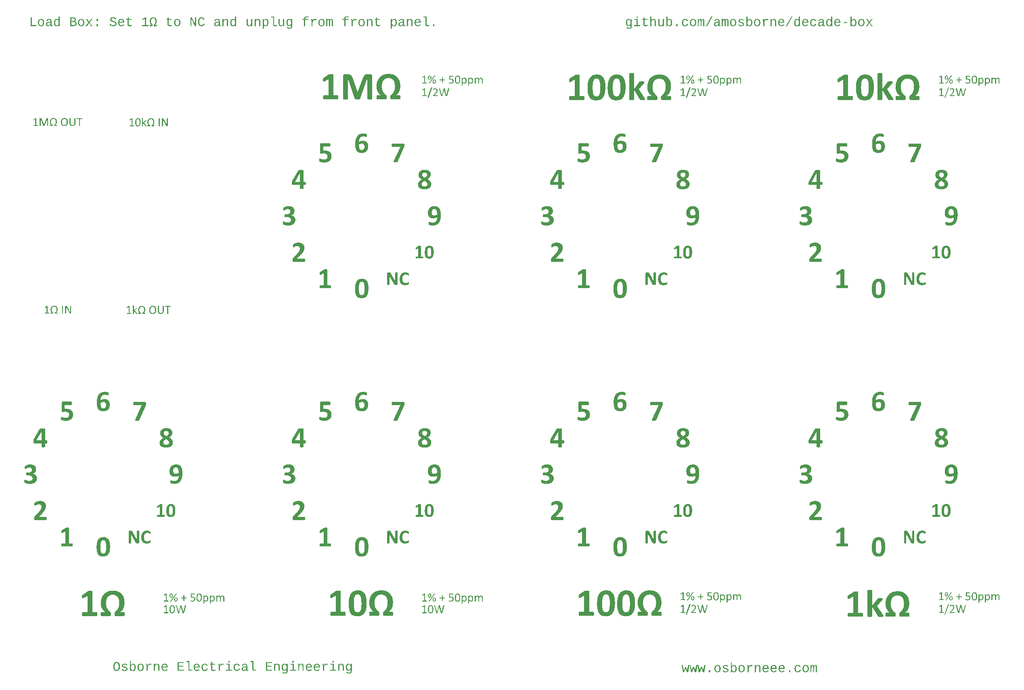
<source format=gto>
G04*
G04 #@! TF.GenerationSoftware,Altium Limited,Altium Designer,22.3.1 (43)*
G04*
G04 Layer_Color=65535*
%FSLAX25Y25*%
%MOIN*%
G70*
G04*
G04 #@! TF.SameCoordinates,6A93EEED-D6AA-4AA8-83E3-EDC2008D0FB8*
G04*
G04*
G04 #@! TF.FilePolarity,Positive*
G04*
G01*
G75*
G36*
X-346950Y32405D02*
X-346938D01*
X-346892Y32393D01*
X-346857Y32382D01*
X-346811Y32370D01*
X-346799D01*
X-346788Y32359D01*
X-346742Y32312D01*
X-346730Y32301D01*
X-346718Y32254D01*
Y26284D01*
Y26273D01*
Y26226D01*
X-346730Y26180D01*
X-346753Y26122D01*
X-346765Y26111D01*
X-346776Y26088D01*
X-346846Y26007D01*
X-346857Y25995D01*
X-346880Y25984D01*
X-346927Y25960D01*
X-346973Y25937D01*
X-347008D01*
X-347054Y25926D01*
X-347470D01*
X-347540Y25937D01*
X-347621Y25949D01*
X-347632D01*
X-347679Y25972D01*
X-347748Y25995D01*
X-347818Y26041D01*
X-347829Y26053D01*
X-347864Y26088D01*
X-347922Y26157D01*
X-347991Y26238D01*
Y26250D01*
X-348003Y26261D01*
X-348049Y26331D01*
X-348118Y26423D01*
X-348188Y26562D01*
X-350166Y30241D01*
X-350178Y30253D01*
X-350189Y30288D01*
X-350224Y30345D01*
X-350259Y30415D01*
X-350305Y30507D01*
X-350363Y30612D01*
X-350479Y30831D01*
X-350490Y30843D01*
X-350502Y30889D01*
X-350536Y30947D01*
X-350571Y31028D01*
X-350618Y31121D01*
X-350664Y31225D01*
X-350768Y31445D01*
X-350780D01*
Y31433D01*
Y31387D01*
Y31306D01*
X-350768Y31213D01*
Y31109D01*
Y30982D01*
Y30704D01*
Y30692D01*
Y30646D01*
Y30565D01*
X-350756Y30473D01*
Y30357D01*
Y30241D01*
Y29964D01*
Y26053D01*
Y26030D01*
X-350780Y25984D01*
X-350803Y25972D01*
X-350826Y25960D01*
X-350861Y25949D01*
X-350872D01*
X-350895Y25937D01*
X-350930D01*
X-350988Y25926D01*
X-350999D01*
X-351046Y25914D01*
X-351115Y25903D01*
X-351265D01*
X-351335Y25914D01*
X-351404Y25926D01*
X-351416D01*
X-351450Y25937D01*
X-351497D01*
X-351532Y25949D01*
X-351543D01*
X-351555Y25960D01*
X-351601Y25984D01*
Y25995D01*
Y26007D01*
X-351612Y26053D01*
Y32035D01*
Y32046D01*
Y32069D01*
X-351601Y32139D01*
X-351566Y32231D01*
X-351508Y32312D01*
X-351485Y32324D01*
X-351427Y32359D01*
X-351346Y32393D01*
X-351254Y32405D01*
X-350745D01*
X-350675Y32393D01*
X-350594Y32370D01*
X-350571D01*
X-350536Y32347D01*
X-350467Y32324D01*
X-350409Y32289D01*
X-350398Y32278D01*
X-350363Y32243D01*
X-350317Y32197D01*
X-350259Y32127D01*
X-350247Y32116D01*
X-350213Y32058D01*
X-350155Y31977D01*
X-350097Y31873D01*
X-348570Y29038D01*
X-348558Y29026D01*
X-348547Y28992D01*
X-348523Y28945D01*
X-348489Y28876D01*
X-348442Y28795D01*
X-348396Y28703D01*
X-348304Y28517D01*
X-348292Y28506D01*
X-348280Y28471D01*
X-348257Y28425D01*
X-348222Y28367D01*
X-348142Y28205D01*
X-348049Y28031D01*
X-348037Y28020D01*
X-348026Y27997D01*
X-348003Y27950D01*
X-347968Y27893D01*
X-347887Y27742D01*
X-347806Y27569D01*
Y27557D01*
X-347783Y27534D01*
X-347760Y27488D01*
X-347737Y27418D01*
X-347656Y27268D01*
X-347575Y27094D01*
X-347563D01*
Y27117D01*
Y27164D01*
Y27245D01*
Y27349D01*
X-347575Y27465D01*
Y27603D01*
Y27754D01*
Y27916D01*
Y27939D01*
Y27985D01*
Y28078D01*
Y28182D01*
Y28309D01*
Y28448D01*
Y28737D01*
Y32254D01*
Y32266D01*
Y32278D01*
X-347563Y32312D01*
Y32324D01*
X-347540Y32335D01*
X-347494Y32370D01*
X-347482D01*
X-347459Y32382D01*
X-347413Y32393D01*
X-347355Y32405D01*
X-347343D01*
X-347297Y32416D01*
X-347019D01*
X-346950Y32405D01*
D02*
G37*
G36*
X-360452Y32486D02*
X-360279Y32474D01*
X-360093Y32440D01*
X-359885Y32405D01*
X-359677Y32347D01*
X-359469Y32266D01*
X-359457D01*
X-359445Y32254D01*
X-359376Y32231D01*
X-359283Y32173D01*
X-359156Y32104D01*
X-359017Y32012D01*
X-358867Y31907D01*
X-358728Y31780D01*
X-358589Y31641D01*
X-358578Y31618D01*
X-358531Y31572D01*
X-358462Y31479D01*
X-358393Y31364D01*
X-358300Y31225D01*
X-358207Y31063D01*
X-358126Y30878D01*
X-358057Y30669D01*
Y30658D01*
X-358045Y30646D01*
X-358034Y30612D01*
X-358022Y30565D01*
X-357999Y30450D01*
X-357964Y30299D01*
X-357930Y30114D01*
X-357895Y29906D01*
X-357884Y29674D01*
X-357872Y29420D01*
Y29397D01*
Y29339D01*
Y29235D01*
X-357884Y29107D01*
X-357895Y28969D01*
X-357918Y28807D01*
X-357976Y28483D01*
Y28460D01*
X-357988Y28413D01*
X-358011Y28332D01*
X-358045Y28228D01*
X-358080Y28101D01*
X-358126Y27974D01*
X-358254Y27707D01*
X-358265Y27696D01*
X-358288Y27650D01*
X-358323Y27580D01*
X-358369Y27499D01*
X-358439Y27407D01*
X-358508Y27303D01*
X-358682Y27094D01*
X-358693Y27083D01*
X-358728Y27048D01*
X-358774Y27002D01*
X-358844Y26944D01*
X-358936Y26874D01*
X-359029Y26805D01*
X-359249Y26666D01*
X-358011D01*
X-357976Y26655D01*
X-357930Y26632D01*
X-357895Y26574D01*
X-357884Y26562D01*
X-357872Y26504D01*
X-357860Y26423D01*
X-357849Y26296D01*
Y26284D01*
Y26238D01*
Y26192D01*
X-357860Y26134D01*
Y26122D01*
X-357872Y26099D01*
X-357895Y26018D01*
Y26007D01*
X-357907Y25995D01*
X-357953Y25949D01*
X-357964D01*
X-358022Y25937D01*
X-359943D01*
X-359989Y25949D01*
X-360059Y25972D01*
X-360128Y26007D01*
X-360140Y26018D01*
X-360163Y26076D01*
X-360186Y26157D01*
X-360197Y26273D01*
Y26458D01*
Y26469D01*
Y26504D01*
Y26574D01*
Y26585D01*
X-360186Y26608D01*
X-360163Y26689D01*
X-360151Y26701D01*
X-360140Y26724D01*
X-360082Y26793D01*
X-360070Y26805D01*
X-360035Y26840D01*
X-359966Y26898D01*
X-359908Y26932D01*
X-359850Y26979D01*
X-359839Y26990D01*
X-359816Y27002D01*
X-359781Y27036D01*
X-359735Y27071D01*
X-359596Y27187D01*
X-359445Y27337D01*
X-359434Y27349D01*
X-359411Y27384D01*
X-359364Y27430D01*
X-359307Y27488D01*
X-359249Y27569D01*
X-359191Y27650D01*
X-359075Y27858D01*
X-359064Y27869D01*
X-359052Y27904D01*
X-359029Y27974D01*
X-358994Y28055D01*
X-358960Y28147D01*
X-358913Y28263D01*
X-358890Y28378D01*
X-358855Y28517D01*
Y28529D01*
X-358844Y28587D01*
X-358832Y28656D01*
X-358809Y28760D01*
X-358798Y28888D01*
X-358786Y29026D01*
X-358774Y29188D01*
Y29362D01*
Y29374D01*
Y29420D01*
Y29478D01*
Y29559D01*
X-358786Y29651D01*
X-358798Y29755D01*
X-358821Y29975D01*
Y29987D01*
X-358832Y30022D01*
X-358844Y30079D01*
X-358855Y30160D01*
X-358878Y30241D01*
X-358902Y30345D01*
X-358971Y30542D01*
Y30554D01*
X-358983Y30588D01*
X-359006Y30635D01*
X-359040Y30704D01*
X-359110Y30854D01*
X-359214Y31028D01*
X-359226Y31040D01*
X-359237Y31063D01*
X-359272Y31109D01*
X-359318Y31155D01*
X-359434Y31283D01*
X-359584Y31410D01*
X-359596Y31421D01*
X-359619Y31433D01*
X-359665Y31468D01*
X-359723Y31502D01*
X-359792Y31549D01*
X-359885Y31583D01*
X-360082Y31664D01*
X-360093D01*
X-360128Y31676D01*
X-360197Y31699D01*
X-360267Y31711D01*
X-360371Y31734D01*
X-360487Y31745D01*
X-360602Y31757D01*
X-360869D01*
X-360961Y31745D01*
X-361065Y31734D01*
X-361181Y31711D01*
X-361401Y31653D01*
X-361412D01*
X-361447Y31641D01*
X-361505Y31618D01*
X-361574Y31583D01*
X-361736Y31502D01*
X-361921Y31387D01*
X-361933Y31375D01*
X-361956Y31364D01*
X-362002Y31329D01*
X-362060Y31283D01*
X-362176Y31155D01*
X-362303Y30993D01*
X-362315Y30982D01*
X-362326Y30959D01*
X-362361Y30901D01*
X-362396Y30843D01*
X-362431Y30773D01*
X-362477Y30681D01*
X-362558Y30496D01*
Y30484D01*
X-362569Y30450D01*
X-362593Y30392D01*
X-362616Y30322D01*
X-362639Y30241D01*
X-362662Y30149D01*
X-362708Y29941D01*
Y29929D01*
Y29894D01*
X-362720Y29836D01*
Y29767D01*
X-362731Y29686D01*
Y29582D01*
X-362743Y29374D01*
Y29350D01*
Y29293D01*
Y29188D01*
X-362731Y29073D01*
Y28934D01*
X-362720Y28784D01*
X-362708Y28633D01*
X-362685Y28494D01*
Y28483D01*
X-362673Y28436D01*
X-362650Y28367D01*
X-362627Y28274D01*
X-362604Y28170D01*
X-362569Y28055D01*
X-362477Y27835D01*
X-362465Y27823D01*
X-362454Y27788D01*
X-362419Y27731D01*
X-362373Y27661D01*
X-362257Y27499D01*
X-362106Y27326D01*
X-362095Y27314D01*
X-362072Y27291D01*
X-362025Y27245D01*
X-361968Y27198D01*
X-361829Y27083D01*
X-361690Y26979D01*
X-361678D01*
X-361655Y26955D01*
X-361586Y26909D01*
X-361516Y26851D01*
X-361482Y26817D01*
X-361459Y26793D01*
X-361447Y26782D01*
X-361435Y26759D01*
X-361389Y26678D01*
X-361378Y26666D01*
X-361366Y26643D01*
X-361343Y26574D01*
Y26562D01*
X-361331Y26539D01*
Y26458D01*
Y26273D01*
Y26261D01*
Y26238D01*
X-361343Y26169D01*
X-361366Y26088D01*
X-361412Y26007D01*
X-361424Y25995D01*
X-361470Y25972D01*
X-361540Y25949D01*
X-361621Y25937D01*
X-363541D01*
X-363599Y25949D01*
X-363622Y25972D01*
X-363657Y26018D01*
Y26030D01*
X-363668Y26053D01*
Y26088D01*
X-363680Y26134D01*
Y26145D01*
Y26180D01*
X-363692Y26226D01*
Y26296D01*
Y26307D01*
Y26331D01*
Y26400D01*
X-363680Y26493D01*
X-363657Y26574D01*
X-363645Y26585D01*
X-363622Y26620D01*
X-363576Y26655D01*
X-363518Y26666D01*
X-362280D01*
X-362292Y26678D01*
X-362338Y26701D01*
X-362396Y26736D01*
X-362477Y26782D01*
X-362558Y26851D01*
X-362662Y26921D01*
X-362859Y27094D01*
X-362870Y27106D01*
X-362905Y27141D01*
X-362951Y27198D01*
X-363009Y27268D01*
X-363078Y27360D01*
X-363148Y27453D01*
X-363298Y27684D01*
X-363310Y27696D01*
X-363321Y27742D01*
X-363356Y27812D01*
X-363391Y27904D01*
X-363437Y28008D01*
X-363483Y28136D01*
X-363530Y28274D01*
X-363564Y28425D01*
Y28448D01*
X-363576Y28494D01*
X-363587Y28587D01*
X-363611Y28691D01*
X-363622Y28830D01*
X-363645Y28980D01*
X-363657Y29142D01*
Y29316D01*
Y29327D01*
Y29350D01*
Y29385D01*
Y29431D01*
X-363645Y29570D01*
X-363634Y29732D01*
X-363611Y29929D01*
X-363576Y30149D01*
X-363530Y30369D01*
X-363472Y30588D01*
Y30600D01*
X-363460Y30612D01*
X-363437Y30681D01*
X-363391Y30797D01*
X-363321Y30935D01*
X-363252Y31086D01*
X-363148Y31260D01*
X-363032Y31433D01*
X-362905Y31595D01*
X-362882Y31618D01*
X-362835Y31664D01*
X-362754Y31745D01*
X-362650Y31838D01*
X-362511Y31942D01*
X-362350Y32058D01*
X-362176Y32162D01*
X-361979Y32254D01*
X-361968D01*
X-361956Y32266D01*
X-361921Y32278D01*
X-361875Y32289D01*
X-361759Y32335D01*
X-361609Y32382D01*
X-361424Y32416D01*
X-361204Y32463D01*
X-360961Y32486D01*
X-360695Y32497D01*
X-360579D01*
X-360452Y32486D01*
D02*
G37*
G36*
X-366283Y32440D02*
X-366272D01*
X-366237Y32428D01*
X-366191Y32416D01*
X-366156Y32405D01*
X-366144D01*
X-366133Y32393D01*
X-366110Y32382D01*
X-366098Y32359D01*
X-366087Y32347D01*
X-366075Y32301D01*
Y26632D01*
X-364883D01*
X-364837Y26608D01*
X-364826D01*
X-364814Y26597D01*
X-364779Y26539D01*
Y26527D01*
X-364768Y26504D01*
X-364756Y26469D01*
X-364744Y26423D01*
Y26412D01*
X-364733Y26388D01*
X-364721Y26331D01*
Y26273D01*
Y26261D01*
Y26215D01*
X-364733Y26169D01*
X-364744Y26111D01*
Y26099D01*
X-364756Y26076D01*
X-364779Y26007D01*
X-364791Y25984D01*
X-364837Y25949D01*
X-364860D01*
X-364906Y25937D01*
X-368308D01*
X-368354Y25949D01*
X-368366Y25960D01*
X-368412Y26007D01*
Y26018D01*
X-368424Y26041D01*
X-368447Y26111D01*
Y26122D01*
Y26157D01*
X-368458Y26203D01*
Y26273D01*
Y26284D01*
Y26331D01*
Y26377D01*
X-368447Y26423D01*
Y26435D01*
X-368435Y26469D01*
X-368412Y26539D01*
Y26550D01*
X-368401Y26562D01*
X-368354Y26608D01*
X-368343D01*
X-368331Y26620D01*
X-368285Y26632D01*
X-366931D01*
Y31549D01*
X-368181Y30808D01*
X-368192Y30797D01*
X-368239Y30773D01*
X-368285Y30750D01*
X-368331Y30739D01*
X-368389D01*
X-368424Y30762D01*
Y30773D01*
X-368447Y30785D01*
X-368458Y30820D01*
X-368470Y30866D01*
Y30878D01*
Y30924D01*
X-368482Y30982D01*
Y31063D01*
Y31074D01*
Y31109D01*
Y31202D01*
Y31213D01*
X-368470Y31236D01*
Y31271D01*
X-368458Y31306D01*
Y31317D01*
X-368447Y31329D01*
X-368424Y31375D01*
X-368412Y31387D01*
X-368401Y31398D01*
X-368343Y31433D01*
X-366862Y32382D01*
X-366850Y32393D01*
X-366815Y32405D01*
X-366804D01*
X-366792Y32416D01*
X-366735Y32428D01*
X-366723D01*
X-366700Y32440D01*
X-366619D01*
X-366584Y32451D01*
X-366353D01*
X-366283Y32440D01*
D02*
G37*
G36*
X-353637Y32428D02*
X-353568Y32416D01*
X-353556D01*
X-353522Y32405D01*
X-353475Y32393D01*
X-353441Y32382D01*
X-353429D01*
X-353406Y32370D01*
X-353383Y32359D01*
X-353360Y32335D01*
X-353348Y32324D01*
X-353337Y32278D01*
Y26053D01*
Y26030D01*
X-353360Y25984D01*
X-353383Y25972D01*
X-353406Y25960D01*
X-353441Y25949D01*
X-353452D01*
X-353475Y25937D01*
X-353510D01*
X-353568Y25926D01*
X-353579D01*
X-353626Y25914D01*
X-353684Y25903D01*
X-353834D01*
X-353903Y25914D01*
X-353973Y25926D01*
X-353984D01*
X-354019Y25937D01*
X-354112Y25949D01*
X-354123D01*
X-354135Y25960D01*
X-354181Y25984D01*
Y25995D01*
Y26007D01*
X-354193Y26053D01*
Y32278D01*
Y32289D01*
Y32301D01*
X-354181Y32335D01*
Y32347D01*
X-354158Y32359D01*
X-354112Y32382D01*
X-354100D01*
X-354077Y32393D01*
X-354031Y32405D01*
X-353973Y32416D01*
X-353961D01*
X-353915Y32428D01*
X-353846Y32440D01*
X-353695D01*
X-353637Y32428D01*
D02*
G37*
G36*
X197091Y-205967D02*
X197207Y-205979D01*
X197345Y-206002D01*
X197484Y-206037D01*
X197623Y-206083D01*
X197762Y-206153D01*
X197774Y-206164D01*
X197820Y-206187D01*
X197878Y-206234D01*
X197959Y-206291D01*
X198051Y-206361D01*
X198144Y-206453D01*
X198236Y-206557D01*
X198317Y-206673D01*
X198329Y-206685D01*
X198352Y-206731D01*
X198398Y-206801D01*
X198445Y-206893D01*
X198491Y-206997D01*
X198549Y-207136D01*
X198595Y-207275D01*
X198641Y-207437D01*
Y-207460D01*
X198653Y-207518D01*
X198676Y-207599D01*
X198699Y-207715D01*
X198711Y-207853D01*
X198734Y-208015D01*
X198745Y-208177D01*
Y-208362D01*
Y-208374D01*
Y-208386D01*
Y-208420D01*
Y-208467D01*
X198734Y-208571D01*
Y-208721D01*
X198711Y-208883D01*
X198688Y-209057D01*
X198653Y-209242D01*
X198607Y-209427D01*
Y-209450D01*
X198583Y-209508D01*
X198549Y-209589D01*
X198514Y-209704D01*
X198456Y-209820D01*
X198398Y-209959D01*
X198317Y-210098D01*
X198236Y-210225D01*
X198225Y-210237D01*
X198190Y-210283D01*
X198144Y-210341D01*
X198074Y-210410D01*
X197982Y-210491D01*
X197878Y-210572D01*
X197750Y-210653D01*
X197623Y-210723D01*
X197611Y-210734D01*
X197554Y-210746D01*
X197484Y-210781D01*
X197380Y-210804D01*
X197253Y-210838D01*
X197114Y-210873D01*
X196964Y-210885D01*
X196790Y-210896D01*
X196721D01*
X196663Y-210885D01*
X196547Y-210873D01*
X196408Y-210850D01*
X196397D01*
X196385Y-210838D01*
X196304Y-210827D01*
X196200Y-210781D01*
X196084Y-210734D01*
X196073D01*
X196061Y-210723D01*
X195980Y-210676D01*
X195876Y-210607D01*
X195760Y-210526D01*
X195749Y-210514D01*
X195737Y-210503D01*
X195703Y-210468D01*
X195656Y-210433D01*
X195552Y-210341D01*
X195425Y-210214D01*
Y-212458D01*
Y-212481D01*
X195402Y-212516D01*
X195390Y-212539D01*
X195332Y-212574D01*
X195321D01*
X195298Y-212585D01*
X195263Y-212597D01*
X195205Y-212609D01*
X195159D01*
X195089Y-212620D01*
X194869D01*
X194800Y-212609D01*
X194788D01*
X194765Y-212597D01*
X194684Y-212574D01*
X194673D01*
X194661Y-212562D01*
X194615Y-212516D01*
Y-212505D01*
X194603Y-212458D01*
Y-206187D01*
Y-206176D01*
Y-206164D01*
X194615Y-206118D01*
Y-206106D01*
X194626Y-206095D01*
X194650Y-206083D01*
X194673Y-206072D01*
X194684D01*
X194707Y-206060D01*
X194742Y-206048D01*
X194788Y-206037D01*
X194800D01*
X194835Y-206025D01*
X195078D01*
X195124Y-206037D01*
X195135D01*
X195170Y-206048D01*
X195240Y-206072D01*
X195251D01*
X195263Y-206083D01*
X195286Y-206095D01*
X195298Y-206118D01*
X195309Y-206129D01*
X195321Y-206187D01*
Y-206789D01*
X195332Y-206777D01*
X195355Y-206754D01*
X195402Y-206719D01*
X195448Y-206662D01*
X195575Y-206546D01*
X195714Y-206430D01*
X195726Y-206419D01*
X195749Y-206407D01*
X195783Y-206372D01*
X195841Y-206338D01*
X195957Y-206257D01*
X196096Y-206176D01*
X196107D01*
X196131Y-206153D01*
X196165Y-206141D01*
X196223Y-206118D01*
X196350Y-206060D01*
X196489Y-206014D01*
X196501D01*
X196524Y-206002D01*
X196570Y-205991D01*
X196616Y-205979D01*
X196755Y-205967D01*
X196917Y-205956D01*
X196998D01*
X197091Y-205967D01*
D02*
G37*
G36*
X191711D02*
X191826Y-205979D01*
X191965Y-206002D01*
X192104Y-206037D01*
X192243Y-206083D01*
X192382Y-206153D01*
X192394Y-206164D01*
X192440Y-206187D01*
X192498Y-206234D01*
X192579Y-206291D01*
X192671Y-206361D01*
X192764Y-206453D01*
X192856Y-206557D01*
X192937Y-206673D01*
X192949Y-206685D01*
X192972Y-206731D01*
X193018Y-206801D01*
X193064Y-206893D01*
X193111Y-206997D01*
X193169Y-207136D01*
X193215Y-207275D01*
X193261Y-207437D01*
Y-207460D01*
X193273Y-207518D01*
X193296Y-207599D01*
X193319Y-207715D01*
X193331Y-207853D01*
X193354Y-208015D01*
X193365Y-208177D01*
Y-208362D01*
Y-208374D01*
Y-208386D01*
Y-208420D01*
Y-208467D01*
X193354Y-208571D01*
Y-208721D01*
X193331Y-208883D01*
X193307Y-209057D01*
X193273Y-209242D01*
X193227Y-209427D01*
Y-209450D01*
X193203Y-209508D01*
X193169Y-209589D01*
X193134Y-209704D01*
X193076Y-209820D01*
X193018Y-209959D01*
X192937Y-210098D01*
X192856Y-210225D01*
X192845Y-210237D01*
X192810Y-210283D01*
X192764Y-210341D01*
X192694Y-210410D01*
X192602Y-210491D01*
X192498Y-210572D01*
X192370Y-210653D01*
X192243Y-210723D01*
X192232Y-210734D01*
X192174Y-210746D01*
X192104Y-210781D01*
X192000Y-210804D01*
X191873Y-210838D01*
X191734Y-210873D01*
X191584Y-210885D01*
X191410Y-210896D01*
X191341D01*
X191283Y-210885D01*
X191167Y-210873D01*
X191028Y-210850D01*
X191017D01*
X191005Y-210838D01*
X190924Y-210827D01*
X190820Y-210781D01*
X190704Y-210734D01*
X190693D01*
X190681Y-210723D01*
X190600Y-210676D01*
X190496Y-210607D01*
X190380Y-210526D01*
X190369Y-210514D01*
X190357Y-210503D01*
X190322Y-210468D01*
X190276Y-210433D01*
X190172Y-210341D01*
X190045Y-210214D01*
Y-212458D01*
Y-212481D01*
X190022Y-212516D01*
X190010Y-212539D01*
X189952Y-212574D01*
X189941D01*
X189918Y-212585D01*
X189883Y-212597D01*
X189825Y-212609D01*
X189779D01*
X189709Y-212620D01*
X189489D01*
X189420Y-212609D01*
X189408D01*
X189385Y-212597D01*
X189304Y-212574D01*
X189293D01*
X189281Y-212562D01*
X189235Y-212516D01*
Y-212505D01*
X189223Y-212458D01*
Y-206187D01*
Y-206176D01*
Y-206164D01*
X189235Y-206118D01*
Y-206106D01*
X189246Y-206095D01*
X189270Y-206083D01*
X189293Y-206072D01*
X189304D01*
X189327Y-206060D01*
X189362Y-206048D01*
X189408Y-206037D01*
X189420D01*
X189455Y-206025D01*
X189698D01*
X189744Y-206037D01*
X189755D01*
X189790Y-206048D01*
X189860Y-206072D01*
X189871D01*
X189883Y-206083D01*
X189906Y-206095D01*
X189918Y-206118D01*
X189929Y-206129D01*
X189941Y-206187D01*
Y-206789D01*
X189952Y-206777D01*
X189975Y-206754D01*
X190022Y-206719D01*
X190068Y-206662D01*
X190195Y-206546D01*
X190334Y-206430D01*
X190346Y-206419D01*
X190369Y-206407D01*
X190403Y-206372D01*
X190461Y-206338D01*
X190577Y-206257D01*
X190716Y-206176D01*
X190727D01*
X190751Y-206153D01*
X190785Y-206141D01*
X190843Y-206118D01*
X190970Y-206060D01*
X191109Y-206014D01*
X191121D01*
X191144Y-206002D01*
X191190Y-205991D01*
X191236Y-205979D01*
X191375Y-205967D01*
X191537Y-205956D01*
X191618D01*
X191711Y-205967D01*
D02*
G37*
G36*
X205259D02*
X205363Y-205979D01*
X205479Y-205991D01*
X205606Y-206025D01*
X205722Y-206060D01*
X205838Y-206118D01*
X205849Y-206129D01*
X205884Y-206141D01*
X205942Y-206176D01*
X206011Y-206222D01*
X206081Y-206280D01*
X206162Y-206349D01*
X206243Y-206430D01*
X206312Y-206523D01*
X206324Y-206534D01*
X206347Y-206569D01*
X206370Y-206627D01*
X206416Y-206696D01*
X206463Y-206777D01*
X206497Y-206881D01*
X206544Y-206997D01*
X206578Y-207124D01*
Y-207136D01*
X206590Y-207182D01*
X206601Y-207252D01*
X206625Y-207344D01*
X206636Y-207448D01*
X206648Y-207564D01*
X206659Y-207842D01*
Y-210688D01*
Y-210700D01*
Y-210711D01*
X206636Y-210757D01*
X206625Y-210769D01*
X206567Y-210804D01*
X206555D01*
X206532Y-210815D01*
X206497D01*
X206439Y-210827D01*
X206382D01*
X206324Y-210838D01*
X206104D01*
X206034Y-210827D01*
X206023D01*
X205988Y-210815D01*
X205942D01*
X205907Y-210804D01*
X205896D01*
X205884Y-210792D01*
X205838Y-210757D01*
Y-210734D01*
X205826Y-210688D01*
Y-207958D01*
Y-207946D01*
Y-207911D01*
Y-207853D01*
X205815Y-207784D01*
X205803Y-207610D01*
X205768Y-207437D01*
Y-207425D01*
X205757Y-207390D01*
X205745Y-207356D01*
X205734Y-207298D01*
X205676Y-207159D01*
X205606Y-207032D01*
Y-207020D01*
X205583Y-206997D01*
X205537Y-206928D01*
X205444Y-206847D01*
X205329Y-206766D01*
X205317D01*
X205294Y-206754D01*
X205259Y-206731D01*
X205213Y-206719D01*
X205086Y-206685D01*
X204935Y-206673D01*
X204889D01*
X204831Y-206685D01*
X204750Y-206696D01*
X204669Y-206731D01*
X204565Y-206766D01*
X204461Y-206824D01*
X204357Y-206905D01*
X204345Y-206916D01*
X204310Y-206939D01*
X204253Y-206997D01*
X204172Y-207067D01*
X204079Y-207159D01*
X203975Y-207263D01*
X203859Y-207390D01*
X203732Y-207541D01*
Y-210688D01*
Y-210700D01*
Y-210711D01*
X203709Y-210757D01*
X203697Y-210769D01*
X203640Y-210804D01*
X203628D01*
X203605Y-210815D01*
X203570D01*
X203512Y-210827D01*
X203454D01*
X203397Y-210838D01*
X203188D01*
X203119Y-210827D01*
X203107D01*
X203073Y-210815D01*
X203026D01*
X202992Y-210804D01*
X202980D01*
X202968Y-210792D01*
X202922Y-210757D01*
Y-210734D01*
X202911Y-210688D01*
Y-207958D01*
Y-207946D01*
Y-207911D01*
Y-207853D01*
X202899Y-207784D01*
X202887Y-207610D01*
X202853Y-207437D01*
Y-207425D01*
X202841Y-207390D01*
X202830Y-207356D01*
X202806Y-207298D01*
X202760Y-207159D01*
X202679Y-207032D01*
Y-207020D01*
X202656Y-206997D01*
X202610Y-206928D01*
X202517Y-206847D01*
X202401Y-206766D01*
X202390D01*
X202378Y-206754D01*
X202344Y-206731D01*
X202297Y-206719D01*
X202170Y-206685D01*
X202008Y-206673D01*
X201962D01*
X201904Y-206685D01*
X201823Y-206696D01*
X201742Y-206731D01*
X201638Y-206766D01*
X201534Y-206824D01*
X201430Y-206905D01*
X201418Y-206916D01*
X201383Y-206939D01*
X201325Y-206997D01*
X201244Y-207067D01*
X201152Y-207159D01*
X201048Y-207263D01*
X200932Y-207390D01*
X200805Y-207541D01*
Y-210688D01*
Y-210700D01*
Y-210711D01*
X200782Y-210757D01*
X200770Y-210769D01*
X200712Y-210804D01*
X200701D01*
X200678Y-210815D01*
X200643D01*
X200585Y-210827D01*
X200539D01*
X200469Y-210838D01*
X200250D01*
X200180Y-210827D01*
X200168D01*
X200145Y-210815D01*
X200064Y-210804D01*
X200053D01*
X200041Y-210792D01*
X199995Y-210757D01*
Y-210734D01*
X199983Y-210688D01*
Y-206187D01*
Y-206176D01*
Y-206164D01*
X199995Y-206118D01*
X200007Y-206106D01*
X200030Y-206083D01*
X200053Y-206072D01*
X200064D01*
X200087Y-206060D01*
X200122Y-206048D01*
X200168Y-206037D01*
X200180D01*
X200215Y-206025D01*
X200469D01*
X200527Y-206037D01*
X200539D01*
X200573Y-206048D01*
X200608Y-206060D01*
X200643Y-206072D01*
X200654D01*
X200666Y-206083D01*
X200689Y-206095D01*
X200701Y-206118D01*
X200712Y-206129D01*
X200724Y-206187D01*
Y-206777D01*
X200735Y-206754D01*
X200793Y-206708D01*
X200863Y-206639D01*
X200955Y-206546D01*
X201059Y-206442D01*
X201187Y-206338D01*
X201314Y-206245D01*
X201453Y-206164D01*
X201464Y-206153D01*
X201511Y-206129D01*
X201592Y-206095D01*
X201684Y-206060D01*
X201788Y-206025D01*
X201916Y-205991D01*
X202043Y-205967D01*
X202182Y-205956D01*
X202286D01*
X202344Y-205967D01*
X202506Y-205979D01*
X202679Y-206025D01*
X202691D01*
X202714Y-206037D01*
X202760Y-206048D01*
X202818Y-206072D01*
X202945Y-206129D01*
X203073Y-206210D01*
X203084D01*
X203107Y-206234D01*
X203177Y-206291D01*
X203269Y-206372D01*
X203362Y-206488D01*
X203373Y-206500D01*
X203385Y-206511D01*
X203408Y-206546D01*
X203431Y-206592D01*
X203501Y-206708D01*
X203570Y-206847D01*
X203582Y-206835D01*
X203605Y-206801D01*
X203651Y-206766D01*
X203709Y-206708D01*
X203836Y-206569D01*
X203987Y-206442D01*
X203998Y-206430D01*
X204021Y-206407D01*
X204068Y-206384D01*
X204114Y-206338D01*
X204241Y-206257D01*
X204380Y-206164D01*
X204392D01*
X204415Y-206141D01*
X204449Y-206129D01*
X204496Y-206106D01*
X204623Y-206060D01*
X204750Y-206014D01*
X204762D01*
X204785Y-206002D01*
X204820Y-205991D01*
X204866Y-205979D01*
X204970Y-205967D01*
X205109Y-205956D01*
X205178D01*
X205259Y-205967D01*
D02*
G37*
G36*
X162913Y-204267D02*
X163006D01*
X163110Y-204290D01*
X163214Y-204313D01*
X163330Y-204348D01*
X163434Y-204394D01*
X163445Y-204405D01*
X163480Y-204417D01*
X163526Y-204452D01*
X163596Y-204486D01*
X163735Y-204614D01*
X163804Y-204683D01*
X163862Y-204764D01*
X163873Y-204776D01*
X163885Y-204799D01*
X163920Y-204845D01*
X163954Y-204915D01*
X163989Y-204996D01*
X164024Y-205077D01*
X164058Y-205181D01*
X164093Y-205296D01*
Y-205308D01*
X164105Y-205343D01*
X164116Y-205412D01*
X164128Y-205493D01*
X164139Y-205586D01*
X164151Y-205690D01*
X164163Y-205933D01*
Y-205944D01*
Y-206002D01*
Y-206072D01*
X164151Y-206164D01*
X164139Y-206268D01*
X164128Y-206396D01*
X164070Y-206639D01*
Y-206650D01*
X164058Y-206685D01*
X164035Y-206754D01*
X164012Y-206824D01*
X163931Y-206997D01*
X163816Y-207171D01*
X163804Y-207182D01*
X163781Y-207205D01*
X163746Y-207252D01*
X163700Y-207298D01*
X163630Y-207356D01*
X163549Y-207414D01*
X163364Y-207518D01*
X163353D01*
X163318Y-207541D01*
X163260Y-207553D01*
X163191Y-207576D01*
X163098Y-207599D01*
X162994Y-207610D01*
X162867Y-207633D01*
X162682D01*
X162612Y-207622D01*
X162520D01*
X162427Y-207610D01*
X162311Y-207587D01*
X162103Y-207529D01*
X162092D01*
X162057Y-207506D01*
X162011Y-207483D01*
X161953Y-207448D01*
X161826Y-207344D01*
X161687Y-207194D01*
X161675Y-207182D01*
X161663Y-207159D01*
X161629Y-207113D01*
X161594Y-207043D01*
X161559Y-206962D01*
X161513Y-206881D01*
X161478Y-206777D01*
X161444Y-206662D01*
Y-206650D01*
X161432Y-206604D01*
X161421Y-206546D01*
X161409Y-206453D01*
X161397Y-206349D01*
X161386Y-206234D01*
X161374Y-206095D01*
Y-205956D01*
Y-205944D01*
Y-205898D01*
Y-205817D01*
X161386Y-205736D01*
X161397Y-205632D01*
X161409Y-205516D01*
X161455Y-205285D01*
Y-205273D01*
X161467Y-205227D01*
X161490Y-205169D01*
X161513Y-205100D01*
X161594Y-204926D01*
X161698Y-204753D01*
X161710Y-204741D01*
X161733Y-204718D01*
X161768Y-204672D01*
X161814Y-204625D01*
X161883Y-204568D01*
X161953Y-204498D01*
X162138Y-204394D01*
X162150Y-204382D01*
X162184Y-204371D01*
X162242Y-204348D01*
X162323Y-204325D01*
X162416Y-204301D01*
X162520Y-204278D01*
X162647Y-204255D01*
X162844D01*
X162913Y-204267D01*
D02*
G37*
G36*
X182142Y-204359D02*
X182154D01*
X182166Y-204371D01*
X182200Y-204429D01*
Y-204440D01*
X182212Y-204463D01*
X182223Y-204498D01*
X182235Y-204544D01*
Y-204556D01*
X182247Y-204591D01*
X182258Y-204648D01*
Y-204718D01*
Y-204729D01*
Y-204741D01*
X182247Y-204822D01*
X182235Y-204903D01*
X182200Y-204996D01*
X182189Y-205007D01*
X182166Y-205042D01*
X182131Y-205077D01*
X182073Y-205088D01*
X179771D01*
Y-206916D01*
X179782D01*
X179794Y-206905D01*
X179828D01*
X179875Y-206893D01*
X179979Y-206881D01*
X180175D01*
X180222Y-206870D01*
X180604D01*
X180708Y-206881D01*
X180835D01*
X180974Y-206905D01*
X181136Y-206928D01*
X181298Y-206962D01*
X181448Y-207009D01*
X181471D01*
X181518Y-207032D01*
X181587Y-207067D01*
X181680Y-207101D01*
X181795Y-207159D01*
X181899Y-207217D01*
X182015Y-207298D01*
X182119Y-207379D01*
X182131Y-207390D01*
X182166Y-207425D01*
X182212Y-207471D01*
X182270Y-207541D01*
X182339Y-207633D01*
X182408Y-207726D01*
X182466Y-207842D01*
X182524Y-207969D01*
X182536Y-207981D01*
X182547Y-208027D01*
X182571Y-208096D01*
X182594Y-208189D01*
X182617Y-208305D01*
X182640Y-208432D01*
X182663Y-208582D01*
Y-208733D01*
Y-208756D01*
Y-208825D01*
X182651Y-208918D01*
X182640Y-209045D01*
X182617Y-209184D01*
X182582Y-209346D01*
X182536Y-209496D01*
X182478Y-209658D01*
X182466Y-209681D01*
X182443Y-209728D01*
X182408Y-209797D01*
X182351Y-209890D01*
X182281Y-210005D01*
X182200Y-210121D01*
X182096Y-210237D01*
X181980Y-210341D01*
X181969Y-210352D01*
X181923Y-210387D01*
X181853Y-210433D01*
X181772Y-210491D01*
X181657Y-210561D01*
X181529Y-210630D01*
X181379Y-210700D01*
X181217Y-210757D01*
X181194D01*
X181136Y-210781D01*
X181055Y-210804D01*
X180928Y-210827D01*
X180789Y-210850D01*
X180627Y-210873D01*
X180442Y-210885D01*
X180245Y-210896D01*
X180141D01*
X180060Y-210885D01*
X179967D01*
X179875Y-210873D01*
X179666Y-210850D01*
X179655D01*
X179620Y-210838D01*
X179574Y-210827D01*
X179505Y-210815D01*
X179354Y-210781D01*
X179192Y-210746D01*
X179181D01*
X179157Y-210734D01*
X179123Y-210723D01*
X179076Y-210711D01*
X178961Y-210676D01*
X178845Y-210630D01*
X178822Y-210619D01*
X178776Y-210595D01*
X178718Y-210561D01*
X178671Y-210538D01*
Y-210526D01*
X178648Y-210514D01*
X178625Y-210480D01*
Y-210468D01*
X178614Y-210457D01*
X178590Y-210399D01*
Y-210387D01*
Y-210364D01*
X178579Y-210295D01*
Y-210283D01*
Y-210248D01*
Y-210202D01*
Y-210133D01*
Y-210121D01*
Y-210086D01*
Y-210040D01*
Y-209982D01*
Y-209971D01*
X178590Y-209947D01*
Y-209913D01*
X178602Y-209878D01*
Y-209866D01*
X178614Y-209855D01*
X178648Y-209809D01*
X178660D01*
X178671Y-209797D01*
X178718Y-209786D01*
X178729D01*
X178752Y-209797D01*
X178799Y-209809D01*
X178868Y-209855D01*
X178891Y-209866D01*
X178937Y-209890D01*
X179030Y-209936D01*
X179146Y-209994D01*
X179157D01*
X179181Y-210005D01*
X179215Y-210017D01*
X179273Y-210040D01*
X179331Y-210063D01*
X179412Y-210086D01*
X179586Y-210133D01*
X179597D01*
X179632Y-210144D01*
X179690Y-210156D01*
X179759D01*
X179852Y-210167D01*
X179967Y-210179D01*
X180083Y-210191D01*
X180326D01*
X180419Y-210179D01*
X180511D01*
X180615Y-210156D01*
X180824Y-210121D01*
X180835D01*
X180870Y-210109D01*
X180928Y-210086D01*
X180997Y-210063D01*
X181147Y-209982D01*
X181309Y-209866D01*
X181321Y-209855D01*
X181344Y-209832D01*
X181379Y-209797D01*
X181425Y-209751D01*
X181483Y-209681D01*
X181529Y-209612D01*
X181633Y-209438D01*
Y-209427D01*
X181657Y-209392D01*
X181668Y-209334D01*
X181691Y-209265D01*
X181714Y-209172D01*
X181726Y-209068D01*
X181749Y-208941D01*
Y-208814D01*
Y-208802D01*
Y-208756D01*
Y-208698D01*
X181737Y-208629D01*
X181703Y-208455D01*
X181645Y-208270D01*
Y-208258D01*
X181633Y-208224D01*
X181610Y-208189D01*
X181576Y-208131D01*
X181483Y-208004D01*
X181344Y-207876D01*
X181333Y-207865D01*
X181309Y-207853D01*
X181263Y-207819D01*
X181205Y-207784D01*
X181136Y-207749D01*
X181043Y-207703D01*
X180951Y-207668D01*
X180835Y-207633D01*
X180824D01*
X180777Y-207622D01*
X180719Y-207610D01*
X180627Y-207587D01*
X180523Y-207576D01*
X180395Y-207564D01*
X180245Y-207553D01*
X179921D01*
X179747Y-207564D01*
X179574Y-207587D01*
X179539D01*
X179493Y-207599D01*
X179447D01*
X179308Y-207610D01*
X179169Y-207622D01*
X179146D01*
X179088Y-207610D01*
X179030Y-207587D01*
X178972Y-207553D01*
X178961Y-207541D01*
X178949Y-207495D01*
X178926Y-207414D01*
X178914Y-207298D01*
Y-204672D01*
Y-204660D01*
Y-204648D01*
X178926Y-204579D01*
X178949Y-204486D01*
X178984Y-204417D01*
X178995Y-204405D01*
X179042Y-204371D01*
X179111Y-204348D01*
X179204Y-204336D01*
X182085D01*
X182142Y-204359D01*
D02*
G37*
G36*
X173314Y-205586D02*
X173372Y-205597D01*
X173384D01*
X173407Y-205609D01*
X173442Y-205620D01*
X173477Y-205632D01*
X173488D01*
X173500Y-205644D01*
X173546Y-205690D01*
X173557Y-205701D01*
X173569Y-205759D01*
Y-207564D01*
X175235D01*
X175281Y-207587D01*
X175293D01*
X175305Y-207599D01*
X175339Y-207657D01*
X175351Y-207668D01*
X175362Y-207691D01*
X175374Y-207726D01*
X175385Y-207772D01*
Y-207784D01*
X175397Y-207807D01*
Y-207865D01*
Y-207923D01*
Y-207934D01*
Y-207981D01*
X175385Y-208038D01*
X175374Y-208096D01*
Y-208108D01*
X175362Y-208131D01*
X175339Y-208200D01*
Y-208212D01*
X175328Y-208224D01*
X175281Y-208270D01*
X175258D01*
X175212Y-208281D01*
X173569D01*
Y-210109D01*
Y-210133D01*
X173546Y-210179D01*
X173534Y-210191D01*
X173477Y-210225D01*
X173465D01*
X173453Y-210237D01*
X173419D01*
X173372Y-210248D01*
X173326D01*
X173268Y-210260D01*
X173083D01*
X173025Y-210248D01*
X173014D01*
X172991Y-210237D01*
X172910Y-210225D01*
X172898D01*
X172886Y-210214D01*
X172840Y-210179D01*
Y-210167D01*
Y-210156D01*
X172829Y-210109D01*
Y-208281D01*
X171162D01*
X171105Y-208270D01*
X171093Y-208247D01*
X171047Y-208200D01*
Y-208189D01*
X171035Y-208166D01*
X171012Y-208096D01*
Y-208085D01*
Y-208050D01*
X171001Y-207992D01*
Y-207923D01*
Y-207911D01*
Y-207865D01*
Y-207819D01*
X171012Y-207772D01*
Y-207761D01*
X171024Y-207726D01*
X171047Y-207657D01*
X171058Y-207645D01*
X171070Y-207633D01*
X171105Y-207587D01*
X171116D01*
X171128Y-207576D01*
X171186Y-207564D01*
X172829D01*
Y-205759D01*
Y-205748D01*
Y-205736D01*
X172840Y-205690D01*
Y-205678D01*
X172863Y-205667D01*
X172910Y-205632D01*
X172921D01*
X172944Y-205620D01*
X172979Y-205609D01*
X173025Y-205597D01*
X173037D01*
X173072Y-205586D01*
X173129Y-205574D01*
X173257D01*
X173314Y-205586D01*
D02*
G37*
G36*
X158898Y-204301D02*
X158910D01*
X158945Y-204313D01*
X158991Y-204325D01*
X159026Y-204336D01*
X159037D01*
X159049Y-204348D01*
X159072Y-204359D01*
X159083Y-204382D01*
X159095Y-204394D01*
X159107Y-204440D01*
Y-210109D01*
X160298D01*
X160345Y-210133D01*
X160356D01*
X160368Y-210144D01*
X160402Y-210202D01*
Y-210214D01*
X160414Y-210237D01*
X160425Y-210272D01*
X160437Y-210318D01*
Y-210329D01*
X160449Y-210352D01*
X160460Y-210410D01*
Y-210468D01*
Y-210480D01*
Y-210526D01*
X160449Y-210572D01*
X160437Y-210630D01*
Y-210642D01*
X160425Y-210665D01*
X160402Y-210734D01*
X160391Y-210757D01*
X160345Y-210792D01*
X160321D01*
X160275Y-210804D01*
X156874D01*
X156827Y-210792D01*
X156816Y-210781D01*
X156769Y-210734D01*
Y-210723D01*
X156758Y-210700D01*
X156735Y-210630D01*
Y-210619D01*
Y-210584D01*
X156723Y-210538D01*
Y-210468D01*
Y-210457D01*
Y-210410D01*
Y-210364D01*
X156735Y-210318D01*
Y-210306D01*
X156746Y-210272D01*
X156769Y-210202D01*
Y-210191D01*
X156781Y-210179D01*
X156827Y-210133D01*
X156839D01*
X156850Y-210121D01*
X156897Y-210109D01*
X158250D01*
Y-205192D01*
X157001Y-205933D01*
X156989Y-205944D01*
X156943Y-205967D01*
X156897Y-205991D01*
X156850Y-206002D01*
X156793D01*
X156758Y-205979D01*
Y-205967D01*
X156735Y-205956D01*
X156723Y-205921D01*
X156712Y-205875D01*
Y-205863D01*
Y-205817D01*
X156700Y-205759D01*
Y-205678D01*
Y-205667D01*
Y-205632D01*
Y-205539D01*
Y-205528D01*
X156712Y-205505D01*
Y-205470D01*
X156723Y-205435D01*
Y-205424D01*
X156735Y-205412D01*
X156758Y-205366D01*
X156769Y-205354D01*
X156781Y-205343D01*
X156839Y-205308D01*
X158320Y-204359D01*
X158331Y-204348D01*
X158366Y-204336D01*
X158378D01*
X158389Y-204325D01*
X158447Y-204313D01*
X158459D01*
X158482Y-204301D01*
X158563D01*
X158598Y-204290D01*
X158829D01*
X158898Y-204301D01*
D02*
G37*
G36*
X166731Y-207506D02*
X166824D01*
X166928Y-207529D01*
X167032Y-207553D01*
X167148Y-207587D01*
X167252Y-207633D01*
X167263Y-207645D01*
X167298Y-207657D01*
X167344Y-207691D01*
X167414Y-207726D01*
X167553Y-207853D01*
X167622Y-207923D01*
X167680Y-208004D01*
X167692Y-208015D01*
X167703Y-208038D01*
X167738Y-208085D01*
X167772Y-208154D01*
X167807Y-208235D01*
X167842Y-208316D01*
X167877Y-208420D01*
X167911Y-208536D01*
Y-208547D01*
X167923Y-208582D01*
X167935Y-208652D01*
X167946Y-208733D01*
X167958Y-208825D01*
X167969Y-208929D01*
X167981Y-209172D01*
Y-209184D01*
Y-209242D01*
Y-209311D01*
X167969Y-209404D01*
X167958Y-209508D01*
X167946Y-209635D01*
X167888Y-209878D01*
Y-209890D01*
X167877Y-209924D01*
X167853Y-209994D01*
X167830Y-210063D01*
X167749Y-210237D01*
X167634Y-210410D01*
X167622Y-210422D01*
X167599Y-210445D01*
X167564Y-210491D01*
X167518Y-210538D01*
X167448Y-210595D01*
X167367Y-210653D01*
X167182Y-210757D01*
X167171D01*
X167136Y-210781D01*
X167078Y-210792D01*
X167009Y-210815D01*
X166916Y-210838D01*
X166812Y-210850D01*
X166685Y-210873D01*
X166500D01*
X166430Y-210861D01*
X166338D01*
X166245Y-210850D01*
X166130Y-210827D01*
X165921Y-210769D01*
X165910D01*
X165875Y-210746D01*
X165829Y-210723D01*
X165771Y-210688D01*
X165644Y-210584D01*
X165505Y-210433D01*
X165493Y-210422D01*
X165482Y-210399D01*
X165447Y-210352D01*
X165412Y-210283D01*
X165377Y-210202D01*
X165331Y-210121D01*
X165296Y-210017D01*
X165262Y-209901D01*
Y-209890D01*
X165250Y-209843D01*
X165239Y-209786D01*
X165227Y-209693D01*
X165216Y-209589D01*
X165204Y-209473D01*
X165192Y-209334D01*
Y-209195D01*
Y-209184D01*
Y-209138D01*
Y-209057D01*
X165204Y-208976D01*
X165216Y-208872D01*
X165227Y-208756D01*
X165273Y-208524D01*
Y-208513D01*
X165285Y-208467D01*
X165308Y-208409D01*
X165331Y-208339D01*
X165412Y-208166D01*
X165516Y-207992D01*
X165528Y-207981D01*
X165551Y-207958D01*
X165586Y-207911D01*
X165632Y-207865D01*
X165701Y-207807D01*
X165771Y-207738D01*
X165956Y-207633D01*
X165968Y-207622D01*
X166002Y-207610D01*
X166060Y-207587D01*
X166141Y-207564D01*
X166234Y-207541D01*
X166338Y-207518D01*
X166465Y-207495D01*
X166662D01*
X166731Y-207506D01*
D02*
G37*
G36*
X186134Y-204255D02*
X186284Y-204267D01*
X186446Y-204301D01*
X186620Y-204336D01*
X186794Y-204394D01*
X186955Y-204463D01*
X186979Y-204475D01*
X187025Y-204510D01*
X187106Y-204556D01*
X187198Y-204625D01*
X187303Y-204718D01*
X187418Y-204834D01*
X187522Y-204961D01*
X187627Y-205111D01*
X187638Y-205134D01*
X187673Y-205181D01*
X187708Y-205273D01*
X187766Y-205400D01*
X187823Y-205551D01*
X187881Y-205725D01*
X187939Y-205933D01*
X187985Y-206153D01*
Y-206164D01*
Y-206176D01*
X187997Y-206210D01*
X188008Y-206257D01*
Y-206314D01*
X188020Y-206384D01*
X188043Y-206557D01*
X188066Y-206766D01*
X188078Y-207009D01*
X188101Y-207275D01*
Y-207564D01*
Y-207576D01*
Y-207599D01*
Y-207633D01*
Y-207691D01*
Y-207749D01*
X188089Y-207830D01*
Y-208015D01*
X188066Y-208224D01*
X188043Y-208443D01*
X188020Y-208686D01*
X187974Y-208918D01*
Y-208929D01*
Y-208941D01*
X187962Y-208976D01*
X187951Y-209022D01*
X187927Y-209138D01*
X187881Y-209277D01*
X187823Y-209450D01*
X187754Y-209624D01*
X187673Y-209809D01*
X187580Y-209982D01*
X187569Y-210005D01*
X187534Y-210052D01*
X187476Y-210133D01*
X187395Y-210237D01*
X187291Y-210341D01*
X187175Y-210457D01*
X187037Y-210561D01*
X186875Y-210665D01*
X186851Y-210676D01*
X186794Y-210700D01*
X186701Y-210734D01*
X186574Y-210781D01*
X186412Y-210827D01*
X186227Y-210861D01*
X186018Y-210885D01*
X185787Y-210896D01*
X185683D01*
X185567Y-210885D01*
X185428Y-210873D01*
X185266Y-210850D01*
X185093Y-210804D01*
X184919Y-210757D01*
X184757Y-210688D01*
X184734Y-210676D01*
X184688Y-210642D01*
X184607Y-210595D01*
X184514Y-210526D01*
X184410Y-210433D01*
X184294Y-210329D01*
X184190Y-210202D01*
X184086Y-210052D01*
X184075Y-210029D01*
X184040Y-209971D01*
X184005Y-209878D01*
X183947Y-209762D01*
X183889Y-209612D01*
X183832Y-209427D01*
X183774Y-209230D01*
X183728Y-209010D01*
Y-208999D01*
Y-208987D01*
X183716Y-208952D01*
Y-208895D01*
X183704Y-208837D01*
X183693Y-208767D01*
X183681Y-208594D01*
X183658Y-208386D01*
X183635Y-208143D01*
X183623Y-207876D01*
Y-207587D01*
Y-207576D01*
Y-207553D01*
Y-207518D01*
Y-207460D01*
Y-207402D01*
X183635Y-207321D01*
Y-207136D01*
X183647Y-206928D01*
X183670Y-206708D01*
X183704Y-206465D01*
X183739Y-206234D01*
Y-206222D01*
X183751Y-206210D01*
Y-206176D01*
X183762Y-206129D01*
X183785Y-206014D01*
X183832Y-205875D01*
X183878Y-205701D01*
X183947Y-205528D01*
X184028Y-205354D01*
X184121Y-205181D01*
X184133Y-205157D01*
X184167Y-205111D01*
X184237Y-205030D01*
X184318Y-204926D01*
X184422Y-204810D01*
X184537Y-204695D01*
X184676Y-204591D01*
X184838Y-204486D01*
X184861Y-204475D01*
X184919Y-204452D01*
X185012Y-204405D01*
X185139Y-204359D01*
X185290Y-204325D01*
X185475Y-204278D01*
X185683Y-204255D01*
X185914Y-204243D01*
X186018D01*
X186134Y-204255D01*
D02*
G37*
G36*
X167113Y-204151D02*
X167159Y-204163D01*
X167171D01*
X167194Y-204174D01*
X167229Y-204197D01*
X167263Y-204220D01*
X167275Y-204243D01*
X167287Y-204267D01*
Y-204301D01*
Y-204313D01*
X167275Y-204336D01*
X167240Y-204405D01*
X162740Y-210838D01*
Y-210850D01*
X162728Y-210861D01*
X162682Y-210908D01*
X162670D01*
X162659Y-210919D01*
X162589Y-210943D01*
X162578D01*
X162554Y-210954D01*
X162520Y-210966D01*
X162473Y-210977D01*
X162427D01*
X162369Y-210989D01*
X162242D01*
X162184Y-210977D01*
X162126Y-210966D01*
X162115D01*
X162092Y-210954D01*
X162057Y-210931D01*
X162034Y-210908D01*
Y-210896D01*
X162022Y-210885D01*
X162011Y-210827D01*
Y-210815D01*
X162022Y-210804D01*
X162057Y-210734D01*
X166558Y-204290D01*
Y-204278D01*
X166569Y-204267D01*
X166615Y-204220D01*
X166627Y-204209D01*
X166639Y-204197D01*
X166697Y-204174D01*
X166708D01*
X166731Y-204163D01*
X166778D01*
X166824Y-204151D01*
X166835D01*
X166870Y-204139D01*
X167055D01*
X167113Y-204151D01*
D02*
G37*
G36*
X178718Y-214770D02*
X178787Y-214781D01*
X178799D01*
X178833Y-214793D01*
X178880Y-214805D01*
X178914Y-214828D01*
X178926Y-214839D01*
X178937Y-214851D01*
X178949Y-214886D01*
X178961Y-214932D01*
Y-214943D01*
Y-214978D01*
X178949Y-215024D01*
X178926Y-215105D01*
X177214Y-221076D01*
Y-221087D01*
X177202Y-221122D01*
X177190Y-221168D01*
X177156Y-221203D01*
X177144D01*
X177133Y-221226D01*
X177098Y-221237D01*
X177040Y-221261D01*
X177029D01*
X176994Y-221272D01*
X176936D01*
X176866Y-221284D01*
X176797D01*
X176728Y-221295D01*
X176438D01*
X176357Y-221284D01*
X176346D01*
X176300Y-221272D01*
X176242D01*
X176184Y-221261D01*
X176172D01*
X176149Y-221249D01*
X176114Y-221226D01*
X176080Y-221203D01*
Y-221191D01*
X176057Y-221168D01*
X176045Y-221133D01*
X176022Y-221076D01*
X174668Y-216193D01*
X174657D01*
X173407Y-221076D01*
Y-221087D01*
X173396Y-221122D01*
X173384Y-221168D01*
X173361Y-221203D01*
X173349D01*
X173338Y-221226D01*
X173303Y-221237D01*
X173257Y-221261D01*
X173245D01*
X173210Y-221272D01*
X173152D01*
X173083Y-221284D01*
X173014D01*
X172933Y-221295D01*
X172643D01*
X172551Y-221284D01*
X172539D01*
X172493Y-221272D01*
X172424D01*
X172366Y-221261D01*
X172354D01*
X172331Y-221249D01*
X172296Y-221226D01*
X172262Y-221203D01*
Y-221191D01*
X172239Y-221168D01*
X172227Y-221133D01*
X172215Y-221076D01*
X170503Y-215094D01*
Y-215071D01*
X170491Y-215036D01*
X170480Y-214978D01*
X170468Y-214920D01*
Y-214909D01*
Y-214886D01*
X170480Y-214851D01*
X170503Y-214816D01*
X170515Y-214805D01*
X170538Y-214793D01*
X170584Y-214781D01*
X170642Y-214770D01*
X170665D01*
X170711Y-214758D01*
X171070D01*
X171139Y-214770D01*
X171151D01*
X171197Y-214781D01*
X171232Y-214793D01*
X171278Y-214805D01*
X171290D01*
X171313Y-214816D01*
X171336Y-214828D01*
X171348Y-214851D01*
Y-214862D01*
X171359Y-214874D01*
X171382Y-214943D01*
X172829Y-220370D01*
X172840D01*
X174217Y-214955D01*
Y-214943D01*
X174229Y-214920D01*
X174252Y-214862D01*
Y-214851D01*
X174275Y-214839D01*
X174321Y-214805D01*
X174333D01*
X174367Y-214793D01*
X174414Y-214781D01*
X174471Y-214770D01*
X174483D01*
X174541Y-214758D01*
X174865D01*
X174934Y-214770D01*
X174946D01*
X174981Y-214781D01*
X175027Y-214793D01*
X175062Y-214805D01*
X175073D01*
X175096Y-214816D01*
X175119Y-214839D01*
X175143Y-214862D01*
Y-214874D01*
X175154Y-214886D01*
X175177Y-214955D01*
X176658Y-220370D01*
X176670D01*
X178093Y-214943D01*
Y-214932D01*
X178104Y-214920D01*
X178128Y-214862D01*
Y-214851D01*
X178139Y-214839D01*
X178162Y-214828D01*
X178185Y-214805D01*
X178197D01*
X178220Y-214793D01*
X178267Y-214781D01*
X178324Y-214770D01*
X178336D01*
X178394Y-214758D01*
X178637D01*
X178718Y-214770D01*
D02*
G37*
G36*
X167587Y-214712D02*
X167692D01*
X167819Y-214735D01*
X167958Y-214758D01*
X168096Y-214793D01*
X168235Y-214839D01*
X168247D01*
X168293Y-214862D01*
X168363Y-214897D01*
X168444Y-214932D01*
X168640Y-215048D01*
X168733Y-215117D01*
X168825Y-215198D01*
X168837Y-215210D01*
X168860Y-215244D01*
X168906Y-215290D01*
X168964Y-215348D01*
X169022Y-215429D01*
X169080Y-215522D01*
X169138Y-215626D01*
X169184Y-215742D01*
Y-215753D01*
X169207Y-215788D01*
X169219Y-215858D01*
X169242Y-215938D01*
X169265Y-216031D01*
X169277Y-216147D01*
X169300Y-216390D01*
Y-216401D01*
Y-216436D01*
Y-216505D01*
X169288Y-216575D01*
Y-216667D01*
X169277Y-216772D01*
X169242Y-217003D01*
Y-217015D01*
X169230Y-217061D01*
X169219Y-217119D01*
X169196Y-217200D01*
X169161Y-217304D01*
X169115Y-217419D01*
X169068Y-217547D01*
X168999Y-217674D01*
X168987Y-217686D01*
X168964Y-217732D01*
X168930Y-217801D01*
X168872Y-217905D01*
X168802Y-218021D01*
X168710Y-218148D01*
X168605Y-218299D01*
X168490Y-218461D01*
X168478Y-218484D01*
X168432Y-218542D01*
X168351Y-218634D01*
X168258Y-218750D01*
X168120Y-218900D01*
X167969Y-219074D01*
X167796Y-219259D01*
X167599Y-219467D01*
X166581Y-220532D01*
X169415D01*
X169462Y-220555D01*
X169473D01*
X169485Y-220567D01*
X169531Y-220624D01*
Y-220636D01*
X169543Y-220659D01*
X169554Y-220694D01*
X169566Y-220740D01*
Y-220752D01*
X169577Y-220786D01*
X169589Y-220833D01*
Y-220902D01*
Y-220914D01*
Y-220948D01*
X169577Y-220994D01*
X169566Y-221052D01*
Y-221064D01*
X169554Y-221099D01*
X169531Y-221180D01*
Y-221191D01*
X169520Y-221203D01*
X169473Y-221249D01*
X169450D01*
X169392Y-221261D01*
X165771D01*
X165690Y-221249D01*
X165678D01*
X165667Y-221237D01*
X165609Y-221191D01*
Y-221180D01*
X165586Y-221168D01*
X165574Y-221133D01*
X165551Y-221087D01*
Y-221076D01*
Y-221029D01*
X165540Y-220971D01*
Y-220890D01*
Y-220867D01*
Y-220833D01*
Y-220775D01*
Y-220717D01*
Y-220705D01*
X165551Y-220671D01*
X165574Y-220590D01*
Y-220578D01*
X165586Y-220555D01*
X165632Y-220474D01*
X165644Y-220462D01*
X165667Y-220439D01*
X165701Y-220393D01*
X165736Y-220347D01*
X167032Y-219016D01*
X167055Y-218993D01*
X167101Y-218935D01*
X167194Y-218854D01*
X167287Y-218750D01*
X167402Y-218623D01*
X167529Y-218484D01*
X167645Y-218345D01*
X167749Y-218206D01*
X167761Y-218195D01*
X167796Y-218148D01*
X167842Y-218067D01*
X167911Y-217986D01*
X167969Y-217882D01*
X168039Y-217766D01*
X168108Y-217651D01*
X168166Y-217535D01*
X168177Y-217524D01*
X168189Y-217489D01*
X168212Y-217431D01*
X168247Y-217350D01*
X168316Y-217177D01*
X168363Y-216991D01*
Y-216980D01*
X168374Y-216945D01*
X168386Y-216899D01*
X168397Y-216841D01*
X168409Y-216690D01*
X168420Y-216529D01*
Y-216517D01*
Y-216494D01*
Y-216447D01*
X168409Y-216390D01*
X168386Y-216262D01*
X168339Y-216124D01*
Y-216112D01*
X168328Y-216089D01*
X168316Y-216054D01*
X168293Y-216008D01*
X168224Y-215904D01*
X168131Y-215788D01*
X168120Y-215776D01*
X168108Y-215765D01*
X168039Y-215707D01*
X167923Y-215626D01*
X167784Y-215557D01*
X167772D01*
X167749Y-215545D01*
X167703Y-215522D01*
X167645Y-215510D01*
X167576Y-215487D01*
X167495Y-215476D01*
X167310Y-215464D01*
X167194D01*
X167125Y-215476D01*
X167032Y-215487D01*
X166939Y-215499D01*
X166743Y-215557D01*
X166731D01*
X166697Y-215568D01*
X166650Y-215591D01*
X166592Y-215615D01*
X166454Y-215672D01*
X166303Y-215742D01*
X166291D01*
X166268Y-215753D01*
X166234Y-215776D01*
X166199Y-215800D01*
X166095Y-215869D01*
X165991Y-215927D01*
X165968Y-215938D01*
X165921Y-215962D01*
X165852Y-215996D01*
X165794Y-216008D01*
X165771D01*
X165725Y-215996D01*
X165713Y-215973D01*
X165678Y-215927D01*
Y-215915D01*
X165667Y-215892D01*
Y-215858D01*
X165655Y-215811D01*
Y-215800D01*
Y-215753D01*
Y-215696D01*
Y-215626D01*
Y-215615D01*
Y-215580D01*
Y-215499D01*
Y-215487D01*
Y-215464D01*
X165667Y-215406D01*
Y-215395D01*
X165678Y-215383D01*
X165701Y-215325D01*
Y-215314D01*
X165725Y-215302D01*
X165748Y-215279D01*
X165782Y-215244D01*
X165794Y-215233D01*
X165829Y-215198D01*
X165898Y-215152D01*
X165991Y-215094D01*
X166002D01*
X166014Y-215082D01*
X166049Y-215059D01*
X166095Y-215036D01*
X166210Y-214978D01*
X166361Y-214920D01*
X166373D01*
X166407Y-214909D01*
X166454Y-214886D01*
X166511Y-214862D01*
X166581Y-214839D01*
X166673Y-214816D01*
X166858Y-214770D01*
X166870D01*
X166905Y-214758D01*
X166963Y-214747D01*
X167032Y-214735D01*
X167113Y-214724D01*
X167206Y-214712D01*
X167414Y-214701D01*
X167495D01*
X167587Y-214712D01*
D02*
G37*
G36*
X158898Y-214758D02*
X158910D01*
X158945Y-214770D01*
X158991Y-214781D01*
X159026Y-214793D01*
X159037D01*
X159049Y-214805D01*
X159072Y-214816D01*
X159083Y-214839D01*
X159095Y-214851D01*
X159107Y-214897D01*
Y-220567D01*
X160298D01*
X160345Y-220590D01*
X160356D01*
X160368Y-220601D01*
X160402Y-220659D01*
Y-220671D01*
X160414Y-220694D01*
X160425Y-220728D01*
X160437Y-220775D01*
Y-220786D01*
X160449Y-220809D01*
X160460Y-220867D01*
Y-220925D01*
Y-220937D01*
Y-220983D01*
X160449Y-221029D01*
X160437Y-221087D01*
Y-221099D01*
X160425Y-221122D01*
X160402Y-221191D01*
X160391Y-221214D01*
X160345Y-221249D01*
X160321D01*
X160275Y-221261D01*
X156874D01*
X156827Y-221249D01*
X156816Y-221237D01*
X156769Y-221191D01*
Y-221180D01*
X156758Y-221157D01*
X156735Y-221087D01*
Y-221076D01*
Y-221041D01*
X156723Y-220994D01*
Y-220925D01*
Y-220914D01*
Y-220867D01*
Y-220821D01*
X156735Y-220775D01*
Y-220763D01*
X156746Y-220728D01*
X156769Y-220659D01*
Y-220647D01*
X156781Y-220636D01*
X156827Y-220590D01*
X156839D01*
X156850Y-220578D01*
X156897Y-220567D01*
X158250D01*
Y-215649D01*
X157001Y-216390D01*
X156989Y-216401D01*
X156943Y-216424D01*
X156897Y-216447D01*
X156850Y-216459D01*
X156793D01*
X156758Y-216436D01*
Y-216424D01*
X156735Y-216413D01*
X156723Y-216378D01*
X156712Y-216332D01*
Y-216320D01*
Y-216274D01*
X156700Y-216216D01*
Y-216135D01*
Y-216124D01*
Y-216089D01*
Y-215996D01*
Y-215985D01*
X156712Y-215962D01*
Y-215927D01*
X156723Y-215892D01*
Y-215881D01*
X156735Y-215869D01*
X156758Y-215823D01*
X156769Y-215811D01*
X156781Y-215800D01*
X156839Y-215765D01*
X158320Y-214816D01*
X158331Y-214805D01*
X158366Y-214793D01*
X158378D01*
X158389Y-214781D01*
X158447Y-214770D01*
X158459D01*
X158482Y-214758D01*
X158563D01*
X158598Y-214747D01*
X158829D01*
X158898Y-214758D01*
D02*
G37*
G36*
X164637Y-213925D02*
X164706Y-213937D01*
X164718D01*
X164753Y-213948D01*
X164799Y-213972D01*
X164834Y-213995D01*
X164845D01*
X164857Y-214006D01*
X164880Y-214029D01*
X164892Y-214064D01*
Y-214076D01*
Y-214099D01*
Y-214134D01*
X164880Y-214180D01*
X161849Y-222452D01*
Y-222464D01*
X161837Y-222487D01*
X161814Y-222522D01*
X161791Y-222556D01*
X161768Y-222580D01*
X161744Y-222591D01*
X161710Y-222614D01*
X161698D01*
X161675Y-222626D01*
X161640Y-222638D01*
X161594Y-222649D01*
X161548D01*
X161490Y-222661D01*
X161351D01*
X161270Y-222649D01*
X161201Y-222638D01*
X161189D01*
X161154Y-222626D01*
X161108Y-222603D01*
X161074Y-222580D01*
X161050Y-222556D01*
X161027Y-222510D01*
Y-222499D01*
Y-222476D01*
Y-222441D01*
X161050Y-222394D01*
X164070Y-214122D01*
Y-214110D01*
X164082Y-214087D01*
X164105Y-214053D01*
X164116Y-214018D01*
X164128Y-214006D01*
X164139Y-213995D01*
X164197Y-213960D01*
X164209D01*
X164232Y-213948D01*
X164278Y-213937D01*
X164325Y-213925D01*
X164336D01*
X164371Y-213914D01*
X164579D01*
X164637Y-213925D01*
D02*
G37*
G36*
X-229709Y-207014D02*
X-229593Y-207026D01*
X-229455Y-207049D01*
X-229316Y-207084D01*
X-229177Y-207130D01*
X-229038Y-207200D01*
X-229027Y-207211D01*
X-228980Y-207234D01*
X-228922Y-207281D01*
X-228841Y-207339D01*
X-228749Y-207408D01*
X-228656Y-207501D01*
X-228564Y-207605D01*
X-228483Y-207720D01*
X-228471Y-207732D01*
X-228448Y-207778D01*
X-228402Y-207848D01*
X-228355Y-207940D01*
X-228309Y-208044D01*
X-228251Y-208183D01*
X-228205Y-208322D01*
X-228159Y-208484D01*
Y-208507D01*
X-228147Y-208565D01*
X-228124Y-208646D01*
X-228101Y-208762D01*
X-228089Y-208900D01*
X-228066Y-209062D01*
X-228055Y-209224D01*
Y-209409D01*
Y-209421D01*
Y-209433D01*
Y-209467D01*
Y-209514D01*
X-228066Y-209618D01*
Y-209768D01*
X-228089Y-209930D01*
X-228113Y-210104D01*
X-228147Y-210289D01*
X-228193Y-210474D01*
Y-210497D01*
X-228217Y-210555D01*
X-228251Y-210636D01*
X-228286Y-210752D01*
X-228344Y-210867D01*
X-228402Y-211006D01*
X-228483Y-211145D01*
X-228564Y-211272D01*
X-228575Y-211284D01*
X-228610Y-211330D01*
X-228656Y-211388D01*
X-228726Y-211457D01*
X-228818Y-211538D01*
X-228922Y-211619D01*
X-229050Y-211700D01*
X-229177Y-211770D01*
X-229188Y-211781D01*
X-229246Y-211793D01*
X-229316Y-211828D01*
X-229420Y-211851D01*
X-229547Y-211885D01*
X-229686Y-211920D01*
X-229836Y-211932D01*
X-230010Y-211943D01*
X-230079D01*
X-230137Y-211932D01*
X-230253Y-211920D01*
X-230392Y-211897D01*
X-230403D01*
X-230415Y-211885D01*
X-230496Y-211874D01*
X-230600Y-211828D01*
X-230716Y-211781D01*
X-230727D01*
X-230739Y-211770D01*
X-230820Y-211723D01*
X-230924Y-211654D01*
X-231040Y-211573D01*
X-231051Y-211561D01*
X-231063Y-211550D01*
X-231098Y-211515D01*
X-231144Y-211480D01*
X-231248Y-211388D01*
X-231375Y-211261D01*
Y-213505D01*
Y-213528D01*
X-231398Y-213563D01*
X-231410Y-213586D01*
X-231468Y-213621D01*
X-231479D01*
X-231503Y-213632D01*
X-231537Y-213644D01*
X-231595Y-213656D01*
X-231641D01*
X-231711Y-213667D01*
X-231931D01*
X-232000Y-213656D01*
X-232012D01*
X-232035Y-213644D01*
X-232116Y-213621D01*
X-232127D01*
X-232139Y-213609D01*
X-232185Y-213563D01*
Y-213552D01*
X-232197Y-213505D01*
Y-207234D01*
Y-207223D01*
Y-207211D01*
X-232185Y-207165D01*
Y-207153D01*
X-232173Y-207142D01*
X-232150Y-207130D01*
X-232127Y-207119D01*
X-232116D01*
X-232092Y-207107D01*
X-232058Y-207096D01*
X-232012Y-207084D01*
X-232000D01*
X-231965Y-207072D01*
X-231722D01*
X-231676Y-207084D01*
X-231664D01*
X-231630Y-207096D01*
X-231560Y-207119D01*
X-231549D01*
X-231537Y-207130D01*
X-231514Y-207142D01*
X-231503Y-207165D01*
X-231491Y-207176D01*
X-231479Y-207234D01*
Y-207836D01*
X-231468Y-207824D01*
X-231445Y-207801D01*
X-231398Y-207767D01*
X-231352Y-207709D01*
X-231225Y-207593D01*
X-231086Y-207477D01*
X-231074Y-207466D01*
X-231051Y-207454D01*
X-231016Y-207419D01*
X-230959Y-207385D01*
X-230843Y-207304D01*
X-230704Y-207223D01*
X-230693D01*
X-230669Y-207200D01*
X-230635Y-207188D01*
X-230577Y-207165D01*
X-230450Y-207107D01*
X-230311Y-207061D01*
X-230299D01*
X-230276Y-207049D01*
X-230230Y-207038D01*
X-230184Y-207026D01*
X-230045Y-207014D01*
X-229883Y-207003D01*
X-229802D01*
X-229709Y-207014D01*
D02*
G37*
G36*
X-235089D02*
X-234974Y-207026D01*
X-234835Y-207049D01*
X-234696Y-207084D01*
X-234557Y-207130D01*
X-234418Y-207200D01*
X-234407Y-207211D01*
X-234360Y-207234D01*
X-234302Y-207281D01*
X-234221Y-207339D01*
X-234129Y-207408D01*
X-234036Y-207501D01*
X-233944Y-207605D01*
X-233863Y-207720D01*
X-233851Y-207732D01*
X-233828Y-207778D01*
X-233782Y-207848D01*
X-233735Y-207940D01*
X-233689Y-208044D01*
X-233631Y-208183D01*
X-233585Y-208322D01*
X-233539Y-208484D01*
Y-208507D01*
X-233527Y-208565D01*
X-233504Y-208646D01*
X-233481Y-208762D01*
X-233469Y-208900D01*
X-233446Y-209062D01*
X-233435Y-209224D01*
Y-209409D01*
Y-209421D01*
Y-209433D01*
Y-209467D01*
Y-209514D01*
X-233446Y-209618D01*
Y-209768D01*
X-233469Y-209930D01*
X-233492Y-210104D01*
X-233527Y-210289D01*
X-233574Y-210474D01*
Y-210497D01*
X-233597Y-210555D01*
X-233631Y-210636D01*
X-233666Y-210752D01*
X-233724Y-210867D01*
X-233782Y-211006D01*
X-233863Y-211145D01*
X-233944Y-211272D01*
X-233955Y-211284D01*
X-233990Y-211330D01*
X-234036Y-211388D01*
X-234106Y-211457D01*
X-234198Y-211538D01*
X-234302Y-211619D01*
X-234430Y-211700D01*
X-234557Y-211770D01*
X-234569Y-211781D01*
X-234626Y-211793D01*
X-234696Y-211828D01*
X-234800Y-211851D01*
X-234927Y-211885D01*
X-235066Y-211920D01*
X-235216Y-211932D01*
X-235390Y-211943D01*
X-235459D01*
X-235517Y-211932D01*
X-235633Y-211920D01*
X-235772Y-211897D01*
X-235783D01*
X-235795Y-211885D01*
X-235876Y-211874D01*
X-235980Y-211828D01*
X-236096Y-211781D01*
X-236107D01*
X-236119Y-211770D01*
X-236200Y-211723D01*
X-236304Y-211654D01*
X-236420Y-211573D01*
X-236431Y-211561D01*
X-236443Y-211550D01*
X-236478Y-211515D01*
X-236524Y-211480D01*
X-236628Y-211388D01*
X-236755Y-211261D01*
Y-213505D01*
Y-213528D01*
X-236778Y-213563D01*
X-236790Y-213586D01*
X-236848Y-213621D01*
X-236859D01*
X-236882Y-213632D01*
X-236917Y-213644D01*
X-236975Y-213656D01*
X-237021D01*
X-237091Y-213667D01*
X-237311D01*
X-237380Y-213656D01*
X-237392D01*
X-237415Y-213644D01*
X-237496Y-213621D01*
X-237507D01*
X-237519Y-213609D01*
X-237565Y-213563D01*
Y-213552D01*
X-237577Y-213505D01*
Y-207234D01*
Y-207223D01*
Y-207211D01*
X-237565Y-207165D01*
Y-207153D01*
X-237554Y-207142D01*
X-237530Y-207130D01*
X-237507Y-207119D01*
X-237496D01*
X-237473Y-207107D01*
X-237438Y-207096D01*
X-237392Y-207084D01*
X-237380D01*
X-237345Y-207072D01*
X-237102D01*
X-237056Y-207084D01*
X-237045D01*
X-237010Y-207096D01*
X-236940Y-207119D01*
X-236929D01*
X-236917Y-207130D01*
X-236894Y-207142D01*
X-236882Y-207165D01*
X-236871Y-207176D01*
X-236859Y-207234D01*
Y-207836D01*
X-236848Y-207824D01*
X-236825Y-207801D01*
X-236778Y-207767D01*
X-236732Y-207709D01*
X-236605Y-207593D01*
X-236466Y-207477D01*
X-236454Y-207466D01*
X-236431Y-207454D01*
X-236397Y-207419D01*
X-236339Y-207385D01*
X-236223Y-207304D01*
X-236084Y-207223D01*
X-236073D01*
X-236050Y-207200D01*
X-236015Y-207188D01*
X-235957Y-207165D01*
X-235830Y-207107D01*
X-235691Y-207061D01*
X-235679D01*
X-235656Y-207049D01*
X-235610Y-207038D01*
X-235563Y-207026D01*
X-235425Y-207014D01*
X-235263Y-207003D01*
X-235182D01*
X-235089Y-207014D01*
D02*
G37*
G36*
X-221541D02*
X-221437Y-207026D01*
X-221321Y-207038D01*
X-221194Y-207072D01*
X-221078Y-207107D01*
X-220962Y-207165D01*
X-220951Y-207176D01*
X-220916Y-207188D01*
X-220858Y-207223D01*
X-220789Y-207269D01*
X-220719Y-207327D01*
X-220638Y-207396D01*
X-220557Y-207477D01*
X-220488Y-207570D01*
X-220476Y-207581D01*
X-220453Y-207616D01*
X-220430Y-207674D01*
X-220384Y-207743D01*
X-220337Y-207824D01*
X-220303Y-207928D01*
X-220256Y-208044D01*
X-220222Y-208172D01*
Y-208183D01*
X-220210Y-208229D01*
X-220199Y-208299D01*
X-220176Y-208391D01*
X-220164Y-208495D01*
X-220152Y-208611D01*
X-220141Y-208889D01*
Y-211735D01*
Y-211747D01*
Y-211758D01*
X-220164Y-211805D01*
X-220176Y-211816D01*
X-220233Y-211851D01*
X-220245D01*
X-220268Y-211862D01*
X-220303D01*
X-220361Y-211874D01*
X-220418D01*
X-220476Y-211885D01*
X-220696D01*
X-220765Y-211874D01*
X-220777D01*
X-220812Y-211862D01*
X-220858D01*
X-220893Y-211851D01*
X-220904D01*
X-220916Y-211839D01*
X-220962Y-211805D01*
Y-211781D01*
X-220974Y-211735D01*
Y-209005D01*
Y-208993D01*
Y-208958D01*
Y-208900D01*
X-220985Y-208831D01*
X-220997Y-208658D01*
X-221032Y-208484D01*
Y-208472D01*
X-221043Y-208438D01*
X-221055Y-208403D01*
X-221066Y-208345D01*
X-221124Y-208206D01*
X-221194Y-208079D01*
Y-208067D01*
X-221217Y-208044D01*
X-221263Y-207975D01*
X-221356Y-207894D01*
X-221471Y-207813D01*
X-221483D01*
X-221506Y-207801D01*
X-221541Y-207778D01*
X-221587Y-207767D01*
X-221714Y-207732D01*
X-221865Y-207720D01*
X-221911D01*
X-221969Y-207732D01*
X-222050Y-207743D01*
X-222131Y-207778D01*
X-222235Y-207813D01*
X-222339Y-207871D01*
X-222443Y-207952D01*
X-222455Y-207963D01*
X-222489Y-207986D01*
X-222547Y-208044D01*
X-222628Y-208114D01*
X-222721Y-208206D01*
X-222825Y-208310D01*
X-222941Y-208438D01*
X-223068Y-208588D01*
Y-211735D01*
Y-211747D01*
Y-211758D01*
X-223091Y-211805D01*
X-223103Y-211816D01*
X-223161Y-211851D01*
X-223172D01*
X-223195Y-211862D01*
X-223230D01*
X-223288Y-211874D01*
X-223346D01*
X-223404Y-211885D01*
X-223612D01*
X-223681Y-211874D01*
X-223693D01*
X-223727Y-211862D01*
X-223774D01*
X-223808Y-211851D01*
X-223820D01*
X-223832Y-211839D01*
X-223878Y-211805D01*
Y-211781D01*
X-223889Y-211735D01*
Y-209005D01*
Y-208993D01*
Y-208958D01*
Y-208900D01*
X-223901Y-208831D01*
X-223913Y-208658D01*
X-223947Y-208484D01*
Y-208472D01*
X-223959Y-208438D01*
X-223970Y-208403D01*
X-223994Y-208345D01*
X-224040Y-208206D01*
X-224121Y-208079D01*
Y-208067D01*
X-224144Y-208044D01*
X-224190Y-207975D01*
X-224283Y-207894D01*
X-224398Y-207813D01*
X-224410D01*
X-224422Y-207801D01*
X-224456Y-207778D01*
X-224503Y-207767D01*
X-224630Y-207732D01*
X-224792Y-207720D01*
X-224838D01*
X-224896Y-207732D01*
X-224977Y-207743D01*
X-225058Y-207778D01*
X-225162Y-207813D01*
X-225266Y-207871D01*
X-225370Y-207952D01*
X-225382Y-207963D01*
X-225417Y-207986D01*
X-225475Y-208044D01*
X-225555Y-208114D01*
X-225648Y-208206D01*
X-225752Y-208310D01*
X-225868Y-208438D01*
X-225995Y-208588D01*
Y-211735D01*
Y-211747D01*
Y-211758D01*
X-226018Y-211805D01*
X-226030Y-211816D01*
X-226088Y-211851D01*
X-226099D01*
X-226122Y-211862D01*
X-226157D01*
X-226215Y-211874D01*
X-226261D01*
X-226331Y-211885D01*
X-226551D01*
X-226620Y-211874D01*
X-226631D01*
X-226655Y-211862D01*
X-226736Y-211851D01*
X-226747D01*
X-226759Y-211839D01*
X-226805Y-211805D01*
Y-211781D01*
X-226817Y-211735D01*
Y-207234D01*
Y-207223D01*
Y-207211D01*
X-226805Y-207165D01*
X-226794Y-207153D01*
X-226770Y-207130D01*
X-226747Y-207119D01*
X-226736D01*
X-226712Y-207107D01*
X-226678Y-207096D01*
X-226631Y-207084D01*
X-226620D01*
X-226585Y-207072D01*
X-226331D01*
X-226273Y-207084D01*
X-226261D01*
X-226227Y-207096D01*
X-226192Y-207107D01*
X-226157Y-207119D01*
X-226146D01*
X-226134Y-207130D01*
X-226111Y-207142D01*
X-226099Y-207165D01*
X-226088Y-207176D01*
X-226076Y-207234D01*
Y-207824D01*
X-226065Y-207801D01*
X-226007Y-207755D01*
X-225937Y-207686D01*
X-225845Y-207593D01*
X-225741Y-207489D01*
X-225613Y-207385D01*
X-225486Y-207292D01*
X-225347Y-207211D01*
X-225336Y-207200D01*
X-225289Y-207176D01*
X-225208Y-207142D01*
X-225116Y-207107D01*
X-225012Y-207072D01*
X-224884Y-207038D01*
X-224757Y-207014D01*
X-224618Y-207003D01*
X-224514D01*
X-224456Y-207014D01*
X-224294Y-207026D01*
X-224121Y-207072D01*
X-224109D01*
X-224086Y-207084D01*
X-224040Y-207096D01*
X-223982Y-207119D01*
X-223855Y-207176D01*
X-223727Y-207258D01*
X-223716D01*
X-223693Y-207281D01*
X-223623Y-207339D01*
X-223531Y-207419D01*
X-223438Y-207535D01*
X-223427Y-207547D01*
X-223415Y-207558D01*
X-223392Y-207593D01*
X-223369Y-207639D01*
X-223299Y-207755D01*
X-223230Y-207894D01*
X-223218Y-207882D01*
X-223195Y-207848D01*
X-223149Y-207813D01*
X-223091Y-207755D01*
X-222964Y-207616D01*
X-222813Y-207489D01*
X-222802Y-207477D01*
X-222779Y-207454D01*
X-222732Y-207431D01*
X-222686Y-207385D01*
X-222559Y-207304D01*
X-222420Y-207211D01*
X-222409D01*
X-222385Y-207188D01*
X-222351Y-207176D01*
X-222304Y-207153D01*
X-222177Y-207107D01*
X-222050Y-207061D01*
X-222038D01*
X-222015Y-207049D01*
X-221980Y-207038D01*
X-221934Y-207026D01*
X-221830Y-207014D01*
X-221691Y-207003D01*
X-221622D01*
X-221541Y-207014D01*
D02*
G37*
G36*
X-263887Y-205314D02*
X-263794D01*
X-263690Y-205337D01*
X-263586Y-205360D01*
X-263470Y-205395D01*
X-263366Y-205441D01*
X-263355Y-205453D01*
X-263320Y-205464D01*
X-263274Y-205499D01*
X-263204Y-205534D01*
X-263065Y-205661D01*
X-262996Y-205730D01*
X-262938Y-205811D01*
X-262927Y-205823D01*
X-262915Y-205846D01*
X-262880Y-205892D01*
X-262846Y-205962D01*
X-262811Y-206043D01*
X-262776Y-206124D01*
X-262741Y-206228D01*
X-262707Y-206343D01*
Y-206355D01*
X-262695Y-206390D01*
X-262684Y-206459D01*
X-262672Y-206540D01*
X-262661Y-206633D01*
X-262649Y-206737D01*
X-262637Y-206980D01*
Y-206991D01*
Y-207049D01*
Y-207119D01*
X-262649Y-207211D01*
X-262661Y-207315D01*
X-262672Y-207443D01*
X-262730Y-207686D01*
Y-207697D01*
X-262741Y-207732D01*
X-262765Y-207801D01*
X-262788Y-207871D01*
X-262869Y-208044D01*
X-262984Y-208218D01*
X-262996Y-208229D01*
X-263019Y-208253D01*
X-263054Y-208299D01*
X-263100Y-208345D01*
X-263170Y-208403D01*
X-263251Y-208461D01*
X-263436Y-208565D01*
X-263447D01*
X-263482Y-208588D01*
X-263540Y-208600D01*
X-263609Y-208623D01*
X-263702Y-208646D01*
X-263806Y-208658D01*
X-263933Y-208681D01*
X-264118D01*
X-264188Y-208669D01*
X-264280D01*
X-264373Y-208658D01*
X-264489Y-208634D01*
X-264697Y-208576D01*
X-264708D01*
X-264743Y-208553D01*
X-264789Y-208530D01*
X-264847Y-208495D01*
X-264974Y-208391D01*
X-265113Y-208241D01*
X-265125Y-208229D01*
X-265137Y-208206D01*
X-265171Y-208160D01*
X-265206Y-208090D01*
X-265241Y-208010D01*
X-265287Y-207928D01*
X-265322Y-207824D01*
X-265356Y-207709D01*
Y-207697D01*
X-265368Y-207651D01*
X-265379Y-207593D01*
X-265391Y-207501D01*
X-265403Y-207396D01*
X-265414Y-207281D01*
X-265426Y-207142D01*
Y-207003D01*
Y-206991D01*
Y-206945D01*
Y-206864D01*
X-265414Y-206783D01*
X-265403Y-206679D01*
X-265391Y-206563D01*
X-265345Y-206332D01*
Y-206320D01*
X-265333Y-206274D01*
X-265310Y-206216D01*
X-265287Y-206147D01*
X-265206Y-205973D01*
X-265102Y-205800D01*
X-265090Y-205788D01*
X-265067Y-205765D01*
X-265032Y-205719D01*
X-264986Y-205672D01*
X-264917Y-205614D01*
X-264847Y-205545D01*
X-264662Y-205441D01*
X-264651Y-205429D01*
X-264616Y-205418D01*
X-264558Y-205395D01*
X-264477Y-205372D01*
X-264384Y-205348D01*
X-264280Y-205325D01*
X-264153Y-205302D01*
X-263956D01*
X-263887Y-205314D01*
D02*
G37*
G36*
X-244658Y-205406D02*
X-244646D01*
X-244634Y-205418D01*
X-244600Y-205476D01*
Y-205487D01*
X-244588Y-205510D01*
X-244577Y-205545D01*
X-244565Y-205591D01*
Y-205603D01*
X-244553Y-205638D01*
X-244542Y-205696D01*
Y-205765D01*
Y-205777D01*
Y-205788D01*
X-244553Y-205869D01*
X-244565Y-205950D01*
X-244600Y-206043D01*
X-244611Y-206054D01*
X-244634Y-206089D01*
X-244669Y-206124D01*
X-244727Y-206135D01*
X-247029D01*
Y-207963D01*
X-247018D01*
X-247006Y-207952D01*
X-246972D01*
X-246925Y-207940D01*
X-246821Y-207928D01*
X-246624D01*
X-246578Y-207917D01*
X-246196D01*
X-246092Y-207928D01*
X-245965D01*
X-245826Y-207952D01*
X-245664Y-207975D01*
X-245502Y-208010D01*
X-245352Y-208056D01*
X-245329D01*
X-245282Y-208079D01*
X-245213Y-208114D01*
X-245120Y-208148D01*
X-245005Y-208206D01*
X-244900Y-208264D01*
X-244785Y-208345D01*
X-244681Y-208426D01*
X-244669Y-208438D01*
X-244634Y-208472D01*
X-244588Y-208519D01*
X-244530Y-208588D01*
X-244461Y-208681D01*
X-244391Y-208773D01*
X-244334Y-208889D01*
X-244276Y-209016D01*
X-244264Y-209028D01*
X-244253Y-209074D01*
X-244230Y-209143D01*
X-244206Y-209236D01*
X-244183Y-209352D01*
X-244160Y-209479D01*
X-244137Y-209629D01*
Y-209780D01*
Y-209803D01*
Y-209872D01*
X-244148Y-209965D01*
X-244160Y-210092D01*
X-244183Y-210231D01*
X-244218Y-210393D01*
X-244264Y-210543D01*
X-244322Y-210705D01*
X-244334Y-210729D01*
X-244357Y-210775D01*
X-244391Y-210844D01*
X-244449Y-210937D01*
X-244519Y-211052D01*
X-244600Y-211168D01*
X-244704Y-211284D01*
X-244819Y-211388D01*
X-244831Y-211400D01*
X-244877Y-211434D01*
X-244947Y-211480D01*
X-245028Y-211538D01*
X-245144Y-211608D01*
X-245271Y-211677D01*
X-245421Y-211747D01*
X-245583Y-211805D01*
X-245606D01*
X-245664Y-211828D01*
X-245745Y-211851D01*
X-245872Y-211874D01*
X-246011Y-211897D01*
X-246173Y-211920D01*
X-246358Y-211932D01*
X-246555Y-211943D01*
X-246659D01*
X-246740Y-211932D01*
X-246833D01*
X-246925Y-211920D01*
X-247134Y-211897D01*
X-247145D01*
X-247180Y-211885D01*
X-247226Y-211874D01*
X-247295Y-211862D01*
X-247446Y-211828D01*
X-247608Y-211793D01*
X-247620D01*
X-247643Y-211781D01*
X-247677Y-211770D01*
X-247724Y-211758D01*
X-247839Y-211723D01*
X-247955Y-211677D01*
X-247978Y-211666D01*
X-248024Y-211643D01*
X-248082Y-211608D01*
X-248129Y-211585D01*
Y-211573D01*
X-248152Y-211561D01*
X-248175Y-211527D01*
Y-211515D01*
X-248186Y-211504D01*
X-248210Y-211446D01*
Y-211434D01*
Y-211411D01*
X-248221Y-211342D01*
Y-211330D01*
Y-211295D01*
Y-211249D01*
Y-211180D01*
Y-211168D01*
Y-211133D01*
Y-211087D01*
Y-211029D01*
Y-211018D01*
X-248210Y-210995D01*
Y-210960D01*
X-248198Y-210925D01*
Y-210914D01*
X-248186Y-210902D01*
X-248152Y-210856D01*
X-248140D01*
X-248129Y-210844D01*
X-248082Y-210833D01*
X-248071D01*
X-248048Y-210844D01*
X-248001Y-210856D01*
X-247932Y-210902D01*
X-247909Y-210914D01*
X-247863Y-210937D01*
X-247770Y-210983D01*
X-247654Y-211041D01*
X-247643D01*
X-247620Y-211052D01*
X-247585Y-211064D01*
X-247527Y-211087D01*
X-247469Y-211110D01*
X-247388Y-211133D01*
X-247215Y-211180D01*
X-247203D01*
X-247168Y-211191D01*
X-247110Y-211203D01*
X-247041D01*
X-246948Y-211214D01*
X-246833Y-211226D01*
X-246717Y-211238D01*
X-246474D01*
X-246381Y-211226D01*
X-246289D01*
X-246185Y-211203D01*
X-245976Y-211168D01*
X-245965D01*
X-245930Y-211157D01*
X-245872Y-211133D01*
X-245803Y-211110D01*
X-245653Y-211029D01*
X-245491Y-210914D01*
X-245479Y-210902D01*
X-245456Y-210879D01*
X-245421Y-210844D01*
X-245375Y-210798D01*
X-245317Y-210729D01*
X-245271Y-210659D01*
X-245167Y-210486D01*
Y-210474D01*
X-245144Y-210439D01*
X-245132Y-210381D01*
X-245109Y-210312D01*
X-245086Y-210219D01*
X-245074Y-210115D01*
X-245051Y-209988D01*
Y-209861D01*
Y-209849D01*
Y-209803D01*
Y-209745D01*
X-245062Y-209676D01*
X-245097Y-209502D01*
X-245155Y-209317D01*
Y-209305D01*
X-245167Y-209271D01*
X-245190Y-209236D01*
X-245224Y-209178D01*
X-245317Y-209051D01*
X-245456Y-208924D01*
X-245467Y-208912D01*
X-245491Y-208900D01*
X-245537Y-208866D01*
X-245595Y-208831D01*
X-245664Y-208796D01*
X-245757Y-208750D01*
X-245849Y-208715D01*
X-245965Y-208681D01*
X-245976D01*
X-246023Y-208669D01*
X-246081Y-208658D01*
X-246173Y-208634D01*
X-246277Y-208623D01*
X-246405Y-208611D01*
X-246555Y-208600D01*
X-246879D01*
X-247053Y-208611D01*
X-247226Y-208634D01*
X-247261D01*
X-247307Y-208646D01*
X-247353D01*
X-247492Y-208658D01*
X-247631Y-208669D01*
X-247654D01*
X-247712Y-208658D01*
X-247770Y-208634D01*
X-247828Y-208600D01*
X-247839Y-208588D01*
X-247851Y-208542D01*
X-247874Y-208461D01*
X-247886Y-208345D01*
Y-205719D01*
Y-205707D01*
Y-205696D01*
X-247874Y-205626D01*
X-247851Y-205534D01*
X-247816Y-205464D01*
X-247805Y-205453D01*
X-247758Y-205418D01*
X-247689Y-205395D01*
X-247596Y-205383D01*
X-244715D01*
X-244658Y-205406D01*
D02*
G37*
G36*
X-253485Y-206633D02*
X-253428Y-206644D01*
X-253416D01*
X-253393Y-206656D01*
X-253358Y-206667D01*
X-253324Y-206679D01*
X-253312D01*
X-253300Y-206691D01*
X-253254Y-206737D01*
X-253242Y-206748D01*
X-253231Y-206806D01*
Y-208611D01*
X-251565D01*
X-251519Y-208634D01*
X-251507D01*
X-251495Y-208646D01*
X-251461Y-208704D01*
X-251449Y-208715D01*
X-251438Y-208738D01*
X-251426Y-208773D01*
X-251414Y-208819D01*
Y-208831D01*
X-251403Y-208854D01*
Y-208912D01*
Y-208970D01*
Y-208981D01*
Y-209028D01*
X-251414Y-209085D01*
X-251426Y-209143D01*
Y-209155D01*
X-251438Y-209178D01*
X-251461Y-209247D01*
Y-209259D01*
X-251472Y-209271D01*
X-251519Y-209317D01*
X-251542D01*
X-251588Y-209329D01*
X-253231D01*
Y-211157D01*
Y-211180D01*
X-253254Y-211226D01*
X-253266Y-211238D01*
X-253324Y-211272D01*
X-253335D01*
X-253347Y-211284D01*
X-253381D01*
X-253428Y-211295D01*
X-253474D01*
X-253532Y-211307D01*
X-253717D01*
X-253775Y-211295D01*
X-253786D01*
X-253809Y-211284D01*
X-253890Y-211272D01*
X-253902D01*
X-253914Y-211261D01*
X-253960Y-211226D01*
Y-211214D01*
Y-211203D01*
X-253971Y-211157D01*
Y-209329D01*
X-255638D01*
X-255695Y-209317D01*
X-255707Y-209294D01*
X-255753Y-209247D01*
Y-209236D01*
X-255765Y-209213D01*
X-255788Y-209143D01*
Y-209132D01*
Y-209097D01*
X-255800Y-209039D01*
Y-208970D01*
Y-208958D01*
Y-208912D01*
Y-208866D01*
X-255788Y-208819D01*
Y-208808D01*
X-255776Y-208773D01*
X-255753Y-208704D01*
X-255742Y-208692D01*
X-255730Y-208681D01*
X-255695Y-208634D01*
X-255684D01*
X-255672Y-208623D01*
X-255614Y-208611D01*
X-253971D01*
Y-206806D01*
Y-206795D01*
Y-206783D01*
X-253960Y-206737D01*
Y-206725D01*
X-253937Y-206714D01*
X-253890Y-206679D01*
X-253879D01*
X-253856Y-206667D01*
X-253821Y-206656D01*
X-253775Y-206644D01*
X-253763D01*
X-253729Y-206633D01*
X-253671Y-206621D01*
X-253543D01*
X-253485Y-206633D01*
D02*
G37*
G36*
X-267902Y-205348D02*
X-267890D01*
X-267855Y-205360D01*
X-267809Y-205372D01*
X-267774Y-205383D01*
X-267763D01*
X-267751Y-205395D01*
X-267728Y-205406D01*
X-267717Y-205429D01*
X-267705Y-205441D01*
X-267693Y-205487D01*
Y-211157D01*
X-266502D01*
X-266456Y-211180D01*
X-266444D01*
X-266432Y-211191D01*
X-266398Y-211249D01*
Y-211261D01*
X-266386Y-211284D01*
X-266374Y-211319D01*
X-266363Y-211365D01*
Y-211376D01*
X-266351Y-211400D01*
X-266340Y-211457D01*
Y-211515D01*
Y-211527D01*
Y-211573D01*
X-266351Y-211619D01*
X-266363Y-211677D01*
Y-211689D01*
X-266374Y-211712D01*
X-266398Y-211781D01*
X-266409Y-211805D01*
X-266456Y-211839D01*
X-266479D01*
X-266525Y-211851D01*
X-269927D01*
X-269973Y-211839D01*
X-269984Y-211828D01*
X-270031Y-211781D01*
Y-211770D01*
X-270042Y-211747D01*
X-270065Y-211677D01*
Y-211666D01*
Y-211631D01*
X-270077Y-211585D01*
Y-211515D01*
Y-211504D01*
Y-211457D01*
Y-211411D01*
X-270065Y-211365D01*
Y-211353D01*
X-270054Y-211319D01*
X-270031Y-211249D01*
Y-211238D01*
X-270019Y-211226D01*
X-269973Y-211180D01*
X-269961D01*
X-269950Y-211168D01*
X-269903Y-211157D01*
X-268550D01*
Y-206239D01*
X-269799Y-206980D01*
X-269811Y-206991D01*
X-269857Y-207014D01*
X-269903Y-207038D01*
X-269950Y-207049D01*
X-270007D01*
X-270042Y-207026D01*
Y-207014D01*
X-270065Y-207003D01*
X-270077Y-206968D01*
X-270088Y-206922D01*
Y-206910D01*
Y-206864D01*
X-270100Y-206806D01*
Y-206725D01*
Y-206714D01*
Y-206679D01*
Y-206586D01*
Y-206575D01*
X-270088Y-206552D01*
Y-206517D01*
X-270077Y-206482D01*
Y-206471D01*
X-270065Y-206459D01*
X-270042Y-206413D01*
X-270031Y-206401D01*
X-270019Y-206390D01*
X-269961Y-206355D01*
X-268480Y-205406D01*
X-268469Y-205395D01*
X-268434Y-205383D01*
X-268422D01*
X-268411Y-205372D01*
X-268353Y-205360D01*
X-268341D01*
X-268318Y-205348D01*
X-268237D01*
X-268202Y-205337D01*
X-267971D01*
X-267902Y-205348D01*
D02*
G37*
G36*
X-260069Y-208553D02*
X-259976D01*
X-259872Y-208576D01*
X-259768Y-208600D01*
X-259652Y-208634D01*
X-259548Y-208681D01*
X-259537Y-208692D01*
X-259502Y-208704D01*
X-259456Y-208738D01*
X-259386Y-208773D01*
X-259247Y-208900D01*
X-259178Y-208970D01*
X-259120Y-209051D01*
X-259108Y-209062D01*
X-259097Y-209085D01*
X-259062Y-209132D01*
X-259028Y-209201D01*
X-258993Y-209282D01*
X-258958Y-209363D01*
X-258923Y-209467D01*
X-258889Y-209583D01*
Y-209595D01*
X-258877Y-209629D01*
X-258865Y-209699D01*
X-258854Y-209780D01*
X-258842Y-209872D01*
X-258831Y-209976D01*
X-258819Y-210219D01*
Y-210231D01*
Y-210289D01*
Y-210358D01*
X-258831Y-210451D01*
X-258842Y-210555D01*
X-258854Y-210682D01*
X-258912Y-210925D01*
Y-210937D01*
X-258923Y-210971D01*
X-258946Y-211041D01*
X-258970Y-211110D01*
X-259051Y-211284D01*
X-259166Y-211457D01*
X-259178Y-211469D01*
X-259201Y-211492D01*
X-259236Y-211538D01*
X-259282Y-211585D01*
X-259351Y-211643D01*
X-259433Y-211700D01*
X-259618Y-211805D01*
X-259629D01*
X-259664Y-211828D01*
X-259722Y-211839D01*
X-259791Y-211862D01*
X-259884Y-211885D01*
X-259988Y-211897D01*
X-260115Y-211920D01*
X-260300D01*
X-260370Y-211909D01*
X-260462D01*
X-260555Y-211897D01*
X-260670Y-211874D01*
X-260879Y-211816D01*
X-260890D01*
X-260925Y-211793D01*
X-260971Y-211770D01*
X-261029Y-211735D01*
X-261156Y-211631D01*
X-261295Y-211480D01*
X-261307Y-211469D01*
X-261318Y-211446D01*
X-261353Y-211400D01*
X-261388Y-211330D01*
X-261422Y-211249D01*
X-261469Y-211168D01*
X-261504Y-211064D01*
X-261538Y-210948D01*
Y-210937D01*
X-261550Y-210891D01*
X-261561Y-210833D01*
X-261573Y-210740D01*
X-261584Y-210636D01*
X-261596Y-210520D01*
X-261608Y-210381D01*
Y-210243D01*
Y-210231D01*
Y-210185D01*
Y-210104D01*
X-261596Y-210023D01*
X-261584Y-209919D01*
X-261573Y-209803D01*
X-261527Y-209572D01*
Y-209560D01*
X-261515Y-209514D01*
X-261492Y-209456D01*
X-261469Y-209386D01*
X-261388Y-209213D01*
X-261284Y-209039D01*
X-261272Y-209028D01*
X-261249Y-209005D01*
X-261214Y-208958D01*
X-261168Y-208912D01*
X-261099Y-208854D01*
X-261029Y-208785D01*
X-260844Y-208681D01*
X-260832Y-208669D01*
X-260798Y-208658D01*
X-260740Y-208634D01*
X-260659Y-208611D01*
X-260566Y-208588D01*
X-260462Y-208565D01*
X-260335Y-208542D01*
X-260138D01*
X-260069Y-208553D01*
D02*
G37*
G36*
X-240666Y-205302D02*
X-240515Y-205314D01*
X-240353Y-205348D01*
X-240180Y-205383D01*
X-240006Y-205441D01*
X-239844Y-205510D01*
X-239821Y-205522D01*
X-239775Y-205557D01*
X-239694Y-205603D01*
X-239601Y-205672D01*
X-239497Y-205765D01*
X-239382Y-205881D01*
X-239278Y-206008D01*
X-239173Y-206158D01*
X-239162Y-206182D01*
X-239127Y-206228D01*
X-239092Y-206320D01*
X-239035Y-206448D01*
X-238977Y-206598D01*
X-238919Y-206771D01*
X-238861Y-206980D01*
X-238815Y-207200D01*
Y-207211D01*
Y-207223D01*
X-238803Y-207258D01*
X-238792Y-207304D01*
Y-207362D01*
X-238780Y-207431D01*
X-238757Y-207605D01*
X-238734Y-207813D01*
X-238722Y-208056D01*
X-238699Y-208322D01*
Y-208611D01*
Y-208623D01*
Y-208646D01*
Y-208681D01*
Y-208738D01*
Y-208796D01*
X-238711Y-208877D01*
Y-209062D01*
X-238734Y-209271D01*
X-238757Y-209490D01*
X-238780Y-209734D01*
X-238826Y-209965D01*
Y-209976D01*
Y-209988D01*
X-238838Y-210023D01*
X-238849Y-210069D01*
X-238873Y-210185D01*
X-238919Y-210324D01*
X-238977Y-210497D01*
X-239046Y-210671D01*
X-239127Y-210856D01*
X-239220Y-211029D01*
X-239231Y-211052D01*
X-239266Y-211099D01*
X-239324Y-211180D01*
X-239405Y-211284D01*
X-239509Y-211388D01*
X-239625Y-211504D01*
X-239763Y-211608D01*
X-239925Y-211712D01*
X-239949Y-211723D01*
X-240006Y-211747D01*
X-240099Y-211781D01*
X-240226Y-211828D01*
X-240388Y-211874D01*
X-240573Y-211909D01*
X-240782Y-211932D01*
X-241013Y-211943D01*
X-241117D01*
X-241233Y-211932D01*
X-241372Y-211920D01*
X-241534Y-211897D01*
X-241707Y-211851D01*
X-241881Y-211805D01*
X-242043Y-211735D01*
X-242066Y-211723D01*
X-242112Y-211689D01*
X-242193Y-211643D01*
X-242286Y-211573D01*
X-242390Y-211480D01*
X-242506Y-211376D01*
X-242610Y-211249D01*
X-242714Y-211099D01*
X-242725Y-211076D01*
X-242760Y-211018D01*
X-242795Y-210925D01*
X-242853Y-210809D01*
X-242911Y-210659D01*
X-242968Y-210474D01*
X-243026Y-210277D01*
X-243073Y-210057D01*
Y-210046D01*
Y-210034D01*
X-243084Y-210000D01*
Y-209942D01*
X-243096Y-209884D01*
X-243107Y-209814D01*
X-243119Y-209641D01*
X-243142Y-209433D01*
X-243165Y-209190D01*
X-243177Y-208924D01*
Y-208634D01*
Y-208623D01*
Y-208600D01*
Y-208565D01*
Y-208507D01*
Y-208449D01*
X-243165Y-208368D01*
Y-208183D01*
X-243154Y-207975D01*
X-243130Y-207755D01*
X-243096Y-207512D01*
X-243061Y-207281D01*
Y-207269D01*
X-243049Y-207258D01*
Y-207223D01*
X-243038Y-207176D01*
X-243015Y-207061D01*
X-242968Y-206922D01*
X-242922Y-206748D01*
X-242853Y-206575D01*
X-242772Y-206401D01*
X-242679Y-206228D01*
X-242668Y-206205D01*
X-242633Y-206158D01*
X-242563Y-206077D01*
X-242482Y-205973D01*
X-242378Y-205857D01*
X-242263Y-205742D01*
X-242124Y-205638D01*
X-241962Y-205534D01*
X-241939Y-205522D01*
X-241881Y-205499D01*
X-241788Y-205453D01*
X-241661Y-205406D01*
X-241511Y-205372D01*
X-241325Y-205325D01*
X-241117Y-205302D01*
X-240886Y-205291D01*
X-240782D01*
X-240666Y-205302D01*
D02*
G37*
G36*
X-259687Y-205198D02*
X-259641Y-205210D01*
X-259629D01*
X-259606Y-205221D01*
X-259571Y-205244D01*
X-259537Y-205267D01*
X-259525Y-205291D01*
X-259513Y-205314D01*
Y-205348D01*
Y-205360D01*
X-259525Y-205383D01*
X-259560Y-205453D01*
X-264060Y-211885D01*
Y-211897D01*
X-264072Y-211909D01*
X-264118Y-211955D01*
X-264130D01*
X-264141Y-211966D01*
X-264211Y-211990D01*
X-264222D01*
X-264246Y-212001D01*
X-264280Y-212013D01*
X-264327Y-212024D01*
X-264373D01*
X-264431Y-212036D01*
X-264558D01*
X-264616Y-212024D01*
X-264674Y-212013D01*
X-264685D01*
X-264708Y-212001D01*
X-264743Y-211978D01*
X-264766Y-211955D01*
Y-211943D01*
X-264778Y-211932D01*
X-264789Y-211874D01*
Y-211862D01*
X-264778Y-211851D01*
X-264743Y-211781D01*
X-260242Y-205337D01*
Y-205325D01*
X-260231Y-205314D01*
X-260185Y-205267D01*
X-260173Y-205256D01*
X-260161Y-205244D01*
X-260104Y-205221D01*
X-260092D01*
X-260069Y-205210D01*
X-260022D01*
X-259976Y-205198D01*
X-259965D01*
X-259930Y-205187D01*
X-259745D01*
X-259687Y-205198D01*
D02*
G37*
G36*
X-252039Y-215030D02*
X-251970Y-215042D01*
X-251958D01*
X-251923Y-215053D01*
X-251877Y-215065D01*
X-251842Y-215088D01*
X-251831Y-215100D01*
X-251819Y-215111D01*
X-251808Y-215146D01*
X-251796Y-215192D01*
Y-215204D01*
Y-215238D01*
X-251808Y-215285D01*
X-251831Y-215366D01*
X-253543Y-221336D01*
Y-221347D01*
X-253555Y-221382D01*
X-253567Y-221428D01*
X-253601Y-221463D01*
X-253613D01*
X-253624Y-221486D01*
X-253659Y-221498D01*
X-253717Y-221521D01*
X-253729D01*
X-253763Y-221533D01*
X-253821D01*
X-253890Y-221544D01*
X-253960D01*
X-254029Y-221556D01*
X-254318D01*
X-254399Y-221544D01*
X-254411D01*
X-254457Y-221533D01*
X-254515D01*
X-254573Y-221521D01*
X-254585D01*
X-254608Y-221509D01*
X-254643Y-221486D01*
X-254677Y-221463D01*
Y-221452D01*
X-254700Y-221428D01*
X-254712Y-221394D01*
X-254735Y-221336D01*
X-256089Y-216453D01*
X-256100D01*
X-257350Y-221336D01*
Y-221347D01*
X-257361Y-221382D01*
X-257373Y-221428D01*
X-257396Y-221463D01*
X-257408D01*
X-257419Y-221486D01*
X-257454Y-221498D01*
X-257500Y-221521D01*
X-257512D01*
X-257546Y-221533D01*
X-257604D01*
X-257674Y-221544D01*
X-257743D01*
X-257824Y-221556D01*
X-258114D01*
X-258206Y-221544D01*
X-258218D01*
X-258264Y-221533D01*
X-258333D01*
X-258391Y-221521D01*
X-258403D01*
X-258426Y-221509D01*
X-258461Y-221486D01*
X-258495Y-221463D01*
Y-221452D01*
X-258518Y-221428D01*
X-258530Y-221394D01*
X-258542Y-221336D01*
X-260254Y-215354D01*
Y-215331D01*
X-260265Y-215296D01*
X-260277Y-215238D01*
X-260289Y-215181D01*
Y-215169D01*
Y-215146D01*
X-260277Y-215111D01*
X-260254Y-215076D01*
X-260242Y-215065D01*
X-260219Y-215053D01*
X-260173Y-215042D01*
X-260115Y-215030D01*
X-260092D01*
X-260046Y-215019D01*
X-259687D01*
X-259618Y-215030D01*
X-259606D01*
X-259560Y-215042D01*
X-259525Y-215053D01*
X-259479Y-215065D01*
X-259467D01*
X-259444Y-215076D01*
X-259421Y-215088D01*
X-259409Y-215111D01*
Y-215123D01*
X-259398Y-215134D01*
X-259375Y-215204D01*
X-257928Y-220630D01*
X-257917D01*
X-256540Y-215215D01*
Y-215204D01*
X-256528Y-215181D01*
X-256505Y-215123D01*
Y-215111D01*
X-256482Y-215100D01*
X-256436Y-215065D01*
X-256424D01*
X-256390Y-215053D01*
X-256343Y-215042D01*
X-256285Y-215030D01*
X-256274D01*
X-256216Y-215019D01*
X-255892D01*
X-255823Y-215030D01*
X-255811D01*
X-255776Y-215042D01*
X-255730Y-215053D01*
X-255695Y-215065D01*
X-255684D01*
X-255661Y-215076D01*
X-255638Y-215100D01*
X-255614Y-215123D01*
Y-215134D01*
X-255603Y-215146D01*
X-255580Y-215215D01*
X-254099Y-220630D01*
X-254087D01*
X-252664Y-215204D01*
Y-215192D01*
X-252652Y-215181D01*
X-252629Y-215123D01*
Y-215111D01*
X-252618Y-215100D01*
X-252595Y-215088D01*
X-252572Y-215065D01*
X-252560D01*
X-252537Y-215053D01*
X-252490Y-215042D01*
X-252433Y-215030D01*
X-252421D01*
X-252363Y-215019D01*
X-252120D01*
X-252039Y-215030D01*
D02*
G37*
G36*
X-267902Y-215019D02*
X-267890D01*
X-267855Y-215030D01*
X-267809Y-215042D01*
X-267774Y-215053D01*
X-267763D01*
X-267751Y-215065D01*
X-267728Y-215076D01*
X-267717Y-215100D01*
X-267705Y-215111D01*
X-267693Y-215158D01*
Y-220827D01*
X-266502D01*
X-266456Y-220850D01*
X-266444D01*
X-266432Y-220862D01*
X-266398Y-220919D01*
Y-220931D01*
X-266386Y-220954D01*
X-266374Y-220989D01*
X-266363Y-221035D01*
Y-221047D01*
X-266351Y-221070D01*
X-266340Y-221128D01*
Y-221185D01*
Y-221197D01*
Y-221243D01*
X-266351Y-221290D01*
X-266363Y-221347D01*
Y-221359D01*
X-266374Y-221382D01*
X-266398Y-221452D01*
X-266409Y-221475D01*
X-266456Y-221509D01*
X-266479D01*
X-266525Y-221521D01*
X-269927D01*
X-269973Y-221509D01*
X-269984Y-221498D01*
X-270031Y-221452D01*
Y-221440D01*
X-270042Y-221417D01*
X-270065Y-221347D01*
Y-221336D01*
Y-221301D01*
X-270077Y-221255D01*
Y-221185D01*
Y-221174D01*
Y-221128D01*
Y-221081D01*
X-270065Y-221035D01*
Y-221024D01*
X-270054Y-220989D01*
X-270031Y-220919D01*
Y-220908D01*
X-270019Y-220896D01*
X-269973Y-220850D01*
X-269961D01*
X-269950Y-220838D01*
X-269903Y-220827D01*
X-268550D01*
Y-215910D01*
X-269799Y-216650D01*
X-269811Y-216662D01*
X-269857Y-216685D01*
X-269903Y-216708D01*
X-269950Y-216719D01*
X-270007D01*
X-270042Y-216696D01*
Y-216685D01*
X-270065Y-216673D01*
X-270077Y-216638D01*
X-270088Y-216592D01*
Y-216581D01*
Y-216534D01*
X-270100Y-216476D01*
Y-216395D01*
Y-216384D01*
Y-216349D01*
Y-216257D01*
Y-216245D01*
X-270088Y-216222D01*
Y-216187D01*
X-270077Y-216153D01*
Y-216141D01*
X-270065Y-216129D01*
X-270042Y-216083D01*
X-270031Y-216072D01*
X-270019Y-216060D01*
X-269961Y-216025D01*
X-268480Y-215076D01*
X-268469Y-215065D01*
X-268434Y-215053D01*
X-268422D01*
X-268411Y-215042D01*
X-268353Y-215030D01*
X-268341D01*
X-268318Y-215019D01*
X-268237D01*
X-268202Y-215007D01*
X-267971D01*
X-267902Y-215019D01*
D02*
G37*
G36*
X-262915Y-214972D02*
X-262765Y-214984D01*
X-262603Y-215019D01*
X-262429Y-215053D01*
X-262256Y-215111D01*
X-262094Y-215181D01*
X-262070Y-215192D01*
X-262024Y-215227D01*
X-261943Y-215273D01*
X-261851Y-215343D01*
X-261747Y-215435D01*
X-261631Y-215551D01*
X-261527Y-215678D01*
X-261422Y-215828D01*
X-261411Y-215852D01*
X-261376Y-215898D01*
X-261342Y-215990D01*
X-261284Y-216118D01*
X-261226Y-216268D01*
X-261168Y-216442D01*
X-261110Y-216650D01*
X-261064Y-216870D01*
Y-216881D01*
Y-216893D01*
X-261052Y-216928D01*
X-261041Y-216974D01*
Y-217032D01*
X-261029Y-217101D01*
X-261006Y-217275D01*
X-260983Y-217483D01*
X-260971Y-217726D01*
X-260948Y-217992D01*
Y-218281D01*
Y-218293D01*
Y-218316D01*
Y-218351D01*
Y-218409D01*
Y-218466D01*
X-260960Y-218548D01*
Y-218733D01*
X-260983Y-218941D01*
X-261006Y-219161D01*
X-261029Y-219404D01*
X-261075Y-219635D01*
Y-219647D01*
Y-219658D01*
X-261087Y-219693D01*
X-261099Y-219739D01*
X-261122Y-219855D01*
X-261168Y-219994D01*
X-261226Y-220167D01*
X-261295Y-220341D01*
X-261376Y-220526D01*
X-261469Y-220700D01*
X-261480Y-220723D01*
X-261515Y-220769D01*
X-261573Y-220850D01*
X-261654Y-220954D01*
X-261758Y-221058D01*
X-261874Y-221174D01*
X-262013Y-221278D01*
X-262175Y-221382D01*
X-262198Y-221394D01*
X-262256Y-221417D01*
X-262348Y-221452D01*
X-262475Y-221498D01*
X-262637Y-221544D01*
X-262823Y-221579D01*
X-263031Y-221602D01*
X-263262Y-221614D01*
X-263366D01*
X-263482Y-221602D01*
X-263621Y-221590D01*
X-263783Y-221567D01*
X-263956Y-221521D01*
X-264130Y-221475D01*
X-264292Y-221405D01*
X-264315Y-221394D01*
X-264361Y-221359D01*
X-264442Y-221313D01*
X-264535Y-221243D01*
X-264639Y-221151D01*
X-264755Y-221047D01*
X-264859Y-220919D01*
X-264963Y-220769D01*
X-264974Y-220746D01*
X-265009Y-220688D01*
X-265044Y-220595D01*
X-265102Y-220480D01*
X-265160Y-220329D01*
X-265217Y-220144D01*
X-265275Y-219948D01*
X-265322Y-219728D01*
Y-219716D01*
Y-219705D01*
X-265333Y-219670D01*
Y-219612D01*
X-265345Y-219554D01*
X-265356Y-219485D01*
X-265368Y-219311D01*
X-265391Y-219103D01*
X-265414Y-218860D01*
X-265426Y-218594D01*
Y-218304D01*
Y-218293D01*
Y-218270D01*
Y-218235D01*
Y-218177D01*
Y-218119D01*
X-265414Y-218038D01*
Y-217853D01*
X-265403Y-217645D01*
X-265379Y-217425D01*
X-265345Y-217182D01*
X-265310Y-216951D01*
Y-216939D01*
X-265299Y-216928D01*
Y-216893D01*
X-265287Y-216847D01*
X-265264Y-216731D01*
X-265217Y-216592D01*
X-265171Y-216419D01*
X-265102Y-216245D01*
X-265021Y-216072D01*
X-264928Y-215898D01*
X-264917Y-215875D01*
X-264882Y-215828D01*
X-264812Y-215748D01*
X-264732Y-215643D01*
X-264627Y-215528D01*
X-264512Y-215412D01*
X-264373Y-215308D01*
X-264211Y-215204D01*
X-264188Y-215192D01*
X-264130Y-215169D01*
X-264037Y-215123D01*
X-263910Y-215076D01*
X-263760Y-215042D01*
X-263575Y-214996D01*
X-263366Y-214972D01*
X-263135Y-214961D01*
X-263031D01*
X-262915Y-214972D01*
D02*
G37*
G36*
X410491Y220833D02*
X410607Y220821D01*
X410745Y220798D01*
X410884Y220763D01*
X411023Y220717D01*
X411162Y220647D01*
X411173Y220636D01*
X411220Y220613D01*
X411278Y220567D01*
X411359Y220509D01*
X411451Y220439D01*
X411544Y220347D01*
X411636Y220243D01*
X411717Y220127D01*
X411729Y220115D01*
X411752Y220069D01*
X411798Y220000D01*
X411845Y219907D01*
X411891Y219803D01*
X411949Y219664D01*
X411995Y219525D01*
X412041Y219363D01*
Y219340D01*
X412053Y219282D01*
X412076Y219201D01*
X412099Y219086D01*
X412111Y218947D01*
X412134Y218785D01*
X412145Y218623D01*
Y218438D01*
Y218426D01*
Y218414D01*
Y218380D01*
Y218333D01*
X412134Y218229D01*
Y218079D01*
X412111Y217917D01*
X412087Y217743D01*
X412053Y217558D01*
X412007Y217373D01*
Y217350D01*
X411983Y217292D01*
X411949Y217211D01*
X411914Y217095D01*
X411856Y216980D01*
X411798Y216841D01*
X411717Y216702D01*
X411636Y216575D01*
X411625Y216563D01*
X411590Y216517D01*
X411544Y216459D01*
X411474Y216390D01*
X411382Y216309D01*
X411278Y216228D01*
X411150Y216147D01*
X411023Y216077D01*
X411012Y216066D01*
X410954Y216054D01*
X410884Y216020D01*
X410780Y215996D01*
X410653Y215962D01*
X410514Y215927D01*
X410364Y215915D01*
X410190Y215904D01*
X410121D01*
X410063Y215915D01*
X409947Y215927D01*
X409808Y215950D01*
X409797D01*
X409785Y215962D01*
X409704Y215973D01*
X409600Y216020D01*
X409484Y216066D01*
X409473D01*
X409461Y216077D01*
X409380Y216124D01*
X409276Y216193D01*
X409160Y216274D01*
X409149Y216286D01*
X409137Y216297D01*
X409102Y216332D01*
X409056Y216367D01*
X408952Y216459D01*
X408825Y216586D01*
Y214342D01*
Y214319D01*
X408802Y214284D01*
X408790Y214261D01*
X408732Y214226D01*
X408721D01*
X408698Y214214D01*
X408663Y214203D01*
X408605Y214191D01*
X408559D01*
X408489Y214180D01*
X408269D01*
X408200Y214191D01*
X408188D01*
X408165Y214203D01*
X408084Y214226D01*
X408073D01*
X408061Y214238D01*
X408015Y214284D01*
Y214296D01*
X408003Y214342D01*
Y220613D01*
Y220624D01*
Y220636D01*
X408015Y220682D01*
Y220694D01*
X408027Y220705D01*
X408050Y220717D01*
X408073Y220728D01*
X408084D01*
X408108Y220740D01*
X408142Y220752D01*
X408188Y220763D01*
X408200D01*
X408235Y220775D01*
X408478D01*
X408524Y220763D01*
X408535D01*
X408570Y220752D01*
X408640Y220728D01*
X408651D01*
X408663Y220717D01*
X408686Y220705D01*
X408698Y220682D01*
X408709Y220671D01*
X408721Y220613D01*
Y220011D01*
X408732Y220023D01*
X408755Y220046D01*
X408802Y220080D01*
X408848Y220138D01*
X408975Y220254D01*
X409114Y220370D01*
X409126Y220381D01*
X409149Y220393D01*
X409184Y220428D01*
X409241Y220462D01*
X409357Y220543D01*
X409496Y220624D01*
X409507D01*
X409531Y220647D01*
X409565Y220659D01*
X409623Y220682D01*
X409750Y220740D01*
X409889Y220786D01*
X409901D01*
X409924Y220798D01*
X409970Y220809D01*
X410016Y220821D01*
X410155Y220833D01*
X410317Y220844D01*
X410398D01*
X410491Y220833D01*
D02*
G37*
G36*
X405111D02*
X405227Y220821D01*
X405365Y220798D01*
X405504Y220763D01*
X405643Y220717D01*
X405782Y220647D01*
X405793Y220636D01*
X405840Y220613D01*
X405898Y220567D01*
X405979Y220509D01*
X406071Y220439D01*
X406164Y220347D01*
X406256Y220243D01*
X406337Y220127D01*
X406349Y220115D01*
X406372Y220069D01*
X406418Y220000D01*
X406464Y219907D01*
X406511Y219803D01*
X406569Y219664D01*
X406615Y219525D01*
X406661Y219363D01*
Y219340D01*
X406673Y219282D01*
X406696Y219201D01*
X406719Y219086D01*
X406731Y218947D01*
X406754Y218785D01*
X406765Y218623D01*
Y218438D01*
Y218426D01*
Y218414D01*
Y218380D01*
Y218333D01*
X406754Y218229D01*
Y218079D01*
X406731Y217917D01*
X406707Y217743D01*
X406673Y217558D01*
X406627Y217373D01*
Y217350D01*
X406603Y217292D01*
X406569Y217211D01*
X406534Y217095D01*
X406476Y216980D01*
X406418Y216841D01*
X406337Y216702D01*
X406256Y216575D01*
X406245Y216563D01*
X406210Y216517D01*
X406164Y216459D01*
X406094Y216390D01*
X406002Y216309D01*
X405898Y216228D01*
X405770Y216147D01*
X405643Y216077D01*
X405631Y216066D01*
X405574Y216054D01*
X405504Y216020D01*
X405400Y215996D01*
X405273Y215962D01*
X405134Y215927D01*
X404984Y215915D01*
X404810Y215904D01*
X404741D01*
X404683Y215915D01*
X404567Y215927D01*
X404428Y215950D01*
X404417D01*
X404405Y215962D01*
X404324Y215973D01*
X404220Y216020D01*
X404104Y216066D01*
X404093D01*
X404081Y216077D01*
X404000Y216124D01*
X403896Y216193D01*
X403780Y216274D01*
X403769Y216286D01*
X403757Y216297D01*
X403722Y216332D01*
X403676Y216367D01*
X403572Y216459D01*
X403445Y216586D01*
Y214342D01*
Y214319D01*
X403422Y214284D01*
X403410Y214261D01*
X403352Y214226D01*
X403341D01*
X403317Y214214D01*
X403283Y214203D01*
X403225Y214191D01*
X403179D01*
X403109Y214180D01*
X402889D01*
X402820Y214191D01*
X402808D01*
X402785Y214203D01*
X402704Y214226D01*
X402693D01*
X402681Y214238D01*
X402635Y214284D01*
Y214296D01*
X402623Y214342D01*
Y220613D01*
Y220624D01*
Y220636D01*
X402635Y220682D01*
Y220694D01*
X402646Y220705D01*
X402669Y220717D01*
X402693Y220728D01*
X402704D01*
X402727Y220740D01*
X402762Y220752D01*
X402808Y220763D01*
X402820D01*
X402855Y220775D01*
X403098D01*
X403144Y220763D01*
X403156D01*
X403190Y220752D01*
X403260Y220728D01*
X403271D01*
X403283Y220717D01*
X403306Y220705D01*
X403317Y220682D01*
X403329Y220671D01*
X403341Y220613D01*
Y220011D01*
X403352Y220023D01*
X403375Y220046D01*
X403422Y220080D01*
X403468Y220138D01*
X403595Y220254D01*
X403734Y220370D01*
X403746Y220381D01*
X403769Y220393D01*
X403803Y220428D01*
X403861Y220462D01*
X403977Y220543D01*
X404116Y220624D01*
X404127D01*
X404150Y220647D01*
X404185Y220659D01*
X404243Y220682D01*
X404370Y220740D01*
X404509Y220786D01*
X404521D01*
X404544Y220798D01*
X404590Y220809D01*
X404636Y220821D01*
X404775Y220833D01*
X404937Y220844D01*
X405018D01*
X405111Y220833D01*
D02*
G37*
G36*
X418659D02*
X418763Y220821D01*
X418879Y220809D01*
X419006Y220775D01*
X419122Y220740D01*
X419238Y220682D01*
X419249Y220671D01*
X419284Y220659D01*
X419342Y220624D01*
X419411Y220578D01*
X419481Y220520D01*
X419562Y220451D01*
X419643Y220370D01*
X419712Y220277D01*
X419724Y220266D01*
X419747Y220231D01*
X419770Y220173D01*
X419816Y220104D01*
X419863Y220023D01*
X419897Y219918D01*
X419944Y219803D01*
X419978Y219676D01*
Y219664D01*
X419990Y219618D01*
X420001Y219548D01*
X420024Y219456D01*
X420036Y219352D01*
X420048Y219236D01*
X420059Y218958D01*
Y216112D01*
Y216100D01*
Y216089D01*
X420036Y216043D01*
X420024Y216031D01*
X419967Y215996D01*
X419955D01*
X419932Y215985D01*
X419897D01*
X419839Y215973D01*
X419782D01*
X419724Y215962D01*
X419504D01*
X419434Y215973D01*
X419423D01*
X419388Y215985D01*
X419342D01*
X419307Y215996D01*
X419296D01*
X419284Y216008D01*
X419238Y216043D01*
Y216066D01*
X419226Y216112D01*
Y218843D01*
Y218854D01*
Y218889D01*
Y218947D01*
X419215Y219016D01*
X419203Y219190D01*
X419168Y219363D01*
Y219375D01*
X419157Y219409D01*
X419145Y219444D01*
X419134Y219502D01*
X419076Y219641D01*
X419006Y219768D01*
Y219780D01*
X418983Y219803D01*
X418937Y219872D01*
X418844Y219953D01*
X418729Y220034D01*
X418717D01*
X418694Y220046D01*
X418659Y220069D01*
X418613Y220080D01*
X418486Y220115D01*
X418335Y220127D01*
X418289D01*
X418231Y220115D01*
X418150Y220104D01*
X418069Y220069D01*
X417965Y220034D01*
X417861Y219976D01*
X417757Y219895D01*
X417745Y219884D01*
X417710Y219861D01*
X417653Y219803D01*
X417572Y219733D01*
X417479Y219641D01*
X417375Y219537D01*
X417259Y219409D01*
X417132Y219259D01*
Y216112D01*
Y216100D01*
Y216089D01*
X417109Y216043D01*
X417097Y216031D01*
X417039Y215996D01*
X417028D01*
X417005Y215985D01*
X416970D01*
X416912Y215973D01*
X416854D01*
X416796Y215962D01*
X416588D01*
X416519Y215973D01*
X416507D01*
X416473Y215985D01*
X416426D01*
X416392Y215996D01*
X416380D01*
X416368Y216008D01*
X416322Y216043D01*
Y216066D01*
X416311Y216112D01*
Y218843D01*
Y218854D01*
Y218889D01*
Y218947D01*
X416299Y219016D01*
X416287Y219190D01*
X416253Y219363D01*
Y219375D01*
X416241Y219409D01*
X416230Y219444D01*
X416207Y219502D01*
X416160Y219641D01*
X416079Y219768D01*
Y219780D01*
X416056Y219803D01*
X416010Y219872D01*
X415917Y219953D01*
X415801Y220034D01*
X415790D01*
X415778Y220046D01*
X415744Y220069D01*
X415697Y220080D01*
X415570Y220115D01*
X415408Y220127D01*
X415362D01*
X415304Y220115D01*
X415223Y220104D01*
X415142Y220069D01*
X415038Y220034D01*
X414934Y219976D01*
X414830Y219895D01*
X414818Y219884D01*
X414783Y219861D01*
X414725Y219803D01*
X414644Y219733D01*
X414552Y219641D01*
X414448Y219537D01*
X414332Y219409D01*
X414205Y219259D01*
Y216112D01*
Y216100D01*
Y216089D01*
X414182Y216043D01*
X414170Y216031D01*
X414112Y215996D01*
X414101D01*
X414078Y215985D01*
X414043D01*
X413985Y215973D01*
X413939D01*
X413869Y215962D01*
X413650D01*
X413580Y215973D01*
X413568D01*
X413545Y215985D01*
X413464Y215996D01*
X413453D01*
X413441Y216008D01*
X413395Y216043D01*
Y216066D01*
X413383Y216112D01*
Y220613D01*
Y220624D01*
Y220636D01*
X413395Y220682D01*
X413407Y220694D01*
X413430Y220717D01*
X413453Y220728D01*
X413464D01*
X413487Y220740D01*
X413522Y220752D01*
X413568Y220763D01*
X413580D01*
X413615Y220775D01*
X413869D01*
X413927Y220763D01*
X413939D01*
X413973Y220752D01*
X414008Y220740D01*
X414043Y220728D01*
X414054D01*
X414066Y220717D01*
X414089Y220705D01*
X414101Y220682D01*
X414112Y220671D01*
X414124Y220613D01*
Y220023D01*
X414135Y220046D01*
X414193Y220092D01*
X414263Y220162D01*
X414355Y220254D01*
X414459Y220358D01*
X414587Y220462D01*
X414714Y220555D01*
X414853Y220636D01*
X414864Y220647D01*
X414911Y220671D01*
X414992Y220705D01*
X415084Y220740D01*
X415188Y220775D01*
X415316Y220809D01*
X415443Y220833D01*
X415582Y220844D01*
X415686D01*
X415744Y220833D01*
X415906Y220821D01*
X416079Y220775D01*
X416091D01*
X416114Y220763D01*
X416160Y220752D01*
X416218Y220728D01*
X416345Y220671D01*
X416473Y220590D01*
X416484D01*
X416507Y220567D01*
X416577Y220509D01*
X416669Y220428D01*
X416762Y220312D01*
X416773Y220300D01*
X416785Y220289D01*
X416808Y220254D01*
X416831Y220208D01*
X416901Y220092D01*
X416970Y219953D01*
X416982Y219965D01*
X417005Y220000D01*
X417051Y220034D01*
X417109Y220092D01*
X417236Y220231D01*
X417387Y220358D01*
X417398Y220370D01*
X417421Y220393D01*
X417468Y220416D01*
X417514Y220462D01*
X417641Y220543D01*
X417780Y220636D01*
X417792D01*
X417815Y220659D01*
X417849Y220671D01*
X417896Y220694D01*
X418023Y220740D01*
X418150Y220786D01*
X418162D01*
X418185Y220798D01*
X418220Y220809D01*
X418266Y220821D01*
X418370Y220833D01*
X418509Y220844D01*
X418578D01*
X418659Y220833D01*
D02*
G37*
G36*
X376313Y222533D02*
X376406D01*
X376510Y222510D01*
X376614Y222487D01*
X376730Y222452D01*
X376834Y222406D01*
X376845Y222394D01*
X376880Y222383D01*
X376926Y222348D01*
X376996Y222313D01*
X377135Y222186D01*
X377204Y222117D01*
X377262Y222036D01*
X377273Y222024D01*
X377285Y222001D01*
X377320Y221955D01*
X377354Y221885D01*
X377389Y221804D01*
X377424Y221724D01*
X377459Y221619D01*
X377493Y221504D01*
Y221492D01*
X377505Y221457D01*
X377516Y221388D01*
X377528Y221307D01*
X377539Y221214D01*
X377551Y221110D01*
X377563Y220867D01*
Y220856D01*
Y220798D01*
Y220728D01*
X377551Y220636D01*
X377539Y220532D01*
X377528Y220405D01*
X377470Y220162D01*
Y220150D01*
X377459Y220115D01*
X377435Y220046D01*
X377412Y219976D01*
X377331Y219803D01*
X377216Y219629D01*
X377204Y219618D01*
X377181Y219595D01*
X377146Y219548D01*
X377100Y219502D01*
X377030Y219444D01*
X376949Y219386D01*
X376764Y219282D01*
X376753D01*
X376718Y219259D01*
X376660Y219248D01*
X376591Y219224D01*
X376498Y219201D01*
X376394Y219190D01*
X376267Y219166D01*
X376082D01*
X376012Y219178D01*
X375920D01*
X375827Y219190D01*
X375711Y219213D01*
X375503Y219271D01*
X375492D01*
X375457Y219294D01*
X375411Y219317D01*
X375353Y219352D01*
X375225Y219456D01*
X375087Y219606D01*
X375075Y219618D01*
X375063Y219641D01*
X375029Y219687D01*
X374994Y219757D01*
X374959Y219838D01*
X374913Y219918D01*
X374878Y220023D01*
X374844Y220138D01*
Y220150D01*
X374832Y220196D01*
X374821Y220254D01*
X374809Y220347D01*
X374797Y220451D01*
X374786Y220567D01*
X374774Y220705D01*
Y220844D01*
Y220856D01*
Y220902D01*
Y220983D01*
X374786Y221064D01*
X374797Y221168D01*
X374809Y221284D01*
X374855Y221515D01*
Y221527D01*
X374867Y221573D01*
X374890Y221631D01*
X374913Y221700D01*
X374994Y221874D01*
X375098Y222047D01*
X375110Y222059D01*
X375133Y222082D01*
X375168Y222128D01*
X375214Y222175D01*
X375283Y222233D01*
X375353Y222302D01*
X375538Y222406D01*
X375550Y222418D01*
X375584Y222429D01*
X375642Y222452D01*
X375723Y222476D01*
X375816Y222499D01*
X375920Y222522D01*
X376047Y222545D01*
X376244D01*
X376313Y222533D01*
D02*
G37*
G36*
X395542Y222441D02*
X395554D01*
X395566Y222429D01*
X395600Y222371D01*
Y222360D01*
X395612Y222337D01*
X395623Y222302D01*
X395635Y222256D01*
Y222244D01*
X395647Y222209D01*
X395658Y222151D01*
Y222082D01*
Y222071D01*
Y222059D01*
X395647Y221978D01*
X395635Y221897D01*
X395600Y221804D01*
X395589Y221793D01*
X395566Y221758D01*
X395531Y221724D01*
X395473Y221712D01*
X393171D01*
Y219884D01*
X393182D01*
X393194Y219895D01*
X393228D01*
X393275Y219907D01*
X393379Y219918D01*
X393576D01*
X393622Y219930D01*
X394004D01*
X394108Y219918D01*
X394235D01*
X394374Y219895D01*
X394536Y219872D01*
X394698Y219838D01*
X394848Y219791D01*
X394871D01*
X394918Y219768D01*
X394987Y219733D01*
X395080Y219699D01*
X395195Y219641D01*
X395300Y219583D01*
X395415Y219502D01*
X395519Y219421D01*
X395531Y219409D01*
X395566Y219375D01*
X395612Y219328D01*
X395670Y219259D01*
X395739Y219166D01*
X395809Y219074D01*
X395866Y218958D01*
X395924Y218831D01*
X395936Y218819D01*
X395947Y218773D01*
X395971Y218704D01*
X395994Y218611D01*
X396017Y218495D01*
X396040Y218368D01*
X396063Y218218D01*
Y218067D01*
Y218044D01*
Y217975D01*
X396052Y217882D01*
X396040Y217755D01*
X396017Y217616D01*
X395982Y217454D01*
X395936Y217304D01*
X395878Y217142D01*
X395866Y217119D01*
X395843Y217072D01*
X395809Y217003D01*
X395751Y216910D01*
X395681Y216795D01*
X395600Y216679D01*
X395496Y216563D01*
X395380Y216459D01*
X395369Y216447D01*
X395323Y216413D01*
X395253Y216367D01*
X395172Y216309D01*
X395057Y216239D01*
X394929Y216170D01*
X394779Y216100D01*
X394617Y216043D01*
X394594D01*
X394536Y216020D01*
X394455Y215996D01*
X394328Y215973D01*
X394189Y215950D01*
X394027Y215927D01*
X393842Y215915D01*
X393645Y215904D01*
X393541D01*
X393460Y215915D01*
X393367D01*
X393275Y215927D01*
X393066Y215950D01*
X393055D01*
X393020Y215962D01*
X392974Y215973D01*
X392904Y215985D01*
X392754Y216020D01*
X392592Y216054D01*
X392581D01*
X392557Y216066D01*
X392523Y216077D01*
X392476Y216089D01*
X392361Y216124D01*
X392245Y216170D01*
X392222Y216181D01*
X392176Y216205D01*
X392118Y216239D01*
X392071Y216262D01*
Y216274D01*
X392048Y216286D01*
X392025Y216320D01*
Y216332D01*
X392014Y216343D01*
X391990Y216401D01*
Y216413D01*
Y216436D01*
X391979Y216505D01*
Y216517D01*
Y216552D01*
Y216598D01*
Y216667D01*
Y216679D01*
Y216714D01*
Y216760D01*
Y216818D01*
Y216829D01*
X391990Y216852D01*
Y216887D01*
X392002Y216922D01*
Y216933D01*
X392014Y216945D01*
X392048Y216991D01*
X392060D01*
X392071Y217003D01*
X392118Y217015D01*
X392129D01*
X392152Y217003D01*
X392199Y216991D01*
X392268Y216945D01*
X392291Y216933D01*
X392337Y216910D01*
X392430Y216864D01*
X392546Y216806D01*
X392557D01*
X392581Y216795D01*
X392615Y216783D01*
X392673Y216760D01*
X392731Y216737D01*
X392812Y216714D01*
X392986Y216667D01*
X392997D01*
X393032Y216656D01*
X393090Y216644D01*
X393159D01*
X393252Y216633D01*
X393367Y216621D01*
X393483Y216610D01*
X393726D01*
X393818Y216621D01*
X393911D01*
X394015Y216644D01*
X394223Y216679D01*
X394235D01*
X394270Y216690D01*
X394328Y216714D01*
X394397Y216737D01*
X394547Y216818D01*
X394709Y216933D01*
X394721Y216945D01*
X394744Y216968D01*
X394779Y217003D01*
X394825Y217049D01*
X394883Y217119D01*
X394929Y217188D01*
X395033Y217362D01*
Y217373D01*
X395057Y217408D01*
X395068Y217466D01*
X395091Y217535D01*
X395114Y217628D01*
X395126Y217732D01*
X395149Y217859D01*
Y217986D01*
Y217998D01*
Y218044D01*
Y218102D01*
X395138Y218172D01*
X395103Y218345D01*
X395045Y218530D01*
Y218542D01*
X395033Y218576D01*
X395010Y218611D01*
X394975Y218669D01*
X394883Y218796D01*
X394744Y218923D01*
X394732Y218935D01*
X394709Y218947D01*
X394663Y218981D01*
X394605Y219016D01*
X394536Y219051D01*
X394443Y219097D01*
X394351Y219132D01*
X394235Y219166D01*
X394223D01*
X394177Y219178D01*
X394119Y219190D01*
X394027Y219213D01*
X393923Y219224D01*
X393795Y219236D01*
X393645Y219248D01*
X393321D01*
X393147Y219236D01*
X392974Y219213D01*
X392939D01*
X392893Y219201D01*
X392847D01*
X392708Y219190D01*
X392569Y219178D01*
X392546D01*
X392488Y219190D01*
X392430Y219213D01*
X392372Y219248D01*
X392361Y219259D01*
X392349Y219305D01*
X392326Y219386D01*
X392314Y219502D01*
Y222128D01*
Y222140D01*
Y222151D01*
X392326Y222221D01*
X392349Y222313D01*
X392384Y222383D01*
X392395Y222394D01*
X392442Y222429D01*
X392511Y222452D01*
X392604Y222464D01*
X395485D01*
X395542Y222441D01*
D02*
G37*
G36*
X386715Y221214D02*
X386772Y221203D01*
X386784D01*
X386807Y221191D01*
X386842Y221180D01*
X386877Y221168D01*
X386888D01*
X386900Y221157D01*
X386946Y221110D01*
X386958Y221099D01*
X386969Y221041D01*
Y219236D01*
X388635D01*
X388681Y219213D01*
X388693D01*
X388705Y219201D01*
X388739Y219143D01*
X388751Y219132D01*
X388762Y219109D01*
X388774Y219074D01*
X388786Y219028D01*
Y219016D01*
X388797Y218993D01*
Y218935D01*
Y218877D01*
Y218866D01*
Y218819D01*
X388786Y218761D01*
X388774Y218704D01*
Y218692D01*
X388762Y218669D01*
X388739Y218600D01*
Y218588D01*
X388728Y218576D01*
X388681Y218530D01*
X388658D01*
X388612Y218519D01*
X386969D01*
Y216690D01*
Y216667D01*
X386946Y216621D01*
X386934Y216610D01*
X386877Y216575D01*
X386865D01*
X386853Y216563D01*
X386819D01*
X386772Y216552D01*
X386726D01*
X386668Y216540D01*
X386483D01*
X386425Y216552D01*
X386414D01*
X386391Y216563D01*
X386310Y216575D01*
X386298D01*
X386286Y216586D01*
X386240Y216621D01*
Y216633D01*
Y216644D01*
X386229Y216690D01*
Y218519D01*
X384562D01*
X384505Y218530D01*
X384493Y218553D01*
X384447Y218600D01*
Y218611D01*
X384435Y218634D01*
X384412Y218704D01*
Y218715D01*
Y218750D01*
X384401Y218808D01*
Y218877D01*
Y218889D01*
Y218935D01*
Y218981D01*
X384412Y219028D01*
Y219039D01*
X384424Y219074D01*
X384447Y219143D01*
X384458Y219155D01*
X384470Y219166D01*
X384505Y219213D01*
X384516D01*
X384528Y219224D01*
X384586Y219236D01*
X386229D01*
Y221041D01*
Y221052D01*
Y221064D01*
X386240Y221110D01*
Y221122D01*
X386263Y221133D01*
X386310Y221168D01*
X386321D01*
X386344Y221180D01*
X386379Y221191D01*
X386425Y221203D01*
X386437D01*
X386472Y221214D01*
X386529Y221226D01*
X386657D01*
X386715Y221214D01*
D02*
G37*
G36*
X372298Y222499D02*
X372310D01*
X372345Y222487D01*
X372391Y222476D01*
X372426Y222464D01*
X372437D01*
X372449Y222452D01*
X372472Y222441D01*
X372483Y222418D01*
X372495Y222406D01*
X372507Y222360D01*
Y216690D01*
X373698D01*
X373745Y216667D01*
X373756D01*
X373768Y216656D01*
X373802Y216598D01*
Y216586D01*
X373814Y216563D01*
X373826Y216529D01*
X373837Y216482D01*
Y216471D01*
X373849Y216447D01*
X373860Y216390D01*
Y216332D01*
Y216320D01*
Y216274D01*
X373849Y216228D01*
X373837Y216170D01*
Y216158D01*
X373826Y216135D01*
X373802Y216066D01*
X373791Y216043D01*
X373745Y216008D01*
X373721D01*
X373675Y215996D01*
X370273D01*
X370227Y216008D01*
X370216Y216020D01*
X370169Y216066D01*
Y216077D01*
X370158Y216100D01*
X370135Y216170D01*
Y216181D01*
Y216216D01*
X370123Y216262D01*
Y216332D01*
Y216343D01*
Y216390D01*
Y216436D01*
X370135Y216482D01*
Y216494D01*
X370146Y216529D01*
X370169Y216598D01*
Y216610D01*
X370181Y216621D01*
X370227Y216667D01*
X370239D01*
X370250Y216679D01*
X370297Y216690D01*
X371650D01*
Y221608D01*
X370401Y220867D01*
X370389Y220856D01*
X370343Y220833D01*
X370297Y220809D01*
X370250Y220798D01*
X370193D01*
X370158Y220821D01*
Y220833D01*
X370135Y220844D01*
X370123Y220879D01*
X370112Y220925D01*
Y220937D01*
Y220983D01*
X370100Y221041D01*
Y221122D01*
Y221133D01*
Y221168D01*
Y221261D01*
Y221272D01*
X370112Y221295D01*
Y221330D01*
X370123Y221365D01*
Y221376D01*
X370135Y221388D01*
X370158Y221434D01*
X370169Y221446D01*
X370181Y221457D01*
X370239Y221492D01*
X371720Y222441D01*
X371731Y222452D01*
X371766Y222464D01*
X371778D01*
X371789Y222476D01*
X371847Y222487D01*
X371859D01*
X371882Y222499D01*
X371963D01*
X371997Y222510D01*
X372229D01*
X372298Y222499D01*
D02*
G37*
G36*
X380131Y219294D02*
X380224D01*
X380328Y219271D01*
X380432Y219248D01*
X380548Y219213D01*
X380652Y219166D01*
X380663Y219155D01*
X380698Y219143D01*
X380744Y219109D01*
X380814Y219074D01*
X380953Y218947D01*
X381022Y218877D01*
X381080Y218796D01*
X381091Y218785D01*
X381103Y218761D01*
X381138Y218715D01*
X381172Y218646D01*
X381207Y218565D01*
X381242Y218484D01*
X381277Y218380D01*
X381311Y218264D01*
Y218252D01*
X381323Y218218D01*
X381334Y218148D01*
X381346Y218067D01*
X381358Y217975D01*
X381369Y217871D01*
X381381Y217628D01*
Y217616D01*
Y217558D01*
Y217489D01*
X381369Y217396D01*
X381358Y217292D01*
X381346Y217165D01*
X381288Y216922D01*
Y216910D01*
X381277Y216876D01*
X381254Y216806D01*
X381230Y216737D01*
X381149Y216563D01*
X381034Y216390D01*
X381022Y216378D01*
X380999Y216355D01*
X380964Y216309D01*
X380918Y216262D01*
X380849Y216205D01*
X380767Y216147D01*
X380582Y216043D01*
X380571D01*
X380536Y216020D01*
X380478Y216008D01*
X380409Y215985D01*
X380316Y215962D01*
X380212Y215950D01*
X380085Y215927D01*
X379900D01*
X379830Y215938D01*
X379738D01*
X379645Y215950D01*
X379530Y215973D01*
X379321Y216031D01*
X379310D01*
X379275Y216054D01*
X379229Y216077D01*
X379171Y216112D01*
X379044Y216216D01*
X378905Y216367D01*
X378893Y216378D01*
X378882Y216401D01*
X378847Y216447D01*
X378812Y216517D01*
X378778Y216598D01*
X378731Y216679D01*
X378696Y216783D01*
X378662Y216899D01*
Y216910D01*
X378650Y216957D01*
X378639Y217015D01*
X378627Y217107D01*
X378615Y217211D01*
X378604Y217327D01*
X378592Y217466D01*
Y217604D01*
Y217616D01*
Y217662D01*
Y217743D01*
X378604Y217824D01*
X378615Y217929D01*
X378627Y218044D01*
X378673Y218276D01*
Y218287D01*
X378685Y218333D01*
X378708Y218391D01*
X378731Y218461D01*
X378812Y218634D01*
X378916Y218808D01*
X378928Y218819D01*
X378951Y218843D01*
X378986Y218889D01*
X379032Y218935D01*
X379101Y218993D01*
X379171Y219062D01*
X379356Y219166D01*
X379368Y219178D01*
X379402Y219190D01*
X379460Y219213D01*
X379541Y219236D01*
X379634Y219259D01*
X379738Y219282D01*
X379865Y219305D01*
X380062D01*
X380131Y219294D01*
D02*
G37*
G36*
X399534Y222545D02*
X399685Y222533D01*
X399847Y222499D01*
X400020Y222464D01*
X400194Y222406D01*
X400355Y222337D01*
X400379Y222325D01*
X400425Y222290D01*
X400506Y222244D01*
X400598Y222175D01*
X400703Y222082D01*
X400818Y221966D01*
X400922Y221839D01*
X401027Y221689D01*
X401038Y221666D01*
X401073Y221619D01*
X401108Y221527D01*
X401165Y221399D01*
X401223Y221249D01*
X401281Y221076D01*
X401339Y220867D01*
X401385Y220647D01*
Y220636D01*
Y220624D01*
X401397Y220590D01*
X401408Y220543D01*
Y220485D01*
X401420Y220416D01*
X401443Y220243D01*
X401466Y220034D01*
X401478Y219791D01*
X401501Y219525D01*
Y219236D01*
Y219224D01*
Y219201D01*
Y219166D01*
Y219109D01*
Y219051D01*
X401489Y218970D01*
Y218785D01*
X401466Y218576D01*
X401443Y218357D01*
X401420Y218114D01*
X401374Y217882D01*
Y217871D01*
Y217859D01*
X401362Y217824D01*
X401351Y217778D01*
X401327Y217662D01*
X401281Y217524D01*
X401223Y217350D01*
X401154Y217177D01*
X401073Y216991D01*
X400980Y216818D01*
X400969Y216795D01*
X400934Y216748D01*
X400876Y216667D01*
X400795Y216563D01*
X400691Y216459D01*
X400575Y216343D01*
X400436Y216239D01*
X400275Y216135D01*
X400251Y216124D01*
X400194Y216100D01*
X400101Y216066D01*
X399974Y216020D01*
X399812Y215973D01*
X399627Y215938D01*
X399418Y215915D01*
X399187Y215904D01*
X399083D01*
X398967Y215915D01*
X398828Y215927D01*
X398666Y215950D01*
X398493Y215996D01*
X398319Y216043D01*
X398157Y216112D01*
X398134Y216124D01*
X398088Y216158D01*
X398007Y216205D01*
X397914Y216274D01*
X397810Y216367D01*
X397694Y216471D01*
X397590Y216598D01*
X397486Y216748D01*
X397475Y216772D01*
X397440Y216829D01*
X397405Y216922D01*
X397347Y217038D01*
X397289Y217188D01*
X397232Y217373D01*
X397174Y217570D01*
X397128Y217790D01*
Y217801D01*
Y217813D01*
X397116Y217847D01*
Y217905D01*
X397104Y217963D01*
X397093Y218033D01*
X397081Y218206D01*
X397058Y218414D01*
X397035Y218657D01*
X397023Y218923D01*
Y219213D01*
Y219224D01*
Y219248D01*
Y219282D01*
Y219340D01*
Y219398D01*
X397035Y219479D01*
Y219664D01*
X397046Y219872D01*
X397070Y220092D01*
X397104Y220335D01*
X397139Y220567D01*
Y220578D01*
X397151Y220590D01*
Y220624D01*
X397162Y220671D01*
X397185Y220786D01*
X397232Y220925D01*
X397278Y221099D01*
X397347Y221272D01*
X397428Y221446D01*
X397521Y221619D01*
X397533Y221642D01*
X397567Y221689D01*
X397637Y221770D01*
X397718Y221874D01*
X397822Y221990D01*
X397937Y222105D01*
X398076Y222209D01*
X398238Y222313D01*
X398261Y222325D01*
X398319Y222348D01*
X398412Y222394D01*
X398539Y222441D01*
X398690Y222476D01*
X398875Y222522D01*
X399083Y222545D01*
X399314Y222556D01*
X399418D01*
X399534Y222545D01*
D02*
G37*
G36*
X380513Y222649D02*
X380559Y222638D01*
X380571D01*
X380594Y222626D01*
X380629Y222603D01*
X380663Y222580D01*
X380675Y222556D01*
X380686Y222533D01*
Y222499D01*
Y222487D01*
X380675Y222464D01*
X380640Y222394D01*
X376139Y215962D01*
Y215950D01*
X376128Y215938D01*
X376082Y215892D01*
X376070D01*
X376059Y215881D01*
X375989Y215858D01*
X375978D01*
X375954Y215846D01*
X375920Y215834D01*
X375873Y215823D01*
X375827D01*
X375769Y215811D01*
X375642D01*
X375584Y215823D01*
X375526Y215834D01*
X375515D01*
X375492Y215846D01*
X375457Y215869D01*
X375434Y215892D01*
Y215904D01*
X375422Y215915D01*
X375411Y215973D01*
Y215985D01*
X375422Y215996D01*
X375457Y216066D01*
X379958Y222510D01*
Y222522D01*
X379969Y222533D01*
X380015Y222580D01*
X380027Y222591D01*
X380039Y222603D01*
X380097Y222626D01*
X380108D01*
X380131Y222638D01*
X380177D01*
X380224Y222649D01*
X380235D01*
X380270Y222661D01*
X380455D01*
X380513Y222649D01*
D02*
G37*
G36*
X392118Y212030D02*
X392187Y212018D01*
X392199D01*
X392233Y212007D01*
X392280Y211995D01*
X392314Y211972D01*
X392326Y211961D01*
X392337Y211949D01*
X392349Y211914D01*
X392361Y211868D01*
Y211857D01*
Y211822D01*
X392349Y211776D01*
X392326Y211695D01*
X390614Y205725D01*
Y205713D01*
X390602Y205678D01*
X390591Y205632D01*
X390556Y205597D01*
X390544D01*
X390533Y205574D01*
X390498Y205562D01*
X390440Y205539D01*
X390428D01*
X390394Y205528D01*
X390336D01*
X390266Y205516D01*
X390197D01*
X390128Y205505D01*
X389838D01*
X389757Y205516D01*
X389746D01*
X389700Y205528D01*
X389642D01*
X389584Y205539D01*
X389572D01*
X389549Y205551D01*
X389514Y205574D01*
X389480Y205597D01*
Y205609D01*
X389457Y205632D01*
X389445Y205667D01*
X389422Y205725D01*
X388068Y210607D01*
X388057D01*
X386807Y205725D01*
Y205713D01*
X386795Y205678D01*
X386784Y205632D01*
X386761Y205597D01*
X386749D01*
X386738Y205574D01*
X386703Y205562D01*
X386657Y205539D01*
X386645D01*
X386610Y205528D01*
X386553D01*
X386483Y205516D01*
X386414D01*
X386333Y205505D01*
X386044D01*
X385951Y205516D01*
X385939D01*
X385893Y205528D01*
X385824D01*
X385766Y205539D01*
X385754D01*
X385731Y205551D01*
X385696Y205574D01*
X385662Y205597D01*
Y205609D01*
X385638Y205632D01*
X385627Y205667D01*
X385615Y205725D01*
X383903Y211706D01*
Y211729D01*
X383891Y211764D01*
X383880Y211822D01*
X383868Y211880D01*
Y211891D01*
Y211914D01*
X383880Y211949D01*
X383903Y211984D01*
X383915Y211995D01*
X383938Y212007D01*
X383984Y212018D01*
X384042Y212030D01*
X384065D01*
X384111Y212042D01*
X384470D01*
X384539Y212030D01*
X384551D01*
X384597Y212018D01*
X384632Y212007D01*
X384678Y211995D01*
X384690D01*
X384713Y211984D01*
X384736Y211972D01*
X384748Y211949D01*
Y211938D01*
X384759Y211926D01*
X384782Y211857D01*
X386229Y206430D01*
X386240D01*
X387617Y211845D01*
Y211857D01*
X387629Y211880D01*
X387652Y211938D01*
Y211949D01*
X387675Y211961D01*
X387721Y211995D01*
X387733D01*
X387767Y212007D01*
X387814Y212018D01*
X387872Y212030D01*
X387883D01*
X387941Y212042D01*
X388265D01*
X388334Y212030D01*
X388346D01*
X388381Y212018D01*
X388427Y212007D01*
X388462Y211995D01*
X388473D01*
X388496Y211984D01*
X388519Y211961D01*
X388543Y211938D01*
Y211926D01*
X388554Y211914D01*
X388577Y211845D01*
X390058Y206430D01*
X390070D01*
X391493Y211857D01*
Y211868D01*
X391505Y211880D01*
X391528Y211938D01*
Y211949D01*
X391539Y211961D01*
X391562Y211972D01*
X391585Y211995D01*
X391597D01*
X391620Y212007D01*
X391667Y212018D01*
X391724Y212030D01*
X391736D01*
X391794Y212042D01*
X392037D01*
X392118Y212030D01*
D02*
G37*
G36*
X380987Y212088D02*
X381091D01*
X381219Y212065D01*
X381358Y212042D01*
X381497Y212007D01*
X381635Y211961D01*
X381647D01*
X381693Y211938D01*
X381763Y211903D01*
X381844Y211868D01*
X382040Y211752D01*
X382133Y211683D01*
X382225Y211602D01*
X382237Y211591D01*
X382260Y211556D01*
X382306Y211509D01*
X382364Y211452D01*
X382422Y211371D01*
X382480Y211278D01*
X382538Y211174D01*
X382584Y211058D01*
Y211047D01*
X382607Y211012D01*
X382619Y210943D01*
X382642Y210861D01*
X382665Y210769D01*
X382677Y210653D01*
X382700Y210410D01*
Y210399D01*
Y210364D01*
Y210295D01*
X382688Y210225D01*
Y210133D01*
X382677Y210029D01*
X382642Y209797D01*
Y209786D01*
X382630Y209739D01*
X382619Y209681D01*
X382596Y209600D01*
X382561Y209496D01*
X382515Y209381D01*
X382468Y209253D01*
X382399Y209126D01*
X382387Y209115D01*
X382364Y209068D01*
X382330Y208999D01*
X382272Y208895D01*
X382202Y208779D01*
X382110Y208652D01*
X382006Y208501D01*
X381890Y208339D01*
X381878Y208316D01*
X381832Y208258D01*
X381751Y208166D01*
X381658Y208050D01*
X381520Y207900D01*
X381369Y207726D01*
X381196Y207541D01*
X380999Y207333D01*
X379981Y206268D01*
X382815D01*
X382862Y206245D01*
X382873D01*
X382885Y206234D01*
X382931Y206176D01*
Y206164D01*
X382943Y206141D01*
X382954Y206106D01*
X382966Y206060D01*
Y206048D01*
X382977Y206014D01*
X382989Y205967D01*
Y205898D01*
Y205886D01*
Y205852D01*
X382977Y205805D01*
X382966Y205748D01*
Y205736D01*
X382954Y205701D01*
X382931Y205620D01*
Y205609D01*
X382920Y205597D01*
X382873Y205551D01*
X382850D01*
X382792Y205539D01*
X379171D01*
X379090Y205551D01*
X379078D01*
X379067Y205562D01*
X379009Y205609D01*
Y205620D01*
X378986Y205632D01*
X378974Y205667D01*
X378951Y205713D01*
Y205725D01*
Y205771D01*
X378940Y205829D01*
Y205910D01*
Y205933D01*
Y205967D01*
Y206025D01*
Y206083D01*
Y206095D01*
X378951Y206129D01*
X378974Y206210D01*
Y206222D01*
X378986Y206245D01*
X379032Y206326D01*
X379044Y206338D01*
X379067Y206361D01*
X379101Y206407D01*
X379136Y206453D01*
X380432Y207784D01*
X380455Y207807D01*
X380501Y207865D01*
X380594Y207946D01*
X380686Y208050D01*
X380802Y208177D01*
X380929Y208316D01*
X381045Y208455D01*
X381149Y208594D01*
X381161Y208605D01*
X381196Y208652D01*
X381242Y208733D01*
X381311Y208814D01*
X381369Y208918D01*
X381439Y209033D01*
X381508Y209149D01*
X381566Y209265D01*
X381577Y209277D01*
X381589Y209311D01*
X381612Y209369D01*
X381647Y209450D01*
X381716Y209624D01*
X381763Y209809D01*
Y209820D01*
X381774Y209855D01*
X381786Y209901D01*
X381797Y209959D01*
X381809Y210109D01*
X381820Y210272D01*
Y210283D01*
Y210306D01*
Y210352D01*
X381809Y210410D01*
X381786Y210538D01*
X381739Y210676D01*
Y210688D01*
X381728Y210711D01*
X381716Y210746D01*
X381693Y210792D01*
X381624Y210896D01*
X381531Y211012D01*
X381520Y211023D01*
X381508Y211035D01*
X381439Y211093D01*
X381323Y211174D01*
X381184Y211243D01*
X381172D01*
X381149Y211255D01*
X381103Y211278D01*
X381045Y211290D01*
X380976Y211313D01*
X380895Y211324D01*
X380710Y211336D01*
X380594D01*
X380525Y211324D01*
X380432Y211313D01*
X380339Y211301D01*
X380143Y211243D01*
X380131D01*
X380097Y211232D01*
X380050Y211209D01*
X379992Y211186D01*
X379854Y211128D01*
X379703Y211058D01*
X379692D01*
X379668Y211047D01*
X379634Y211023D01*
X379599Y211000D01*
X379495Y210931D01*
X379391Y210873D01*
X379368Y210861D01*
X379321Y210838D01*
X379252Y210804D01*
X379194Y210792D01*
X379171D01*
X379125Y210804D01*
X379113Y210827D01*
X379078Y210873D01*
Y210885D01*
X379067Y210908D01*
Y210943D01*
X379055Y210989D01*
Y211000D01*
Y211047D01*
Y211104D01*
Y211174D01*
Y211186D01*
Y211220D01*
Y211301D01*
Y211313D01*
Y211336D01*
X379067Y211394D01*
Y211405D01*
X379078Y211417D01*
X379101Y211475D01*
Y211486D01*
X379125Y211498D01*
X379148Y211521D01*
X379183Y211556D01*
X379194Y211567D01*
X379229Y211602D01*
X379298Y211648D01*
X379391Y211706D01*
X379402D01*
X379414Y211718D01*
X379449Y211741D01*
X379495Y211764D01*
X379610Y211822D01*
X379761Y211880D01*
X379772D01*
X379807Y211891D01*
X379854Y211914D01*
X379911Y211938D01*
X379981Y211961D01*
X380073Y211984D01*
X380258Y212030D01*
X380270D01*
X380305Y212042D01*
X380363Y212053D01*
X380432Y212065D01*
X380513Y212076D01*
X380606Y212088D01*
X380814Y212100D01*
X380895D01*
X380987Y212088D01*
D02*
G37*
G36*
X372298Y212042D02*
X372310D01*
X372345Y212030D01*
X372391Y212018D01*
X372426Y212007D01*
X372437D01*
X372449Y211995D01*
X372472Y211984D01*
X372483Y211961D01*
X372495Y211949D01*
X372507Y211903D01*
Y206234D01*
X373698D01*
X373745Y206210D01*
X373756D01*
X373768Y206199D01*
X373802Y206141D01*
Y206129D01*
X373814Y206106D01*
X373826Y206072D01*
X373837Y206025D01*
Y206014D01*
X373849Y205991D01*
X373860Y205933D01*
Y205875D01*
Y205863D01*
Y205817D01*
X373849Y205771D01*
X373837Y205713D01*
Y205701D01*
X373826Y205678D01*
X373802Y205609D01*
X373791Y205586D01*
X373745Y205551D01*
X373721D01*
X373675Y205539D01*
X370273D01*
X370227Y205551D01*
X370216Y205562D01*
X370169Y205609D01*
Y205620D01*
X370158Y205644D01*
X370135Y205713D01*
Y205725D01*
Y205759D01*
X370123Y205805D01*
Y205875D01*
Y205886D01*
Y205933D01*
Y205979D01*
X370135Y206025D01*
Y206037D01*
X370146Y206072D01*
X370169Y206141D01*
Y206153D01*
X370181Y206164D01*
X370227Y206210D01*
X370239D01*
X370250Y206222D01*
X370297Y206234D01*
X371650D01*
Y211151D01*
X370401Y210410D01*
X370389Y210399D01*
X370343Y210376D01*
X370297Y210352D01*
X370250Y210341D01*
X370193D01*
X370158Y210364D01*
Y210376D01*
X370135Y210387D01*
X370123Y210422D01*
X370112Y210468D01*
Y210480D01*
Y210526D01*
X370100Y210584D01*
Y210665D01*
Y210676D01*
Y210711D01*
Y210804D01*
Y210815D01*
X370112Y210838D01*
Y210873D01*
X370123Y210908D01*
Y210919D01*
X370135Y210931D01*
X370158Y210977D01*
X370169Y210989D01*
X370181Y211000D01*
X370239Y211035D01*
X371720Y211984D01*
X371731Y211995D01*
X371766Y212007D01*
X371778D01*
X371789Y212018D01*
X371847Y212030D01*
X371859D01*
X371882Y212042D01*
X371963D01*
X371997Y212053D01*
X372229D01*
X372298Y212042D01*
D02*
G37*
G36*
X378037Y212875D02*
X378106Y212863D01*
X378118D01*
X378153Y212852D01*
X378199Y212828D01*
X378234Y212805D01*
X378245D01*
X378257Y212794D01*
X378280Y212771D01*
X378292Y212736D01*
Y212724D01*
Y212701D01*
Y212667D01*
X378280Y212620D01*
X375249Y204348D01*
Y204336D01*
X375237Y204313D01*
X375214Y204278D01*
X375191Y204243D01*
X375168Y204220D01*
X375145Y204209D01*
X375110Y204186D01*
X375098D01*
X375075Y204174D01*
X375040Y204163D01*
X374994Y204151D01*
X374948D01*
X374890Y204139D01*
X374751D01*
X374670Y204151D01*
X374601Y204163D01*
X374589D01*
X374554Y204174D01*
X374508Y204197D01*
X374474Y204220D01*
X374450Y204243D01*
X374427Y204290D01*
Y204301D01*
Y204325D01*
Y204359D01*
X374450Y204405D01*
X377470Y212678D01*
Y212690D01*
X377482Y212713D01*
X377505Y212747D01*
X377516Y212782D01*
X377528Y212794D01*
X377539Y212805D01*
X377597Y212840D01*
X377609D01*
X377632Y212852D01*
X377678Y212863D01*
X377725Y212875D01*
X377736D01*
X377771Y212886D01*
X377979D01*
X378037Y212875D01*
D02*
G37*
G36*
X410491Y-205967D02*
X410607Y-205979D01*
X410745Y-206002D01*
X410884Y-206037D01*
X411023Y-206083D01*
X411162Y-206153D01*
X411173Y-206164D01*
X411220Y-206187D01*
X411278Y-206234D01*
X411359Y-206291D01*
X411451Y-206361D01*
X411544Y-206453D01*
X411636Y-206557D01*
X411717Y-206673D01*
X411729Y-206685D01*
X411752Y-206731D01*
X411798Y-206801D01*
X411845Y-206893D01*
X411891Y-206997D01*
X411949Y-207136D01*
X411995Y-207275D01*
X412041Y-207437D01*
Y-207460D01*
X412053Y-207518D01*
X412076Y-207599D01*
X412099Y-207715D01*
X412111Y-207853D01*
X412134Y-208015D01*
X412145Y-208177D01*
Y-208362D01*
Y-208374D01*
Y-208386D01*
Y-208420D01*
Y-208467D01*
X412134Y-208571D01*
Y-208721D01*
X412111Y-208883D01*
X412087Y-209057D01*
X412053Y-209242D01*
X412007Y-209427D01*
Y-209450D01*
X411983Y-209508D01*
X411949Y-209589D01*
X411914Y-209704D01*
X411856Y-209820D01*
X411798Y-209959D01*
X411717Y-210098D01*
X411636Y-210225D01*
X411625Y-210237D01*
X411590Y-210283D01*
X411544Y-210341D01*
X411474Y-210410D01*
X411382Y-210491D01*
X411278Y-210572D01*
X411150Y-210653D01*
X411023Y-210723D01*
X411012Y-210734D01*
X410954Y-210746D01*
X410884Y-210781D01*
X410780Y-210804D01*
X410653Y-210838D01*
X410514Y-210873D01*
X410364Y-210885D01*
X410190Y-210896D01*
X410121D01*
X410063Y-210885D01*
X409947Y-210873D01*
X409808Y-210850D01*
X409797D01*
X409785Y-210838D01*
X409704Y-210827D01*
X409600Y-210781D01*
X409484Y-210734D01*
X409473D01*
X409461Y-210723D01*
X409380Y-210676D01*
X409276Y-210607D01*
X409160Y-210526D01*
X409149Y-210514D01*
X409137Y-210503D01*
X409102Y-210468D01*
X409056Y-210433D01*
X408952Y-210341D01*
X408825Y-210214D01*
Y-212458D01*
Y-212481D01*
X408802Y-212516D01*
X408790Y-212539D01*
X408732Y-212574D01*
X408721D01*
X408698Y-212585D01*
X408663Y-212597D01*
X408605Y-212609D01*
X408559D01*
X408489Y-212620D01*
X408269D01*
X408200Y-212609D01*
X408188D01*
X408165Y-212597D01*
X408084Y-212574D01*
X408073D01*
X408061Y-212562D01*
X408015Y-212516D01*
Y-212505D01*
X408003Y-212458D01*
Y-206187D01*
Y-206176D01*
Y-206164D01*
X408015Y-206118D01*
Y-206106D01*
X408027Y-206095D01*
X408050Y-206083D01*
X408073Y-206072D01*
X408084D01*
X408108Y-206060D01*
X408142Y-206048D01*
X408188Y-206037D01*
X408200D01*
X408235Y-206025D01*
X408478D01*
X408524Y-206037D01*
X408535D01*
X408570Y-206048D01*
X408640Y-206072D01*
X408651D01*
X408663Y-206083D01*
X408686Y-206095D01*
X408698Y-206118D01*
X408709Y-206129D01*
X408721Y-206187D01*
Y-206789D01*
X408732Y-206777D01*
X408755Y-206754D01*
X408802Y-206719D01*
X408848Y-206662D01*
X408975Y-206546D01*
X409114Y-206430D01*
X409126Y-206419D01*
X409149Y-206407D01*
X409184Y-206372D01*
X409241Y-206338D01*
X409357Y-206257D01*
X409496Y-206176D01*
X409507D01*
X409531Y-206153D01*
X409565Y-206141D01*
X409623Y-206118D01*
X409750Y-206060D01*
X409889Y-206014D01*
X409901D01*
X409924Y-206002D01*
X409970Y-205991D01*
X410016Y-205979D01*
X410155Y-205967D01*
X410317Y-205956D01*
X410398D01*
X410491Y-205967D01*
D02*
G37*
G36*
X405111D02*
X405227Y-205979D01*
X405365Y-206002D01*
X405504Y-206037D01*
X405643Y-206083D01*
X405782Y-206153D01*
X405793Y-206164D01*
X405840Y-206187D01*
X405898Y-206234D01*
X405979Y-206291D01*
X406071Y-206361D01*
X406164Y-206453D01*
X406256Y-206557D01*
X406337Y-206673D01*
X406349Y-206685D01*
X406372Y-206731D01*
X406418Y-206801D01*
X406464Y-206893D01*
X406511Y-206997D01*
X406569Y-207136D01*
X406615Y-207275D01*
X406661Y-207437D01*
Y-207460D01*
X406673Y-207518D01*
X406696Y-207599D01*
X406719Y-207715D01*
X406731Y-207853D01*
X406754Y-208015D01*
X406765Y-208177D01*
Y-208362D01*
Y-208374D01*
Y-208386D01*
Y-208420D01*
Y-208467D01*
X406754Y-208571D01*
Y-208721D01*
X406731Y-208883D01*
X406707Y-209057D01*
X406673Y-209242D01*
X406627Y-209427D01*
Y-209450D01*
X406603Y-209508D01*
X406569Y-209589D01*
X406534Y-209704D01*
X406476Y-209820D01*
X406418Y-209959D01*
X406337Y-210098D01*
X406256Y-210225D01*
X406245Y-210237D01*
X406210Y-210283D01*
X406164Y-210341D01*
X406094Y-210410D01*
X406002Y-210491D01*
X405898Y-210572D01*
X405770Y-210653D01*
X405643Y-210723D01*
X405631Y-210734D01*
X405574Y-210746D01*
X405504Y-210781D01*
X405400Y-210804D01*
X405273Y-210838D01*
X405134Y-210873D01*
X404984Y-210885D01*
X404810Y-210896D01*
X404741D01*
X404683Y-210885D01*
X404567Y-210873D01*
X404428Y-210850D01*
X404417D01*
X404405Y-210838D01*
X404324Y-210827D01*
X404220Y-210781D01*
X404104Y-210734D01*
X404093D01*
X404081Y-210723D01*
X404000Y-210676D01*
X403896Y-210607D01*
X403780Y-210526D01*
X403769Y-210514D01*
X403757Y-210503D01*
X403722Y-210468D01*
X403676Y-210433D01*
X403572Y-210341D01*
X403445Y-210214D01*
Y-212458D01*
Y-212481D01*
X403422Y-212516D01*
X403410Y-212539D01*
X403352Y-212574D01*
X403341D01*
X403317Y-212585D01*
X403283Y-212597D01*
X403225Y-212609D01*
X403179D01*
X403109Y-212620D01*
X402889D01*
X402820Y-212609D01*
X402808D01*
X402785Y-212597D01*
X402704Y-212574D01*
X402693D01*
X402681Y-212562D01*
X402635Y-212516D01*
Y-212505D01*
X402623Y-212458D01*
Y-206187D01*
Y-206176D01*
Y-206164D01*
X402635Y-206118D01*
Y-206106D01*
X402646Y-206095D01*
X402669Y-206083D01*
X402693Y-206072D01*
X402704D01*
X402727Y-206060D01*
X402762Y-206048D01*
X402808Y-206037D01*
X402820D01*
X402855Y-206025D01*
X403098D01*
X403144Y-206037D01*
X403156D01*
X403190Y-206048D01*
X403260Y-206072D01*
X403271D01*
X403283Y-206083D01*
X403306Y-206095D01*
X403317Y-206118D01*
X403329Y-206129D01*
X403341Y-206187D01*
Y-206789D01*
X403352Y-206777D01*
X403375Y-206754D01*
X403422Y-206719D01*
X403468Y-206662D01*
X403595Y-206546D01*
X403734Y-206430D01*
X403746Y-206419D01*
X403769Y-206407D01*
X403803Y-206372D01*
X403861Y-206338D01*
X403977Y-206257D01*
X404116Y-206176D01*
X404127D01*
X404150Y-206153D01*
X404185Y-206141D01*
X404243Y-206118D01*
X404370Y-206060D01*
X404509Y-206014D01*
X404521D01*
X404544Y-206002D01*
X404590Y-205991D01*
X404636Y-205979D01*
X404775Y-205967D01*
X404937Y-205956D01*
X405018D01*
X405111Y-205967D01*
D02*
G37*
G36*
X418659D02*
X418763Y-205979D01*
X418879Y-205991D01*
X419006Y-206025D01*
X419122Y-206060D01*
X419238Y-206118D01*
X419249Y-206129D01*
X419284Y-206141D01*
X419342Y-206176D01*
X419411Y-206222D01*
X419481Y-206280D01*
X419562Y-206349D01*
X419643Y-206430D01*
X419712Y-206523D01*
X419724Y-206534D01*
X419747Y-206569D01*
X419770Y-206627D01*
X419816Y-206696D01*
X419863Y-206777D01*
X419897Y-206881D01*
X419944Y-206997D01*
X419978Y-207124D01*
Y-207136D01*
X419990Y-207182D01*
X420001Y-207252D01*
X420024Y-207344D01*
X420036Y-207448D01*
X420048Y-207564D01*
X420059Y-207842D01*
Y-210688D01*
Y-210700D01*
Y-210711D01*
X420036Y-210757D01*
X420024Y-210769D01*
X419967Y-210804D01*
X419955D01*
X419932Y-210815D01*
X419897D01*
X419839Y-210827D01*
X419782D01*
X419724Y-210838D01*
X419504D01*
X419434Y-210827D01*
X419423D01*
X419388Y-210815D01*
X419342D01*
X419307Y-210804D01*
X419296D01*
X419284Y-210792D01*
X419238Y-210757D01*
Y-210734D01*
X419226Y-210688D01*
Y-207958D01*
Y-207946D01*
Y-207911D01*
Y-207853D01*
X419215Y-207784D01*
X419203Y-207610D01*
X419168Y-207437D01*
Y-207425D01*
X419157Y-207390D01*
X419145Y-207356D01*
X419134Y-207298D01*
X419076Y-207159D01*
X419006Y-207032D01*
Y-207020D01*
X418983Y-206997D01*
X418937Y-206928D01*
X418844Y-206847D01*
X418729Y-206766D01*
X418717D01*
X418694Y-206754D01*
X418659Y-206731D01*
X418613Y-206719D01*
X418486Y-206685D01*
X418335Y-206673D01*
X418289D01*
X418231Y-206685D01*
X418150Y-206696D01*
X418069Y-206731D01*
X417965Y-206766D01*
X417861Y-206824D01*
X417757Y-206905D01*
X417745Y-206916D01*
X417710Y-206939D01*
X417653Y-206997D01*
X417572Y-207067D01*
X417479Y-207159D01*
X417375Y-207263D01*
X417259Y-207390D01*
X417132Y-207541D01*
Y-210688D01*
Y-210700D01*
Y-210711D01*
X417109Y-210757D01*
X417097Y-210769D01*
X417039Y-210804D01*
X417028D01*
X417005Y-210815D01*
X416970D01*
X416912Y-210827D01*
X416854D01*
X416796Y-210838D01*
X416588D01*
X416519Y-210827D01*
X416507D01*
X416473Y-210815D01*
X416426D01*
X416392Y-210804D01*
X416380D01*
X416368Y-210792D01*
X416322Y-210757D01*
Y-210734D01*
X416311Y-210688D01*
Y-207958D01*
Y-207946D01*
Y-207911D01*
Y-207853D01*
X416299Y-207784D01*
X416287Y-207610D01*
X416253Y-207437D01*
Y-207425D01*
X416241Y-207390D01*
X416230Y-207356D01*
X416207Y-207298D01*
X416160Y-207159D01*
X416079Y-207032D01*
Y-207020D01*
X416056Y-206997D01*
X416010Y-206928D01*
X415917Y-206847D01*
X415801Y-206766D01*
X415790D01*
X415778Y-206754D01*
X415744Y-206731D01*
X415697Y-206719D01*
X415570Y-206685D01*
X415408Y-206673D01*
X415362D01*
X415304Y-206685D01*
X415223Y-206696D01*
X415142Y-206731D01*
X415038Y-206766D01*
X414934Y-206824D01*
X414830Y-206905D01*
X414818Y-206916D01*
X414783Y-206939D01*
X414725Y-206997D01*
X414644Y-207067D01*
X414552Y-207159D01*
X414448Y-207263D01*
X414332Y-207390D01*
X414205Y-207541D01*
Y-210688D01*
Y-210700D01*
Y-210711D01*
X414182Y-210757D01*
X414170Y-210769D01*
X414112Y-210804D01*
X414101D01*
X414078Y-210815D01*
X414043D01*
X413985Y-210827D01*
X413939D01*
X413869Y-210838D01*
X413650D01*
X413580Y-210827D01*
X413568D01*
X413545Y-210815D01*
X413464Y-210804D01*
X413453D01*
X413441Y-210792D01*
X413395Y-210757D01*
Y-210734D01*
X413383Y-210688D01*
Y-206187D01*
Y-206176D01*
Y-206164D01*
X413395Y-206118D01*
X413407Y-206106D01*
X413430Y-206083D01*
X413453Y-206072D01*
X413464D01*
X413487Y-206060D01*
X413522Y-206048D01*
X413568Y-206037D01*
X413580D01*
X413615Y-206025D01*
X413869D01*
X413927Y-206037D01*
X413939D01*
X413973Y-206048D01*
X414008Y-206060D01*
X414043Y-206072D01*
X414054D01*
X414066Y-206083D01*
X414089Y-206095D01*
X414101Y-206118D01*
X414112Y-206129D01*
X414124Y-206187D01*
Y-206777D01*
X414135Y-206754D01*
X414193Y-206708D01*
X414263Y-206639D01*
X414355Y-206546D01*
X414459Y-206442D01*
X414587Y-206338D01*
X414714Y-206245D01*
X414853Y-206164D01*
X414864Y-206153D01*
X414911Y-206129D01*
X414992Y-206095D01*
X415084Y-206060D01*
X415188Y-206025D01*
X415316Y-205991D01*
X415443Y-205967D01*
X415582Y-205956D01*
X415686D01*
X415744Y-205967D01*
X415906Y-205979D01*
X416079Y-206025D01*
X416091D01*
X416114Y-206037D01*
X416160Y-206048D01*
X416218Y-206072D01*
X416345Y-206129D01*
X416473Y-206210D01*
X416484D01*
X416507Y-206234D01*
X416577Y-206291D01*
X416669Y-206372D01*
X416762Y-206488D01*
X416773Y-206500D01*
X416785Y-206511D01*
X416808Y-206546D01*
X416831Y-206592D01*
X416901Y-206708D01*
X416970Y-206847D01*
X416982Y-206835D01*
X417005Y-206801D01*
X417051Y-206766D01*
X417109Y-206708D01*
X417236Y-206569D01*
X417387Y-206442D01*
X417398Y-206430D01*
X417421Y-206407D01*
X417468Y-206384D01*
X417514Y-206338D01*
X417641Y-206257D01*
X417780Y-206164D01*
X417792D01*
X417815Y-206141D01*
X417849Y-206129D01*
X417896Y-206106D01*
X418023Y-206060D01*
X418150Y-206014D01*
X418162D01*
X418185Y-206002D01*
X418220Y-205991D01*
X418266Y-205979D01*
X418370Y-205967D01*
X418509Y-205956D01*
X418578D01*
X418659Y-205967D01*
D02*
G37*
G36*
X376313Y-204267D02*
X376406D01*
X376510Y-204290D01*
X376614Y-204313D01*
X376730Y-204348D01*
X376834Y-204394D01*
X376845Y-204405D01*
X376880Y-204417D01*
X376926Y-204452D01*
X376996Y-204486D01*
X377135Y-204614D01*
X377204Y-204683D01*
X377262Y-204764D01*
X377273Y-204776D01*
X377285Y-204799D01*
X377320Y-204845D01*
X377354Y-204915D01*
X377389Y-204996D01*
X377424Y-205077D01*
X377459Y-205181D01*
X377493Y-205296D01*
Y-205308D01*
X377505Y-205343D01*
X377516Y-205412D01*
X377528Y-205493D01*
X377539Y-205586D01*
X377551Y-205690D01*
X377563Y-205933D01*
Y-205944D01*
Y-206002D01*
Y-206072D01*
X377551Y-206164D01*
X377539Y-206268D01*
X377528Y-206396D01*
X377470Y-206639D01*
Y-206650D01*
X377459Y-206685D01*
X377435Y-206754D01*
X377412Y-206824D01*
X377331Y-206997D01*
X377216Y-207171D01*
X377204Y-207182D01*
X377181Y-207205D01*
X377146Y-207252D01*
X377100Y-207298D01*
X377030Y-207356D01*
X376949Y-207414D01*
X376764Y-207518D01*
X376753D01*
X376718Y-207541D01*
X376660Y-207553D01*
X376591Y-207576D01*
X376498Y-207599D01*
X376394Y-207610D01*
X376267Y-207633D01*
X376082D01*
X376012Y-207622D01*
X375920D01*
X375827Y-207610D01*
X375711Y-207587D01*
X375503Y-207529D01*
X375492D01*
X375457Y-207506D01*
X375411Y-207483D01*
X375353Y-207448D01*
X375225Y-207344D01*
X375087Y-207194D01*
X375075Y-207182D01*
X375063Y-207159D01*
X375029Y-207113D01*
X374994Y-207043D01*
X374959Y-206962D01*
X374913Y-206881D01*
X374878Y-206777D01*
X374844Y-206662D01*
Y-206650D01*
X374832Y-206604D01*
X374821Y-206546D01*
X374809Y-206453D01*
X374797Y-206349D01*
X374786Y-206234D01*
X374774Y-206095D01*
Y-205956D01*
Y-205944D01*
Y-205898D01*
Y-205817D01*
X374786Y-205736D01*
X374797Y-205632D01*
X374809Y-205516D01*
X374855Y-205285D01*
Y-205273D01*
X374867Y-205227D01*
X374890Y-205169D01*
X374913Y-205100D01*
X374994Y-204926D01*
X375098Y-204753D01*
X375110Y-204741D01*
X375133Y-204718D01*
X375168Y-204672D01*
X375214Y-204625D01*
X375283Y-204568D01*
X375353Y-204498D01*
X375538Y-204394D01*
X375550Y-204382D01*
X375584Y-204371D01*
X375642Y-204348D01*
X375723Y-204325D01*
X375816Y-204301D01*
X375920Y-204278D01*
X376047Y-204255D01*
X376244D01*
X376313Y-204267D01*
D02*
G37*
G36*
X395542Y-204359D02*
X395554D01*
X395566Y-204371D01*
X395600Y-204429D01*
Y-204440D01*
X395612Y-204463D01*
X395623Y-204498D01*
X395635Y-204544D01*
Y-204556D01*
X395647Y-204591D01*
X395658Y-204648D01*
Y-204718D01*
Y-204729D01*
Y-204741D01*
X395647Y-204822D01*
X395635Y-204903D01*
X395600Y-204996D01*
X395589Y-205007D01*
X395566Y-205042D01*
X395531Y-205077D01*
X395473Y-205088D01*
X393171D01*
Y-206916D01*
X393182D01*
X393194Y-206905D01*
X393228D01*
X393275Y-206893D01*
X393379Y-206881D01*
X393576D01*
X393622Y-206870D01*
X394004D01*
X394108Y-206881D01*
X394235D01*
X394374Y-206905D01*
X394536Y-206928D01*
X394698Y-206962D01*
X394848Y-207009D01*
X394871D01*
X394918Y-207032D01*
X394987Y-207067D01*
X395080Y-207101D01*
X395195Y-207159D01*
X395300Y-207217D01*
X395415Y-207298D01*
X395519Y-207379D01*
X395531Y-207390D01*
X395566Y-207425D01*
X395612Y-207471D01*
X395670Y-207541D01*
X395739Y-207633D01*
X395809Y-207726D01*
X395866Y-207842D01*
X395924Y-207969D01*
X395936Y-207981D01*
X395947Y-208027D01*
X395971Y-208096D01*
X395994Y-208189D01*
X396017Y-208305D01*
X396040Y-208432D01*
X396063Y-208582D01*
Y-208733D01*
Y-208756D01*
Y-208825D01*
X396052Y-208918D01*
X396040Y-209045D01*
X396017Y-209184D01*
X395982Y-209346D01*
X395936Y-209496D01*
X395878Y-209658D01*
X395866Y-209681D01*
X395843Y-209728D01*
X395809Y-209797D01*
X395751Y-209890D01*
X395681Y-210005D01*
X395600Y-210121D01*
X395496Y-210237D01*
X395380Y-210341D01*
X395369Y-210352D01*
X395323Y-210387D01*
X395253Y-210433D01*
X395172Y-210491D01*
X395057Y-210561D01*
X394929Y-210630D01*
X394779Y-210700D01*
X394617Y-210757D01*
X394594D01*
X394536Y-210781D01*
X394455Y-210804D01*
X394328Y-210827D01*
X394189Y-210850D01*
X394027Y-210873D01*
X393842Y-210885D01*
X393645Y-210896D01*
X393541D01*
X393460Y-210885D01*
X393367D01*
X393275Y-210873D01*
X393066Y-210850D01*
X393055D01*
X393020Y-210838D01*
X392974Y-210827D01*
X392904Y-210815D01*
X392754Y-210781D01*
X392592Y-210746D01*
X392581D01*
X392557Y-210734D01*
X392523Y-210723D01*
X392476Y-210711D01*
X392361Y-210676D01*
X392245Y-210630D01*
X392222Y-210619D01*
X392176Y-210595D01*
X392118Y-210561D01*
X392071Y-210538D01*
Y-210526D01*
X392048Y-210514D01*
X392025Y-210480D01*
Y-210468D01*
X392014Y-210457D01*
X391990Y-210399D01*
Y-210387D01*
Y-210364D01*
X391979Y-210295D01*
Y-210283D01*
Y-210248D01*
Y-210202D01*
Y-210133D01*
Y-210121D01*
Y-210086D01*
Y-210040D01*
Y-209982D01*
Y-209971D01*
X391990Y-209947D01*
Y-209913D01*
X392002Y-209878D01*
Y-209866D01*
X392014Y-209855D01*
X392048Y-209809D01*
X392060D01*
X392071Y-209797D01*
X392118Y-209786D01*
X392129D01*
X392152Y-209797D01*
X392199Y-209809D01*
X392268Y-209855D01*
X392291Y-209866D01*
X392337Y-209890D01*
X392430Y-209936D01*
X392546Y-209994D01*
X392557D01*
X392581Y-210005D01*
X392615Y-210017D01*
X392673Y-210040D01*
X392731Y-210063D01*
X392812Y-210086D01*
X392986Y-210133D01*
X392997D01*
X393032Y-210144D01*
X393090Y-210156D01*
X393159D01*
X393252Y-210167D01*
X393367Y-210179D01*
X393483Y-210191D01*
X393726D01*
X393818Y-210179D01*
X393911D01*
X394015Y-210156D01*
X394223Y-210121D01*
X394235D01*
X394270Y-210109D01*
X394328Y-210086D01*
X394397Y-210063D01*
X394547Y-209982D01*
X394709Y-209866D01*
X394721Y-209855D01*
X394744Y-209832D01*
X394779Y-209797D01*
X394825Y-209751D01*
X394883Y-209681D01*
X394929Y-209612D01*
X395033Y-209438D01*
Y-209427D01*
X395057Y-209392D01*
X395068Y-209334D01*
X395091Y-209265D01*
X395114Y-209172D01*
X395126Y-209068D01*
X395149Y-208941D01*
Y-208814D01*
Y-208802D01*
Y-208756D01*
Y-208698D01*
X395138Y-208629D01*
X395103Y-208455D01*
X395045Y-208270D01*
Y-208258D01*
X395033Y-208224D01*
X395010Y-208189D01*
X394975Y-208131D01*
X394883Y-208004D01*
X394744Y-207876D01*
X394732Y-207865D01*
X394709Y-207853D01*
X394663Y-207819D01*
X394605Y-207784D01*
X394536Y-207749D01*
X394443Y-207703D01*
X394351Y-207668D01*
X394235Y-207633D01*
X394223D01*
X394177Y-207622D01*
X394119Y-207610D01*
X394027Y-207587D01*
X393923Y-207576D01*
X393795Y-207564D01*
X393645Y-207553D01*
X393321D01*
X393147Y-207564D01*
X392974Y-207587D01*
X392939D01*
X392893Y-207599D01*
X392847D01*
X392708Y-207610D01*
X392569Y-207622D01*
X392546D01*
X392488Y-207610D01*
X392430Y-207587D01*
X392372Y-207553D01*
X392361Y-207541D01*
X392349Y-207495D01*
X392326Y-207414D01*
X392314Y-207298D01*
Y-204672D01*
Y-204660D01*
Y-204648D01*
X392326Y-204579D01*
X392349Y-204486D01*
X392384Y-204417D01*
X392395Y-204405D01*
X392442Y-204371D01*
X392511Y-204348D01*
X392604Y-204336D01*
X395485D01*
X395542Y-204359D01*
D02*
G37*
G36*
X386715Y-205586D02*
X386772Y-205597D01*
X386784D01*
X386807Y-205609D01*
X386842Y-205620D01*
X386877Y-205632D01*
X386888D01*
X386900Y-205644D01*
X386946Y-205690D01*
X386958Y-205701D01*
X386969Y-205759D01*
Y-207564D01*
X388635D01*
X388681Y-207587D01*
X388693D01*
X388705Y-207599D01*
X388739Y-207657D01*
X388751Y-207668D01*
X388762Y-207691D01*
X388774Y-207726D01*
X388786Y-207772D01*
Y-207784D01*
X388797Y-207807D01*
Y-207865D01*
Y-207923D01*
Y-207934D01*
Y-207981D01*
X388786Y-208038D01*
X388774Y-208096D01*
Y-208108D01*
X388762Y-208131D01*
X388739Y-208200D01*
Y-208212D01*
X388728Y-208224D01*
X388681Y-208270D01*
X388658D01*
X388612Y-208281D01*
X386969D01*
Y-210109D01*
Y-210133D01*
X386946Y-210179D01*
X386934Y-210191D01*
X386877Y-210225D01*
X386865D01*
X386853Y-210237D01*
X386819D01*
X386772Y-210248D01*
X386726D01*
X386668Y-210260D01*
X386483D01*
X386425Y-210248D01*
X386414D01*
X386391Y-210237D01*
X386310Y-210225D01*
X386298D01*
X386286Y-210214D01*
X386240Y-210179D01*
Y-210167D01*
Y-210156D01*
X386229Y-210109D01*
Y-208281D01*
X384562D01*
X384505Y-208270D01*
X384493Y-208247D01*
X384447Y-208200D01*
Y-208189D01*
X384435Y-208166D01*
X384412Y-208096D01*
Y-208085D01*
Y-208050D01*
X384401Y-207992D01*
Y-207923D01*
Y-207911D01*
Y-207865D01*
Y-207819D01*
X384412Y-207772D01*
Y-207761D01*
X384424Y-207726D01*
X384447Y-207657D01*
X384458Y-207645D01*
X384470Y-207633D01*
X384505Y-207587D01*
X384516D01*
X384528Y-207576D01*
X384586Y-207564D01*
X386229D01*
Y-205759D01*
Y-205748D01*
Y-205736D01*
X386240Y-205690D01*
Y-205678D01*
X386263Y-205667D01*
X386310Y-205632D01*
X386321D01*
X386344Y-205620D01*
X386379Y-205609D01*
X386425Y-205597D01*
X386437D01*
X386472Y-205586D01*
X386529Y-205574D01*
X386657D01*
X386715Y-205586D01*
D02*
G37*
G36*
X372298Y-204301D02*
X372310D01*
X372345Y-204313D01*
X372391Y-204325D01*
X372426Y-204336D01*
X372437D01*
X372449Y-204348D01*
X372472Y-204359D01*
X372483Y-204382D01*
X372495Y-204394D01*
X372507Y-204440D01*
Y-210109D01*
X373698D01*
X373745Y-210133D01*
X373756D01*
X373768Y-210144D01*
X373802Y-210202D01*
Y-210214D01*
X373814Y-210237D01*
X373826Y-210272D01*
X373837Y-210318D01*
Y-210329D01*
X373849Y-210352D01*
X373860Y-210410D01*
Y-210468D01*
Y-210480D01*
Y-210526D01*
X373849Y-210572D01*
X373837Y-210630D01*
Y-210642D01*
X373826Y-210665D01*
X373802Y-210734D01*
X373791Y-210757D01*
X373745Y-210792D01*
X373721D01*
X373675Y-210804D01*
X370273D01*
X370227Y-210792D01*
X370216Y-210781D01*
X370169Y-210734D01*
Y-210723D01*
X370158Y-210700D01*
X370135Y-210630D01*
Y-210619D01*
Y-210584D01*
X370123Y-210538D01*
Y-210468D01*
Y-210457D01*
Y-210410D01*
Y-210364D01*
X370135Y-210318D01*
Y-210306D01*
X370146Y-210272D01*
X370169Y-210202D01*
Y-210191D01*
X370181Y-210179D01*
X370227Y-210133D01*
X370239D01*
X370250Y-210121D01*
X370297Y-210109D01*
X371650D01*
Y-205192D01*
X370401Y-205933D01*
X370389Y-205944D01*
X370343Y-205967D01*
X370297Y-205991D01*
X370250Y-206002D01*
X370193D01*
X370158Y-205979D01*
Y-205967D01*
X370135Y-205956D01*
X370123Y-205921D01*
X370112Y-205875D01*
Y-205863D01*
Y-205817D01*
X370100Y-205759D01*
Y-205678D01*
Y-205667D01*
Y-205632D01*
Y-205539D01*
Y-205528D01*
X370112Y-205505D01*
Y-205470D01*
X370123Y-205435D01*
Y-205424D01*
X370135Y-205412D01*
X370158Y-205366D01*
X370169Y-205354D01*
X370181Y-205343D01*
X370239Y-205308D01*
X371720Y-204359D01*
X371731Y-204348D01*
X371766Y-204336D01*
X371778D01*
X371789Y-204325D01*
X371847Y-204313D01*
X371859D01*
X371882Y-204301D01*
X371963D01*
X371997Y-204290D01*
X372229D01*
X372298Y-204301D01*
D02*
G37*
G36*
X380131Y-207506D02*
X380224D01*
X380328Y-207529D01*
X380432Y-207553D01*
X380548Y-207587D01*
X380652Y-207633D01*
X380663Y-207645D01*
X380698Y-207657D01*
X380744Y-207691D01*
X380814Y-207726D01*
X380953Y-207853D01*
X381022Y-207923D01*
X381080Y-208004D01*
X381091Y-208015D01*
X381103Y-208038D01*
X381138Y-208085D01*
X381172Y-208154D01*
X381207Y-208235D01*
X381242Y-208316D01*
X381277Y-208420D01*
X381311Y-208536D01*
Y-208547D01*
X381323Y-208582D01*
X381334Y-208652D01*
X381346Y-208733D01*
X381358Y-208825D01*
X381369Y-208929D01*
X381381Y-209172D01*
Y-209184D01*
Y-209242D01*
Y-209311D01*
X381369Y-209404D01*
X381358Y-209508D01*
X381346Y-209635D01*
X381288Y-209878D01*
Y-209890D01*
X381277Y-209924D01*
X381254Y-209994D01*
X381230Y-210063D01*
X381149Y-210237D01*
X381034Y-210410D01*
X381022Y-210422D01*
X380999Y-210445D01*
X380964Y-210491D01*
X380918Y-210538D01*
X380849Y-210595D01*
X380767Y-210653D01*
X380582Y-210757D01*
X380571D01*
X380536Y-210781D01*
X380478Y-210792D01*
X380409Y-210815D01*
X380316Y-210838D01*
X380212Y-210850D01*
X380085Y-210873D01*
X379900D01*
X379830Y-210861D01*
X379738D01*
X379645Y-210850D01*
X379530Y-210827D01*
X379321Y-210769D01*
X379310D01*
X379275Y-210746D01*
X379229Y-210723D01*
X379171Y-210688D01*
X379044Y-210584D01*
X378905Y-210433D01*
X378893Y-210422D01*
X378882Y-210399D01*
X378847Y-210352D01*
X378812Y-210283D01*
X378778Y-210202D01*
X378731Y-210121D01*
X378696Y-210017D01*
X378662Y-209901D01*
Y-209890D01*
X378650Y-209843D01*
X378639Y-209786D01*
X378627Y-209693D01*
X378615Y-209589D01*
X378604Y-209473D01*
X378592Y-209334D01*
Y-209195D01*
Y-209184D01*
Y-209138D01*
Y-209057D01*
X378604Y-208976D01*
X378615Y-208872D01*
X378627Y-208756D01*
X378673Y-208524D01*
Y-208513D01*
X378685Y-208467D01*
X378708Y-208409D01*
X378731Y-208339D01*
X378812Y-208166D01*
X378916Y-207992D01*
X378928Y-207981D01*
X378951Y-207958D01*
X378986Y-207911D01*
X379032Y-207865D01*
X379101Y-207807D01*
X379171Y-207738D01*
X379356Y-207633D01*
X379368Y-207622D01*
X379402Y-207610D01*
X379460Y-207587D01*
X379541Y-207564D01*
X379634Y-207541D01*
X379738Y-207518D01*
X379865Y-207495D01*
X380062D01*
X380131Y-207506D01*
D02*
G37*
G36*
X399534Y-204255D02*
X399685Y-204267D01*
X399847Y-204301D01*
X400020Y-204336D01*
X400194Y-204394D01*
X400355Y-204463D01*
X400379Y-204475D01*
X400425Y-204510D01*
X400506Y-204556D01*
X400598Y-204625D01*
X400703Y-204718D01*
X400818Y-204834D01*
X400922Y-204961D01*
X401027Y-205111D01*
X401038Y-205134D01*
X401073Y-205181D01*
X401108Y-205273D01*
X401165Y-205400D01*
X401223Y-205551D01*
X401281Y-205725D01*
X401339Y-205933D01*
X401385Y-206153D01*
Y-206164D01*
Y-206176D01*
X401397Y-206210D01*
X401408Y-206257D01*
Y-206314D01*
X401420Y-206384D01*
X401443Y-206557D01*
X401466Y-206766D01*
X401478Y-207009D01*
X401501Y-207275D01*
Y-207564D01*
Y-207576D01*
Y-207599D01*
Y-207633D01*
Y-207691D01*
Y-207749D01*
X401489Y-207830D01*
Y-208015D01*
X401466Y-208224D01*
X401443Y-208443D01*
X401420Y-208686D01*
X401374Y-208918D01*
Y-208929D01*
Y-208941D01*
X401362Y-208976D01*
X401351Y-209022D01*
X401327Y-209138D01*
X401281Y-209277D01*
X401223Y-209450D01*
X401154Y-209624D01*
X401073Y-209809D01*
X400980Y-209982D01*
X400969Y-210005D01*
X400934Y-210052D01*
X400876Y-210133D01*
X400795Y-210237D01*
X400691Y-210341D01*
X400575Y-210457D01*
X400436Y-210561D01*
X400275Y-210665D01*
X400251Y-210676D01*
X400194Y-210700D01*
X400101Y-210734D01*
X399974Y-210781D01*
X399812Y-210827D01*
X399627Y-210861D01*
X399418Y-210885D01*
X399187Y-210896D01*
X399083D01*
X398967Y-210885D01*
X398828Y-210873D01*
X398666Y-210850D01*
X398493Y-210804D01*
X398319Y-210757D01*
X398157Y-210688D01*
X398134Y-210676D01*
X398088Y-210642D01*
X398007Y-210595D01*
X397914Y-210526D01*
X397810Y-210433D01*
X397694Y-210329D01*
X397590Y-210202D01*
X397486Y-210052D01*
X397475Y-210029D01*
X397440Y-209971D01*
X397405Y-209878D01*
X397347Y-209762D01*
X397289Y-209612D01*
X397232Y-209427D01*
X397174Y-209230D01*
X397128Y-209010D01*
Y-208999D01*
Y-208987D01*
X397116Y-208952D01*
Y-208895D01*
X397104Y-208837D01*
X397093Y-208767D01*
X397081Y-208594D01*
X397058Y-208386D01*
X397035Y-208143D01*
X397023Y-207876D01*
Y-207587D01*
Y-207576D01*
Y-207553D01*
Y-207518D01*
Y-207460D01*
Y-207402D01*
X397035Y-207321D01*
Y-207136D01*
X397046Y-206928D01*
X397070Y-206708D01*
X397104Y-206465D01*
X397139Y-206234D01*
Y-206222D01*
X397151Y-206210D01*
Y-206176D01*
X397162Y-206129D01*
X397185Y-206014D01*
X397232Y-205875D01*
X397278Y-205701D01*
X397347Y-205528D01*
X397428Y-205354D01*
X397521Y-205181D01*
X397533Y-205157D01*
X397567Y-205111D01*
X397637Y-205030D01*
X397718Y-204926D01*
X397822Y-204810D01*
X397937Y-204695D01*
X398076Y-204591D01*
X398238Y-204486D01*
X398261Y-204475D01*
X398319Y-204452D01*
X398412Y-204405D01*
X398539Y-204359D01*
X398690Y-204325D01*
X398875Y-204278D01*
X399083Y-204255D01*
X399314Y-204243D01*
X399418D01*
X399534Y-204255D01*
D02*
G37*
G36*
X380513Y-204151D02*
X380559Y-204163D01*
X380571D01*
X380594Y-204174D01*
X380629Y-204197D01*
X380663Y-204220D01*
X380675Y-204243D01*
X380686Y-204267D01*
Y-204301D01*
Y-204313D01*
X380675Y-204336D01*
X380640Y-204405D01*
X376139Y-210838D01*
Y-210850D01*
X376128Y-210861D01*
X376082Y-210908D01*
X376070D01*
X376059Y-210919D01*
X375989Y-210943D01*
X375978D01*
X375954Y-210954D01*
X375920Y-210966D01*
X375873Y-210977D01*
X375827D01*
X375769Y-210989D01*
X375642D01*
X375584Y-210977D01*
X375526Y-210966D01*
X375515D01*
X375492Y-210954D01*
X375457Y-210931D01*
X375434Y-210908D01*
Y-210896D01*
X375422Y-210885D01*
X375411Y-210827D01*
Y-210815D01*
X375422Y-210804D01*
X375457Y-210734D01*
X379958Y-204290D01*
Y-204278D01*
X379969Y-204267D01*
X380015Y-204220D01*
X380027Y-204209D01*
X380039Y-204197D01*
X380097Y-204174D01*
X380108D01*
X380131Y-204163D01*
X380177D01*
X380224Y-204151D01*
X380235D01*
X380270Y-204139D01*
X380455D01*
X380513Y-204151D01*
D02*
G37*
G36*
X392118Y-214770D02*
X392187Y-214781D01*
X392199D01*
X392233Y-214793D01*
X392280Y-214805D01*
X392314Y-214828D01*
X392326Y-214839D01*
X392337Y-214851D01*
X392349Y-214886D01*
X392361Y-214932D01*
Y-214943D01*
Y-214978D01*
X392349Y-215024D01*
X392326Y-215105D01*
X390614Y-221076D01*
Y-221087D01*
X390602Y-221122D01*
X390591Y-221168D01*
X390556Y-221203D01*
X390544D01*
X390533Y-221226D01*
X390498Y-221237D01*
X390440Y-221261D01*
X390428D01*
X390394Y-221272D01*
X390336D01*
X390266Y-221284D01*
X390197D01*
X390128Y-221295D01*
X389838D01*
X389757Y-221284D01*
X389746D01*
X389700Y-221272D01*
X389642D01*
X389584Y-221261D01*
X389572D01*
X389549Y-221249D01*
X389514Y-221226D01*
X389480Y-221203D01*
Y-221191D01*
X389457Y-221168D01*
X389445Y-221133D01*
X389422Y-221076D01*
X388068Y-216193D01*
X388057D01*
X386807Y-221076D01*
Y-221087D01*
X386795Y-221122D01*
X386784Y-221168D01*
X386761Y-221203D01*
X386749D01*
X386738Y-221226D01*
X386703Y-221237D01*
X386657Y-221261D01*
X386645D01*
X386610Y-221272D01*
X386553D01*
X386483Y-221284D01*
X386414D01*
X386333Y-221295D01*
X386044D01*
X385951Y-221284D01*
X385939D01*
X385893Y-221272D01*
X385824D01*
X385766Y-221261D01*
X385754D01*
X385731Y-221249D01*
X385696Y-221226D01*
X385662Y-221203D01*
Y-221191D01*
X385638Y-221168D01*
X385627Y-221133D01*
X385615Y-221076D01*
X383903Y-215094D01*
Y-215071D01*
X383891Y-215036D01*
X383880Y-214978D01*
X383868Y-214920D01*
Y-214909D01*
Y-214886D01*
X383880Y-214851D01*
X383903Y-214816D01*
X383915Y-214805D01*
X383938Y-214793D01*
X383984Y-214781D01*
X384042Y-214770D01*
X384065D01*
X384111Y-214758D01*
X384470D01*
X384539Y-214770D01*
X384551D01*
X384597Y-214781D01*
X384632Y-214793D01*
X384678Y-214805D01*
X384690D01*
X384713Y-214816D01*
X384736Y-214828D01*
X384748Y-214851D01*
Y-214862D01*
X384759Y-214874D01*
X384782Y-214943D01*
X386229Y-220370D01*
X386240D01*
X387617Y-214955D01*
Y-214943D01*
X387629Y-214920D01*
X387652Y-214862D01*
Y-214851D01*
X387675Y-214839D01*
X387721Y-214805D01*
X387733D01*
X387767Y-214793D01*
X387814Y-214781D01*
X387872Y-214770D01*
X387883D01*
X387941Y-214758D01*
X388265D01*
X388334Y-214770D01*
X388346D01*
X388381Y-214781D01*
X388427Y-214793D01*
X388462Y-214805D01*
X388473D01*
X388496Y-214816D01*
X388519Y-214839D01*
X388543Y-214862D01*
Y-214874D01*
X388554Y-214886D01*
X388577Y-214955D01*
X390058Y-220370D01*
X390070D01*
X391493Y-214943D01*
Y-214932D01*
X391505Y-214920D01*
X391528Y-214862D01*
Y-214851D01*
X391539Y-214839D01*
X391562Y-214828D01*
X391585Y-214805D01*
X391597D01*
X391620Y-214793D01*
X391667Y-214781D01*
X391724Y-214770D01*
X391736D01*
X391794Y-214758D01*
X392037D01*
X392118Y-214770D01*
D02*
G37*
G36*
X380987Y-214712D02*
X381091D01*
X381219Y-214735D01*
X381358Y-214758D01*
X381497Y-214793D01*
X381635Y-214839D01*
X381647D01*
X381693Y-214862D01*
X381763Y-214897D01*
X381844Y-214932D01*
X382040Y-215048D01*
X382133Y-215117D01*
X382225Y-215198D01*
X382237Y-215210D01*
X382260Y-215244D01*
X382306Y-215290D01*
X382364Y-215348D01*
X382422Y-215429D01*
X382480Y-215522D01*
X382538Y-215626D01*
X382584Y-215742D01*
Y-215753D01*
X382607Y-215788D01*
X382619Y-215858D01*
X382642Y-215938D01*
X382665Y-216031D01*
X382677Y-216147D01*
X382700Y-216390D01*
Y-216401D01*
Y-216436D01*
Y-216505D01*
X382688Y-216575D01*
Y-216667D01*
X382677Y-216772D01*
X382642Y-217003D01*
Y-217015D01*
X382630Y-217061D01*
X382619Y-217119D01*
X382596Y-217200D01*
X382561Y-217304D01*
X382515Y-217419D01*
X382468Y-217547D01*
X382399Y-217674D01*
X382387Y-217686D01*
X382364Y-217732D01*
X382330Y-217801D01*
X382272Y-217905D01*
X382202Y-218021D01*
X382110Y-218148D01*
X382006Y-218299D01*
X381890Y-218461D01*
X381878Y-218484D01*
X381832Y-218542D01*
X381751Y-218634D01*
X381658Y-218750D01*
X381520Y-218900D01*
X381369Y-219074D01*
X381196Y-219259D01*
X380999Y-219467D01*
X379981Y-220532D01*
X382815D01*
X382862Y-220555D01*
X382873D01*
X382885Y-220567D01*
X382931Y-220624D01*
Y-220636D01*
X382943Y-220659D01*
X382954Y-220694D01*
X382966Y-220740D01*
Y-220752D01*
X382977Y-220786D01*
X382989Y-220833D01*
Y-220902D01*
Y-220914D01*
Y-220948D01*
X382977Y-220994D01*
X382966Y-221052D01*
Y-221064D01*
X382954Y-221099D01*
X382931Y-221180D01*
Y-221191D01*
X382920Y-221203D01*
X382873Y-221249D01*
X382850D01*
X382792Y-221261D01*
X379171D01*
X379090Y-221249D01*
X379078D01*
X379067Y-221237D01*
X379009Y-221191D01*
Y-221180D01*
X378986Y-221168D01*
X378974Y-221133D01*
X378951Y-221087D01*
Y-221076D01*
Y-221029D01*
X378940Y-220971D01*
Y-220890D01*
Y-220867D01*
Y-220833D01*
Y-220775D01*
Y-220717D01*
Y-220705D01*
X378951Y-220671D01*
X378974Y-220590D01*
Y-220578D01*
X378986Y-220555D01*
X379032Y-220474D01*
X379044Y-220462D01*
X379067Y-220439D01*
X379101Y-220393D01*
X379136Y-220347D01*
X380432Y-219016D01*
X380455Y-218993D01*
X380501Y-218935D01*
X380594Y-218854D01*
X380686Y-218750D01*
X380802Y-218623D01*
X380929Y-218484D01*
X381045Y-218345D01*
X381149Y-218206D01*
X381161Y-218195D01*
X381196Y-218148D01*
X381242Y-218067D01*
X381311Y-217986D01*
X381369Y-217882D01*
X381439Y-217766D01*
X381508Y-217651D01*
X381566Y-217535D01*
X381577Y-217524D01*
X381589Y-217489D01*
X381612Y-217431D01*
X381647Y-217350D01*
X381716Y-217177D01*
X381763Y-216991D01*
Y-216980D01*
X381774Y-216945D01*
X381786Y-216899D01*
X381797Y-216841D01*
X381809Y-216690D01*
X381820Y-216529D01*
Y-216517D01*
Y-216494D01*
Y-216447D01*
X381809Y-216390D01*
X381786Y-216262D01*
X381739Y-216124D01*
Y-216112D01*
X381728Y-216089D01*
X381716Y-216054D01*
X381693Y-216008D01*
X381624Y-215904D01*
X381531Y-215788D01*
X381520Y-215776D01*
X381508Y-215765D01*
X381439Y-215707D01*
X381323Y-215626D01*
X381184Y-215557D01*
X381172D01*
X381149Y-215545D01*
X381103Y-215522D01*
X381045Y-215510D01*
X380976Y-215487D01*
X380895Y-215476D01*
X380710Y-215464D01*
X380594D01*
X380525Y-215476D01*
X380432Y-215487D01*
X380339Y-215499D01*
X380143Y-215557D01*
X380131D01*
X380097Y-215568D01*
X380050Y-215591D01*
X379992Y-215615D01*
X379854Y-215672D01*
X379703Y-215742D01*
X379692D01*
X379668Y-215753D01*
X379634Y-215776D01*
X379599Y-215800D01*
X379495Y-215869D01*
X379391Y-215927D01*
X379368Y-215938D01*
X379321Y-215962D01*
X379252Y-215996D01*
X379194Y-216008D01*
X379171D01*
X379125Y-215996D01*
X379113Y-215973D01*
X379078Y-215927D01*
Y-215915D01*
X379067Y-215892D01*
Y-215858D01*
X379055Y-215811D01*
Y-215800D01*
Y-215753D01*
Y-215696D01*
Y-215626D01*
Y-215615D01*
Y-215580D01*
Y-215499D01*
Y-215487D01*
Y-215464D01*
X379067Y-215406D01*
Y-215395D01*
X379078Y-215383D01*
X379101Y-215325D01*
Y-215314D01*
X379125Y-215302D01*
X379148Y-215279D01*
X379183Y-215244D01*
X379194Y-215233D01*
X379229Y-215198D01*
X379298Y-215152D01*
X379391Y-215094D01*
X379402D01*
X379414Y-215082D01*
X379449Y-215059D01*
X379495Y-215036D01*
X379610Y-214978D01*
X379761Y-214920D01*
X379772D01*
X379807Y-214909D01*
X379854Y-214886D01*
X379911Y-214862D01*
X379981Y-214839D01*
X380073Y-214816D01*
X380258Y-214770D01*
X380270D01*
X380305Y-214758D01*
X380363Y-214747D01*
X380432Y-214735D01*
X380513Y-214724D01*
X380606Y-214712D01*
X380814Y-214701D01*
X380895D01*
X380987Y-214712D01*
D02*
G37*
G36*
X372298Y-214758D02*
X372310D01*
X372345Y-214770D01*
X372391Y-214781D01*
X372426Y-214793D01*
X372437D01*
X372449Y-214805D01*
X372472Y-214816D01*
X372483Y-214839D01*
X372495Y-214851D01*
X372507Y-214897D01*
Y-220567D01*
X373698D01*
X373745Y-220590D01*
X373756D01*
X373768Y-220601D01*
X373802Y-220659D01*
Y-220671D01*
X373814Y-220694D01*
X373826Y-220728D01*
X373837Y-220775D01*
Y-220786D01*
X373849Y-220809D01*
X373860Y-220867D01*
Y-220925D01*
Y-220937D01*
Y-220983D01*
X373849Y-221029D01*
X373837Y-221087D01*
Y-221099D01*
X373826Y-221122D01*
X373802Y-221191D01*
X373791Y-221214D01*
X373745Y-221249D01*
X373721D01*
X373675Y-221261D01*
X370273D01*
X370227Y-221249D01*
X370216Y-221237D01*
X370169Y-221191D01*
Y-221180D01*
X370158Y-221157D01*
X370135Y-221087D01*
Y-221076D01*
Y-221041D01*
X370123Y-220994D01*
Y-220925D01*
Y-220914D01*
Y-220867D01*
Y-220821D01*
X370135Y-220775D01*
Y-220763D01*
X370146Y-220728D01*
X370169Y-220659D01*
Y-220647D01*
X370181Y-220636D01*
X370227Y-220590D01*
X370239D01*
X370250Y-220578D01*
X370297Y-220567D01*
X371650D01*
Y-215649D01*
X370401Y-216390D01*
X370389Y-216401D01*
X370343Y-216424D01*
X370297Y-216447D01*
X370250Y-216459D01*
X370193D01*
X370158Y-216436D01*
Y-216424D01*
X370135Y-216413D01*
X370123Y-216378D01*
X370112Y-216332D01*
Y-216320D01*
Y-216274D01*
X370100Y-216216D01*
Y-216135D01*
Y-216124D01*
Y-216089D01*
Y-215996D01*
Y-215985D01*
X370112Y-215962D01*
Y-215927D01*
X370123Y-215892D01*
Y-215881D01*
X370135Y-215869D01*
X370158Y-215823D01*
X370169Y-215811D01*
X370181Y-215800D01*
X370239Y-215765D01*
X371720Y-214816D01*
X371731Y-214805D01*
X371766Y-214793D01*
X371778D01*
X371789Y-214781D01*
X371847Y-214770D01*
X371859D01*
X371882Y-214758D01*
X371963D01*
X371997Y-214747D01*
X372229D01*
X372298Y-214758D01*
D02*
G37*
G36*
X378037Y-213925D02*
X378106Y-213937D01*
X378118D01*
X378153Y-213948D01*
X378199Y-213972D01*
X378234Y-213995D01*
X378245D01*
X378257Y-214006D01*
X378280Y-214029D01*
X378292Y-214064D01*
Y-214076D01*
Y-214099D01*
Y-214134D01*
X378280Y-214180D01*
X375249Y-222452D01*
Y-222464D01*
X375237Y-222487D01*
X375214Y-222522D01*
X375191Y-222556D01*
X375168Y-222580D01*
X375145Y-222591D01*
X375110Y-222614D01*
X375098D01*
X375075Y-222626D01*
X375040Y-222638D01*
X374994Y-222649D01*
X374948D01*
X374890Y-222661D01*
X374751D01*
X374670Y-222649D01*
X374601Y-222638D01*
X374589D01*
X374554Y-222626D01*
X374508Y-222603D01*
X374474Y-222580D01*
X374450Y-222556D01*
X374427Y-222510D01*
Y-222499D01*
Y-222476D01*
Y-222441D01*
X374450Y-222394D01*
X377470Y-214122D01*
Y-214110D01*
X377482Y-214087D01*
X377505Y-214053D01*
X377516Y-214018D01*
X377528Y-214006D01*
X377539Y-213995D01*
X377597Y-213960D01*
X377609D01*
X377632Y-213948D01*
X377678Y-213937D01*
X377725Y-213925D01*
X377736D01*
X377771Y-213914D01*
X377979D01*
X378037Y-213925D01*
D02*
G37*
G36*
X-16309Y-207014D02*
X-16193Y-207026D01*
X-16055Y-207049D01*
X-15916Y-207084D01*
X-15777Y-207130D01*
X-15638Y-207200D01*
X-15627Y-207211D01*
X-15580Y-207234D01*
X-15522Y-207281D01*
X-15441Y-207339D01*
X-15349Y-207408D01*
X-15256Y-207501D01*
X-15164Y-207605D01*
X-15083Y-207720D01*
X-15071Y-207732D01*
X-15048Y-207778D01*
X-15002Y-207848D01*
X-14955Y-207940D01*
X-14909Y-208044D01*
X-14851Y-208183D01*
X-14805Y-208322D01*
X-14759Y-208484D01*
Y-208507D01*
X-14747Y-208565D01*
X-14724Y-208646D01*
X-14701Y-208762D01*
X-14689Y-208900D01*
X-14666Y-209062D01*
X-14655Y-209224D01*
Y-209409D01*
Y-209421D01*
Y-209433D01*
Y-209467D01*
Y-209514D01*
X-14666Y-209618D01*
Y-209768D01*
X-14689Y-209930D01*
X-14713Y-210104D01*
X-14747Y-210289D01*
X-14794Y-210474D01*
Y-210497D01*
X-14817Y-210555D01*
X-14851Y-210636D01*
X-14886Y-210752D01*
X-14944Y-210867D01*
X-15002Y-211006D01*
X-15083Y-211145D01*
X-15164Y-211272D01*
X-15175Y-211284D01*
X-15210Y-211330D01*
X-15256Y-211388D01*
X-15326Y-211457D01*
X-15418Y-211538D01*
X-15522Y-211619D01*
X-15650Y-211700D01*
X-15777Y-211770D01*
X-15789Y-211781D01*
X-15846Y-211793D01*
X-15916Y-211828D01*
X-16020Y-211851D01*
X-16147Y-211885D01*
X-16286Y-211920D01*
X-16436Y-211932D01*
X-16610Y-211943D01*
X-16679D01*
X-16737Y-211932D01*
X-16853Y-211920D01*
X-16992Y-211897D01*
X-17003D01*
X-17015Y-211885D01*
X-17096Y-211874D01*
X-17200Y-211828D01*
X-17316Y-211781D01*
X-17327D01*
X-17339Y-211770D01*
X-17420Y-211723D01*
X-17524Y-211654D01*
X-17640Y-211573D01*
X-17651Y-211561D01*
X-17663Y-211550D01*
X-17697Y-211515D01*
X-17744Y-211480D01*
X-17848Y-211388D01*
X-17975Y-211261D01*
Y-213505D01*
Y-213528D01*
X-17998Y-213563D01*
X-18010Y-213586D01*
X-18068Y-213621D01*
X-18079D01*
X-18102Y-213632D01*
X-18137Y-213644D01*
X-18195Y-213656D01*
X-18241D01*
X-18311Y-213667D01*
X-18531D01*
X-18600Y-213656D01*
X-18612D01*
X-18635Y-213644D01*
X-18716Y-213621D01*
X-18727D01*
X-18739Y-213609D01*
X-18785Y-213563D01*
Y-213552D01*
X-18797Y-213505D01*
Y-207234D01*
Y-207223D01*
Y-207211D01*
X-18785Y-207165D01*
Y-207153D01*
X-18774Y-207142D01*
X-18750Y-207130D01*
X-18727Y-207119D01*
X-18716D01*
X-18692Y-207107D01*
X-18658Y-207096D01*
X-18612Y-207084D01*
X-18600D01*
X-18565Y-207072D01*
X-18322D01*
X-18276Y-207084D01*
X-18264D01*
X-18230Y-207096D01*
X-18160Y-207119D01*
X-18149D01*
X-18137Y-207130D01*
X-18114Y-207142D01*
X-18102Y-207165D01*
X-18091Y-207176D01*
X-18079Y-207234D01*
Y-207836D01*
X-18068Y-207824D01*
X-18045Y-207801D01*
X-17998Y-207767D01*
X-17952Y-207709D01*
X-17825Y-207593D01*
X-17686Y-207477D01*
X-17674Y-207466D01*
X-17651Y-207454D01*
X-17616Y-207419D01*
X-17559Y-207385D01*
X-17443Y-207304D01*
X-17304Y-207223D01*
X-17293D01*
X-17269Y-207200D01*
X-17235Y-207188D01*
X-17177Y-207165D01*
X-17050Y-207107D01*
X-16911Y-207061D01*
X-16899D01*
X-16876Y-207049D01*
X-16830Y-207038D01*
X-16783Y-207026D01*
X-16645Y-207014D01*
X-16483Y-207003D01*
X-16402D01*
X-16309Y-207014D01*
D02*
G37*
G36*
X-21689D02*
X-21574Y-207026D01*
X-21435Y-207049D01*
X-21296Y-207084D01*
X-21157Y-207130D01*
X-21018Y-207200D01*
X-21007Y-207211D01*
X-20960Y-207234D01*
X-20902Y-207281D01*
X-20821Y-207339D01*
X-20729Y-207408D01*
X-20636Y-207501D01*
X-20544Y-207605D01*
X-20463Y-207720D01*
X-20451Y-207732D01*
X-20428Y-207778D01*
X-20382Y-207848D01*
X-20335Y-207940D01*
X-20289Y-208044D01*
X-20231Y-208183D01*
X-20185Y-208322D01*
X-20139Y-208484D01*
Y-208507D01*
X-20127Y-208565D01*
X-20104Y-208646D01*
X-20081Y-208762D01*
X-20069Y-208900D01*
X-20046Y-209062D01*
X-20035Y-209224D01*
Y-209409D01*
Y-209421D01*
Y-209433D01*
Y-209467D01*
Y-209514D01*
X-20046Y-209618D01*
Y-209768D01*
X-20069Y-209930D01*
X-20092Y-210104D01*
X-20127Y-210289D01*
X-20174Y-210474D01*
Y-210497D01*
X-20197Y-210555D01*
X-20231Y-210636D01*
X-20266Y-210752D01*
X-20324Y-210867D01*
X-20382Y-211006D01*
X-20463Y-211145D01*
X-20544Y-211272D01*
X-20555Y-211284D01*
X-20590Y-211330D01*
X-20636Y-211388D01*
X-20706Y-211457D01*
X-20798Y-211538D01*
X-20902Y-211619D01*
X-21030Y-211700D01*
X-21157Y-211770D01*
X-21169Y-211781D01*
X-21226Y-211793D01*
X-21296Y-211828D01*
X-21400Y-211851D01*
X-21527Y-211885D01*
X-21666Y-211920D01*
X-21816Y-211932D01*
X-21990Y-211943D01*
X-22059D01*
X-22117Y-211932D01*
X-22233Y-211920D01*
X-22372Y-211897D01*
X-22383D01*
X-22395Y-211885D01*
X-22476Y-211874D01*
X-22580Y-211828D01*
X-22696Y-211781D01*
X-22707D01*
X-22719Y-211770D01*
X-22800Y-211723D01*
X-22904Y-211654D01*
X-23020Y-211573D01*
X-23031Y-211561D01*
X-23043Y-211550D01*
X-23078Y-211515D01*
X-23124Y-211480D01*
X-23228Y-211388D01*
X-23355Y-211261D01*
Y-213505D01*
Y-213528D01*
X-23378Y-213563D01*
X-23390Y-213586D01*
X-23448Y-213621D01*
X-23459D01*
X-23483Y-213632D01*
X-23517Y-213644D01*
X-23575Y-213656D01*
X-23621D01*
X-23691Y-213667D01*
X-23911D01*
X-23980Y-213656D01*
X-23992D01*
X-24015Y-213644D01*
X-24096Y-213621D01*
X-24107D01*
X-24119Y-213609D01*
X-24165Y-213563D01*
Y-213552D01*
X-24177Y-213505D01*
Y-207234D01*
Y-207223D01*
Y-207211D01*
X-24165Y-207165D01*
Y-207153D01*
X-24154Y-207142D01*
X-24130Y-207130D01*
X-24107Y-207119D01*
X-24096D01*
X-24073Y-207107D01*
X-24038Y-207096D01*
X-23992Y-207084D01*
X-23980D01*
X-23945Y-207072D01*
X-23702D01*
X-23656Y-207084D01*
X-23644D01*
X-23610Y-207096D01*
X-23540Y-207119D01*
X-23529D01*
X-23517Y-207130D01*
X-23494Y-207142D01*
X-23483Y-207165D01*
X-23471Y-207176D01*
X-23459Y-207234D01*
Y-207836D01*
X-23448Y-207824D01*
X-23425Y-207801D01*
X-23378Y-207767D01*
X-23332Y-207709D01*
X-23205Y-207593D01*
X-23066Y-207477D01*
X-23054Y-207466D01*
X-23031Y-207454D01*
X-22997Y-207419D01*
X-22939Y-207385D01*
X-22823Y-207304D01*
X-22684Y-207223D01*
X-22673D01*
X-22649Y-207200D01*
X-22615Y-207188D01*
X-22557Y-207165D01*
X-22430Y-207107D01*
X-22291Y-207061D01*
X-22279D01*
X-22256Y-207049D01*
X-22210Y-207038D01*
X-22164Y-207026D01*
X-22025Y-207014D01*
X-21863Y-207003D01*
X-21782D01*
X-21689Y-207014D01*
D02*
G37*
G36*
X-8141D02*
X-8037Y-207026D01*
X-7921Y-207038D01*
X-7794Y-207072D01*
X-7678Y-207107D01*
X-7562Y-207165D01*
X-7551Y-207176D01*
X-7516Y-207188D01*
X-7458Y-207223D01*
X-7389Y-207269D01*
X-7319Y-207327D01*
X-7238Y-207396D01*
X-7157Y-207477D01*
X-7088Y-207570D01*
X-7076Y-207581D01*
X-7053Y-207616D01*
X-7030Y-207674D01*
X-6984Y-207743D01*
X-6937Y-207824D01*
X-6903Y-207928D01*
X-6856Y-208044D01*
X-6822Y-208172D01*
Y-208183D01*
X-6810Y-208229D01*
X-6799Y-208299D01*
X-6775Y-208391D01*
X-6764Y-208495D01*
X-6752Y-208611D01*
X-6741Y-208889D01*
Y-211735D01*
Y-211747D01*
Y-211758D01*
X-6764Y-211805D01*
X-6775Y-211816D01*
X-6833Y-211851D01*
X-6845D01*
X-6868Y-211862D01*
X-6903D01*
X-6961Y-211874D01*
X-7018D01*
X-7076Y-211885D01*
X-7296D01*
X-7366Y-211874D01*
X-7377D01*
X-7412Y-211862D01*
X-7458D01*
X-7493Y-211851D01*
X-7504D01*
X-7516Y-211839D01*
X-7562Y-211805D01*
Y-211781D01*
X-7574Y-211735D01*
Y-209005D01*
Y-208993D01*
Y-208958D01*
Y-208900D01*
X-7585Y-208831D01*
X-7597Y-208658D01*
X-7632Y-208484D01*
Y-208472D01*
X-7643Y-208438D01*
X-7655Y-208403D01*
X-7666Y-208345D01*
X-7724Y-208206D01*
X-7794Y-208079D01*
Y-208067D01*
X-7817Y-208044D01*
X-7863Y-207975D01*
X-7956Y-207894D01*
X-8071Y-207813D01*
X-8083D01*
X-8106Y-207801D01*
X-8141Y-207778D01*
X-8187Y-207767D01*
X-8314Y-207732D01*
X-8465Y-207720D01*
X-8511D01*
X-8569Y-207732D01*
X-8650Y-207743D01*
X-8731Y-207778D01*
X-8835Y-207813D01*
X-8939Y-207871D01*
X-9043Y-207952D01*
X-9055Y-207963D01*
X-9089Y-207986D01*
X-9147Y-208044D01*
X-9228Y-208114D01*
X-9321Y-208206D01*
X-9425Y-208310D01*
X-9541Y-208438D01*
X-9668Y-208588D01*
Y-211735D01*
Y-211747D01*
Y-211758D01*
X-9691Y-211805D01*
X-9703Y-211816D01*
X-9760Y-211851D01*
X-9772D01*
X-9795Y-211862D01*
X-9830D01*
X-9888Y-211874D01*
X-9946D01*
X-10003Y-211885D01*
X-10212D01*
X-10281Y-211874D01*
X-10293D01*
X-10327Y-211862D01*
X-10374D01*
X-10408Y-211851D01*
X-10420D01*
X-10432Y-211839D01*
X-10478Y-211805D01*
Y-211781D01*
X-10489Y-211735D01*
Y-209005D01*
Y-208993D01*
Y-208958D01*
Y-208900D01*
X-10501Y-208831D01*
X-10513Y-208658D01*
X-10547Y-208484D01*
Y-208472D01*
X-10559Y-208438D01*
X-10570Y-208403D01*
X-10594Y-208345D01*
X-10640Y-208206D01*
X-10721Y-208079D01*
Y-208067D01*
X-10744Y-208044D01*
X-10790Y-207975D01*
X-10883Y-207894D01*
X-10999Y-207813D01*
X-11010D01*
X-11022Y-207801D01*
X-11056Y-207778D01*
X-11103Y-207767D01*
X-11230Y-207732D01*
X-11392Y-207720D01*
X-11438D01*
X-11496Y-207732D01*
X-11577Y-207743D01*
X-11658Y-207778D01*
X-11762Y-207813D01*
X-11866Y-207871D01*
X-11970Y-207952D01*
X-11982Y-207963D01*
X-12017Y-207986D01*
X-12075Y-208044D01*
X-12156Y-208114D01*
X-12248Y-208206D01*
X-12352Y-208310D01*
X-12468Y-208438D01*
X-12595Y-208588D01*
Y-211735D01*
Y-211747D01*
Y-211758D01*
X-12618Y-211805D01*
X-12630Y-211816D01*
X-12688Y-211851D01*
X-12699D01*
X-12722Y-211862D01*
X-12757D01*
X-12815Y-211874D01*
X-12861D01*
X-12931Y-211885D01*
X-13150D01*
X-13220Y-211874D01*
X-13231D01*
X-13255Y-211862D01*
X-13336Y-211851D01*
X-13347D01*
X-13359Y-211839D01*
X-13405Y-211805D01*
Y-211781D01*
X-13417Y-211735D01*
Y-207234D01*
Y-207223D01*
Y-207211D01*
X-13405Y-207165D01*
X-13394Y-207153D01*
X-13370Y-207130D01*
X-13347Y-207119D01*
X-13336D01*
X-13313Y-207107D01*
X-13278Y-207096D01*
X-13231Y-207084D01*
X-13220D01*
X-13185Y-207072D01*
X-12931D01*
X-12873Y-207084D01*
X-12861D01*
X-12827Y-207096D01*
X-12792Y-207107D01*
X-12757Y-207119D01*
X-12746D01*
X-12734Y-207130D01*
X-12711Y-207142D01*
X-12699Y-207165D01*
X-12688Y-207176D01*
X-12676Y-207234D01*
Y-207824D01*
X-12665Y-207801D01*
X-12607Y-207755D01*
X-12537Y-207686D01*
X-12445Y-207593D01*
X-12341Y-207489D01*
X-12213Y-207385D01*
X-12086Y-207292D01*
X-11947Y-207211D01*
X-11936Y-207200D01*
X-11889Y-207176D01*
X-11808Y-207142D01*
X-11716Y-207107D01*
X-11612Y-207072D01*
X-11484Y-207038D01*
X-11357Y-207014D01*
X-11218Y-207003D01*
X-11114D01*
X-11056Y-207014D01*
X-10894Y-207026D01*
X-10721Y-207072D01*
X-10709D01*
X-10686Y-207084D01*
X-10640Y-207096D01*
X-10582Y-207119D01*
X-10455Y-207176D01*
X-10327Y-207258D01*
X-10316D01*
X-10293Y-207281D01*
X-10223Y-207339D01*
X-10131Y-207419D01*
X-10038Y-207535D01*
X-10027Y-207547D01*
X-10015Y-207558D01*
X-9992Y-207593D01*
X-9969Y-207639D01*
X-9899Y-207755D01*
X-9830Y-207894D01*
X-9818Y-207882D01*
X-9795Y-207848D01*
X-9749Y-207813D01*
X-9691Y-207755D01*
X-9564Y-207616D01*
X-9413Y-207489D01*
X-9402Y-207477D01*
X-9379Y-207454D01*
X-9332Y-207431D01*
X-9286Y-207385D01*
X-9159Y-207304D01*
X-9020Y-207211D01*
X-9008D01*
X-8985Y-207188D01*
X-8951Y-207176D01*
X-8904Y-207153D01*
X-8777Y-207107D01*
X-8650Y-207061D01*
X-8638D01*
X-8615Y-207049D01*
X-8580Y-207038D01*
X-8534Y-207026D01*
X-8430Y-207014D01*
X-8291Y-207003D01*
X-8222D01*
X-8141Y-207014D01*
D02*
G37*
G36*
X-50487Y-205314D02*
X-50394D01*
X-50290Y-205337D01*
X-50186Y-205360D01*
X-50070Y-205395D01*
X-49966Y-205441D01*
X-49955Y-205453D01*
X-49920Y-205464D01*
X-49874Y-205499D01*
X-49804Y-205534D01*
X-49665Y-205661D01*
X-49596Y-205730D01*
X-49538Y-205811D01*
X-49527Y-205823D01*
X-49515Y-205846D01*
X-49480Y-205892D01*
X-49446Y-205962D01*
X-49411Y-206043D01*
X-49376Y-206124D01*
X-49341Y-206228D01*
X-49307Y-206343D01*
Y-206355D01*
X-49295Y-206390D01*
X-49284Y-206459D01*
X-49272Y-206540D01*
X-49261Y-206633D01*
X-49249Y-206737D01*
X-49237Y-206980D01*
Y-206991D01*
Y-207049D01*
Y-207119D01*
X-49249Y-207211D01*
X-49261Y-207315D01*
X-49272Y-207443D01*
X-49330Y-207686D01*
Y-207697D01*
X-49341Y-207732D01*
X-49365Y-207801D01*
X-49388Y-207871D01*
X-49469Y-208044D01*
X-49584Y-208218D01*
X-49596Y-208229D01*
X-49619Y-208253D01*
X-49654Y-208299D01*
X-49700Y-208345D01*
X-49770Y-208403D01*
X-49851Y-208461D01*
X-50036Y-208565D01*
X-50047D01*
X-50082Y-208588D01*
X-50140Y-208600D01*
X-50209Y-208623D01*
X-50302Y-208646D01*
X-50406Y-208658D01*
X-50533Y-208681D01*
X-50718D01*
X-50788Y-208669D01*
X-50880D01*
X-50973Y-208658D01*
X-51089Y-208634D01*
X-51297Y-208576D01*
X-51308D01*
X-51343Y-208553D01*
X-51389Y-208530D01*
X-51447Y-208495D01*
X-51574Y-208391D01*
X-51713Y-208241D01*
X-51725Y-208229D01*
X-51736Y-208206D01*
X-51771Y-208160D01*
X-51806Y-208090D01*
X-51841Y-208010D01*
X-51887Y-207928D01*
X-51922Y-207824D01*
X-51956Y-207709D01*
Y-207697D01*
X-51968Y-207651D01*
X-51979Y-207593D01*
X-51991Y-207501D01*
X-52003Y-207396D01*
X-52014Y-207281D01*
X-52026Y-207142D01*
Y-207003D01*
Y-206991D01*
Y-206945D01*
Y-206864D01*
X-52014Y-206783D01*
X-52003Y-206679D01*
X-51991Y-206563D01*
X-51945Y-206332D01*
Y-206320D01*
X-51933Y-206274D01*
X-51910Y-206216D01*
X-51887Y-206147D01*
X-51806Y-205973D01*
X-51702Y-205800D01*
X-51690Y-205788D01*
X-51667Y-205765D01*
X-51632Y-205719D01*
X-51586Y-205672D01*
X-51517Y-205614D01*
X-51447Y-205545D01*
X-51262Y-205441D01*
X-51250Y-205429D01*
X-51216Y-205418D01*
X-51158Y-205395D01*
X-51077Y-205372D01*
X-50984Y-205348D01*
X-50880Y-205325D01*
X-50753Y-205302D01*
X-50556D01*
X-50487Y-205314D01*
D02*
G37*
G36*
X-31258Y-205406D02*
X-31246D01*
X-31234Y-205418D01*
X-31200Y-205476D01*
Y-205487D01*
X-31188Y-205510D01*
X-31177Y-205545D01*
X-31165Y-205591D01*
Y-205603D01*
X-31153Y-205638D01*
X-31142Y-205696D01*
Y-205765D01*
Y-205777D01*
Y-205788D01*
X-31153Y-205869D01*
X-31165Y-205950D01*
X-31200Y-206043D01*
X-31211Y-206054D01*
X-31234Y-206089D01*
X-31269Y-206124D01*
X-31327Y-206135D01*
X-33629D01*
Y-207963D01*
X-33618D01*
X-33606Y-207952D01*
X-33572D01*
X-33525Y-207940D01*
X-33421Y-207928D01*
X-33224D01*
X-33178Y-207917D01*
X-32796D01*
X-32692Y-207928D01*
X-32565D01*
X-32426Y-207952D01*
X-32264Y-207975D01*
X-32102Y-208010D01*
X-31952Y-208056D01*
X-31929D01*
X-31882Y-208079D01*
X-31813Y-208114D01*
X-31720Y-208148D01*
X-31605Y-208206D01*
X-31501Y-208264D01*
X-31385Y-208345D01*
X-31281Y-208426D01*
X-31269Y-208438D01*
X-31234Y-208472D01*
X-31188Y-208519D01*
X-31130Y-208588D01*
X-31061Y-208681D01*
X-30992Y-208773D01*
X-30934Y-208889D01*
X-30876Y-209016D01*
X-30864Y-209028D01*
X-30853Y-209074D01*
X-30830Y-209143D01*
X-30806Y-209236D01*
X-30783Y-209352D01*
X-30760Y-209479D01*
X-30737Y-209629D01*
Y-209780D01*
Y-209803D01*
Y-209872D01*
X-30749Y-209965D01*
X-30760Y-210092D01*
X-30783Y-210231D01*
X-30818Y-210393D01*
X-30864Y-210543D01*
X-30922Y-210705D01*
X-30934Y-210729D01*
X-30957Y-210775D01*
X-30992Y-210844D01*
X-31049Y-210937D01*
X-31119Y-211052D01*
X-31200Y-211168D01*
X-31304Y-211284D01*
X-31420Y-211388D01*
X-31431Y-211400D01*
X-31477Y-211434D01*
X-31547Y-211480D01*
X-31628Y-211538D01*
X-31743Y-211608D01*
X-31871Y-211677D01*
X-32021Y-211747D01*
X-32183Y-211805D01*
X-32206D01*
X-32264Y-211828D01*
X-32345Y-211851D01*
X-32472Y-211874D01*
X-32611Y-211897D01*
X-32773Y-211920D01*
X-32958Y-211932D01*
X-33155Y-211943D01*
X-33259D01*
X-33340Y-211932D01*
X-33433D01*
X-33525Y-211920D01*
X-33734Y-211897D01*
X-33745D01*
X-33780Y-211885D01*
X-33826Y-211874D01*
X-33895Y-211862D01*
X-34046Y-211828D01*
X-34208Y-211793D01*
X-34220D01*
X-34243Y-211781D01*
X-34277Y-211770D01*
X-34324Y-211758D01*
X-34439Y-211723D01*
X-34555Y-211677D01*
X-34578Y-211666D01*
X-34624Y-211643D01*
X-34682Y-211608D01*
X-34729Y-211585D01*
Y-211573D01*
X-34752Y-211561D01*
X-34775Y-211527D01*
Y-211515D01*
X-34786Y-211504D01*
X-34810Y-211446D01*
Y-211434D01*
Y-211411D01*
X-34821Y-211342D01*
Y-211330D01*
Y-211295D01*
Y-211249D01*
Y-211180D01*
Y-211168D01*
Y-211133D01*
Y-211087D01*
Y-211029D01*
Y-211018D01*
X-34810Y-210995D01*
Y-210960D01*
X-34798Y-210925D01*
Y-210914D01*
X-34786Y-210902D01*
X-34752Y-210856D01*
X-34740D01*
X-34729Y-210844D01*
X-34682Y-210833D01*
X-34671D01*
X-34648Y-210844D01*
X-34601Y-210856D01*
X-34532Y-210902D01*
X-34509Y-210914D01*
X-34462Y-210937D01*
X-34370Y-210983D01*
X-34254Y-211041D01*
X-34243D01*
X-34220Y-211052D01*
X-34185Y-211064D01*
X-34127Y-211087D01*
X-34069Y-211110D01*
X-33988Y-211133D01*
X-33814Y-211180D01*
X-33803D01*
X-33768Y-211191D01*
X-33710Y-211203D01*
X-33641D01*
X-33548Y-211214D01*
X-33433Y-211226D01*
X-33317Y-211238D01*
X-33074D01*
X-32982Y-211226D01*
X-32889D01*
X-32785Y-211203D01*
X-32577Y-211168D01*
X-32565D01*
X-32530Y-211157D01*
X-32472Y-211133D01*
X-32403Y-211110D01*
X-32253Y-211029D01*
X-32091Y-210914D01*
X-32079Y-210902D01*
X-32056Y-210879D01*
X-32021Y-210844D01*
X-31975Y-210798D01*
X-31917Y-210729D01*
X-31871Y-210659D01*
X-31767Y-210486D01*
Y-210474D01*
X-31743Y-210439D01*
X-31732Y-210381D01*
X-31709Y-210312D01*
X-31686Y-210219D01*
X-31674Y-210115D01*
X-31651Y-209988D01*
Y-209861D01*
Y-209849D01*
Y-209803D01*
Y-209745D01*
X-31662Y-209676D01*
X-31697Y-209502D01*
X-31755Y-209317D01*
Y-209305D01*
X-31767Y-209271D01*
X-31790Y-209236D01*
X-31824Y-209178D01*
X-31917Y-209051D01*
X-32056Y-208924D01*
X-32067Y-208912D01*
X-32091Y-208900D01*
X-32137Y-208866D01*
X-32195Y-208831D01*
X-32264Y-208796D01*
X-32357Y-208750D01*
X-32449Y-208715D01*
X-32565Y-208681D01*
X-32577D01*
X-32623Y-208669D01*
X-32681Y-208658D01*
X-32773Y-208634D01*
X-32877Y-208623D01*
X-33005Y-208611D01*
X-33155Y-208600D01*
X-33479D01*
X-33653Y-208611D01*
X-33826Y-208634D01*
X-33861D01*
X-33907Y-208646D01*
X-33953D01*
X-34092Y-208658D01*
X-34231Y-208669D01*
X-34254D01*
X-34312Y-208658D01*
X-34370Y-208634D01*
X-34428Y-208600D01*
X-34439Y-208588D01*
X-34451Y-208542D01*
X-34474Y-208461D01*
X-34486Y-208345D01*
Y-205719D01*
Y-205707D01*
Y-205696D01*
X-34474Y-205626D01*
X-34451Y-205534D01*
X-34416Y-205464D01*
X-34405Y-205453D01*
X-34358Y-205418D01*
X-34289Y-205395D01*
X-34196Y-205383D01*
X-31315D01*
X-31258Y-205406D01*
D02*
G37*
G36*
X-40086Y-206633D02*
X-40028Y-206644D01*
X-40016D01*
X-39993Y-206656D01*
X-39958Y-206667D01*
X-39924Y-206679D01*
X-39912D01*
X-39900Y-206691D01*
X-39854Y-206737D01*
X-39843Y-206748D01*
X-39831Y-206806D01*
Y-208611D01*
X-38165D01*
X-38119Y-208634D01*
X-38107D01*
X-38095Y-208646D01*
X-38061Y-208704D01*
X-38049Y-208715D01*
X-38038Y-208738D01*
X-38026Y-208773D01*
X-38014Y-208819D01*
Y-208831D01*
X-38003Y-208854D01*
Y-208912D01*
Y-208970D01*
Y-208981D01*
Y-209028D01*
X-38014Y-209085D01*
X-38026Y-209143D01*
Y-209155D01*
X-38038Y-209178D01*
X-38061Y-209247D01*
Y-209259D01*
X-38072Y-209271D01*
X-38119Y-209317D01*
X-38142D01*
X-38188Y-209329D01*
X-39831D01*
Y-211157D01*
Y-211180D01*
X-39854Y-211226D01*
X-39866Y-211238D01*
X-39924Y-211272D01*
X-39935D01*
X-39947Y-211284D01*
X-39981D01*
X-40028Y-211295D01*
X-40074D01*
X-40132Y-211307D01*
X-40317D01*
X-40375Y-211295D01*
X-40386D01*
X-40409Y-211284D01*
X-40490Y-211272D01*
X-40502D01*
X-40514Y-211261D01*
X-40560Y-211226D01*
Y-211214D01*
Y-211203D01*
X-40571Y-211157D01*
Y-209329D01*
X-42237D01*
X-42295Y-209317D01*
X-42307Y-209294D01*
X-42353Y-209247D01*
Y-209236D01*
X-42365Y-209213D01*
X-42388Y-209143D01*
Y-209132D01*
Y-209097D01*
X-42399Y-209039D01*
Y-208970D01*
Y-208958D01*
Y-208912D01*
Y-208866D01*
X-42388Y-208819D01*
Y-208808D01*
X-42376Y-208773D01*
X-42353Y-208704D01*
X-42342Y-208692D01*
X-42330Y-208681D01*
X-42295Y-208634D01*
X-42284D01*
X-42272Y-208623D01*
X-42214Y-208611D01*
X-40571D01*
Y-206806D01*
Y-206795D01*
Y-206783D01*
X-40560Y-206737D01*
Y-206725D01*
X-40537Y-206714D01*
X-40490Y-206679D01*
X-40479D01*
X-40456Y-206667D01*
X-40421Y-206656D01*
X-40375Y-206644D01*
X-40363D01*
X-40328Y-206633D01*
X-40271Y-206621D01*
X-40143D01*
X-40086Y-206633D01*
D02*
G37*
G36*
X-54502Y-205348D02*
X-54490D01*
X-54455Y-205360D01*
X-54409Y-205372D01*
X-54374Y-205383D01*
X-54363D01*
X-54351Y-205395D01*
X-54328Y-205406D01*
X-54317Y-205429D01*
X-54305Y-205441D01*
X-54293Y-205487D01*
Y-211157D01*
X-53102D01*
X-53055Y-211180D01*
X-53044D01*
X-53032Y-211191D01*
X-52998Y-211249D01*
Y-211261D01*
X-52986Y-211284D01*
X-52974Y-211319D01*
X-52963Y-211365D01*
Y-211376D01*
X-52951Y-211400D01*
X-52940Y-211457D01*
Y-211515D01*
Y-211527D01*
Y-211573D01*
X-52951Y-211619D01*
X-52963Y-211677D01*
Y-211689D01*
X-52974Y-211712D01*
X-52998Y-211781D01*
X-53009Y-211805D01*
X-53055Y-211839D01*
X-53079D01*
X-53125Y-211851D01*
X-56526D01*
X-56573Y-211839D01*
X-56584Y-211828D01*
X-56631Y-211781D01*
Y-211770D01*
X-56642Y-211747D01*
X-56665Y-211677D01*
Y-211666D01*
Y-211631D01*
X-56677Y-211585D01*
Y-211515D01*
Y-211504D01*
Y-211457D01*
Y-211411D01*
X-56665Y-211365D01*
Y-211353D01*
X-56654Y-211319D01*
X-56631Y-211249D01*
Y-211238D01*
X-56619Y-211226D01*
X-56573Y-211180D01*
X-56561D01*
X-56550Y-211168D01*
X-56503Y-211157D01*
X-55150D01*
Y-206239D01*
X-56399Y-206980D01*
X-56411Y-206991D01*
X-56457Y-207014D01*
X-56503Y-207038D01*
X-56550Y-207049D01*
X-56607D01*
X-56642Y-207026D01*
Y-207014D01*
X-56665Y-207003D01*
X-56677Y-206968D01*
X-56688Y-206922D01*
Y-206910D01*
Y-206864D01*
X-56700Y-206806D01*
Y-206725D01*
Y-206714D01*
Y-206679D01*
Y-206586D01*
Y-206575D01*
X-56688Y-206552D01*
Y-206517D01*
X-56677Y-206482D01*
Y-206471D01*
X-56665Y-206459D01*
X-56642Y-206413D01*
X-56631Y-206401D01*
X-56619Y-206390D01*
X-56561Y-206355D01*
X-55080Y-205406D01*
X-55069Y-205395D01*
X-55034Y-205383D01*
X-55022D01*
X-55011Y-205372D01*
X-54953Y-205360D01*
X-54941D01*
X-54918Y-205348D01*
X-54837D01*
X-54803Y-205337D01*
X-54571D01*
X-54502Y-205348D01*
D02*
G37*
G36*
X-46669Y-208553D02*
X-46576D01*
X-46472Y-208576D01*
X-46368Y-208600D01*
X-46252Y-208634D01*
X-46148Y-208681D01*
X-46137Y-208692D01*
X-46102Y-208704D01*
X-46056Y-208738D01*
X-45986Y-208773D01*
X-45847Y-208900D01*
X-45778Y-208970D01*
X-45720Y-209051D01*
X-45709Y-209062D01*
X-45697Y-209085D01*
X-45662Y-209132D01*
X-45627Y-209201D01*
X-45593Y-209282D01*
X-45558Y-209363D01*
X-45523Y-209467D01*
X-45489Y-209583D01*
Y-209595D01*
X-45477Y-209629D01*
X-45465Y-209699D01*
X-45454Y-209780D01*
X-45442Y-209872D01*
X-45431Y-209976D01*
X-45419Y-210219D01*
Y-210231D01*
Y-210289D01*
Y-210358D01*
X-45431Y-210451D01*
X-45442Y-210555D01*
X-45454Y-210682D01*
X-45512Y-210925D01*
Y-210937D01*
X-45523Y-210971D01*
X-45546Y-211041D01*
X-45570Y-211110D01*
X-45651Y-211284D01*
X-45766Y-211457D01*
X-45778Y-211469D01*
X-45801Y-211492D01*
X-45836Y-211538D01*
X-45882Y-211585D01*
X-45952Y-211643D01*
X-46033Y-211700D01*
X-46218Y-211805D01*
X-46229D01*
X-46264Y-211828D01*
X-46322Y-211839D01*
X-46391Y-211862D01*
X-46484Y-211885D01*
X-46588Y-211897D01*
X-46715Y-211920D01*
X-46900D01*
X-46970Y-211909D01*
X-47062D01*
X-47155Y-211897D01*
X-47270Y-211874D01*
X-47479Y-211816D01*
X-47490D01*
X-47525Y-211793D01*
X-47571Y-211770D01*
X-47629Y-211735D01*
X-47756Y-211631D01*
X-47895Y-211480D01*
X-47907Y-211469D01*
X-47918Y-211446D01*
X-47953Y-211400D01*
X-47988Y-211330D01*
X-48022Y-211249D01*
X-48069Y-211168D01*
X-48103Y-211064D01*
X-48138Y-210948D01*
Y-210937D01*
X-48150Y-210891D01*
X-48161Y-210833D01*
X-48173Y-210740D01*
X-48184Y-210636D01*
X-48196Y-210520D01*
X-48208Y-210381D01*
Y-210243D01*
Y-210231D01*
Y-210185D01*
Y-210104D01*
X-48196Y-210023D01*
X-48184Y-209919D01*
X-48173Y-209803D01*
X-48127Y-209572D01*
Y-209560D01*
X-48115Y-209514D01*
X-48092Y-209456D01*
X-48069Y-209386D01*
X-47988Y-209213D01*
X-47884Y-209039D01*
X-47872Y-209028D01*
X-47849Y-209005D01*
X-47814Y-208958D01*
X-47768Y-208912D01*
X-47699Y-208854D01*
X-47629Y-208785D01*
X-47444Y-208681D01*
X-47432Y-208669D01*
X-47398Y-208658D01*
X-47340Y-208634D01*
X-47259Y-208611D01*
X-47166Y-208588D01*
X-47062Y-208565D01*
X-46935Y-208542D01*
X-46738D01*
X-46669Y-208553D01*
D02*
G37*
G36*
X-27266Y-205302D02*
X-27115Y-205314D01*
X-26954Y-205348D01*
X-26780Y-205383D01*
X-26606Y-205441D01*
X-26445Y-205510D01*
X-26421Y-205522D01*
X-26375Y-205557D01*
X-26294Y-205603D01*
X-26202Y-205672D01*
X-26097Y-205765D01*
X-25982Y-205881D01*
X-25877Y-206008D01*
X-25773Y-206158D01*
X-25762Y-206182D01*
X-25727Y-206228D01*
X-25692Y-206320D01*
X-25635Y-206448D01*
X-25577Y-206598D01*
X-25519Y-206771D01*
X-25461Y-206980D01*
X-25415Y-207200D01*
Y-207211D01*
Y-207223D01*
X-25403Y-207258D01*
X-25392Y-207304D01*
Y-207362D01*
X-25380Y-207431D01*
X-25357Y-207605D01*
X-25334Y-207813D01*
X-25322Y-208056D01*
X-25299Y-208322D01*
Y-208611D01*
Y-208623D01*
Y-208646D01*
Y-208681D01*
Y-208738D01*
Y-208796D01*
X-25311Y-208877D01*
Y-209062D01*
X-25334Y-209271D01*
X-25357Y-209490D01*
X-25380Y-209734D01*
X-25426Y-209965D01*
Y-209976D01*
Y-209988D01*
X-25438Y-210023D01*
X-25449Y-210069D01*
X-25473Y-210185D01*
X-25519Y-210324D01*
X-25577Y-210497D01*
X-25646Y-210671D01*
X-25727Y-210856D01*
X-25820Y-211029D01*
X-25831Y-211052D01*
X-25866Y-211099D01*
X-25924Y-211180D01*
X-26005Y-211284D01*
X-26109Y-211388D01*
X-26225Y-211504D01*
X-26364Y-211608D01*
X-26525Y-211712D01*
X-26549Y-211723D01*
X-26606Y-211747D01*
X-26699Y-211781D01*
X-26826Y-211828D01*
X-26988Y-211874D01*
X-27173Y-211909D01*
X-27382Y-211932D01*
X-27613Y-211943D01*
X-27717D01*
X-27833Y-211932D01*
X-27972Y-211920D01*
X-28134Y-211897D01*
X-28307Y-211851D01*
X-28481Y-211805D01*
X-28643Y-211735D01*
X-28666Y-211723D01*
X-28712Y-211689D01*
X-28793Y-211643D01*
X-28886Y-211573D01*
X-28990Y-211480D01*
X-29105Y-211376D01*
X-29210Y-211249D01*
X-29314Y-211099D01*
X-29325Y-211076D01*
X-29360Y-211018D01*
X-29395Y-210925D01*
X-29453Y-210809D01*
X-29511Y-210659D01*
X-29568Y-210474D01*
X-29626Y-210277D01*
X-29673Y-210057D01*
Y-210046D01*
Y-210034D01*
X-29684Y-210000D01*
Y-209942D01*
X-29696Y-209884D01*
X-29707Y-209814D01*
X-29719Y-209641D01*
X-29742Y-209433D01*
X-29765Y-209190D01*
X-29777Y-208924D01*
Y-208634D01*
Y-208623D01*
Y-208600D01*
Y-208565D01*
Y-208507D01*
Y-208449D01*
X-29765Y-208368D01*
Y-208183D01*
X-29754Y-207975D01*
X-29730Y-207755D01*
X-29696Y-207512D01*
X-29661Y-207281D01*
Y-207269D01*
X-29649Y-207258D01*
Y-207223D01*
X-29638Y-207176D01*
X-29615Y-207061D01*
X-29568Y-206922D01*
X-29522Y-206748D01*
X-29453Y-206575D01*
X-29372Y-206401D01*
X-29279Y-206228D01*
X-29267Y-206205D01*
X-29233Y-206158D01*
X-29163Y-206077D01*
X-29082Y-205973D01*
X-28978Y-205857D01*
X-28863Y-205742D01*
X-28724Y-205638D01*
X-28562Y-205534D01*
X-28539Y-205522D01*
X-28481Y-205499D01*
X-28388Y-205453D01*
X-28261Y-205406D01*
X-28111Y-205372D01*
X-27925Y-205325D01*
X-27717Y-205302D01*
X-27486Y-205291D01*
X-27382D01*
X-27266Y-205302D01*
D02*
G37*
G36*
X-46287Y-205198D02*
X-46241Y-205210D01*
X-46229D01*
X-46206Y-205221D01*
X-46171Y-205244D01*
X-46137Y-205267D01*
X-46125Y-205291D01*
X-46113Y-205314D01*
Y-205348D01*
Y-205360D01*
X-46125Y-205383D01*
X-46160Y-205453D01*
X-50661Y-211885D01*
Y-211897D01*
X-50672Y-211909D01*
X-50718Y-211955D01*
X-50730D01*
X-50741Y-211966D01*
X-50811Y-211990D01*
X-50822D01*
X-50846Y-212001D01*
X-50880Y-212013D01*
X-50927Y-212024D01*
X-50973D01*
X-51031Y-212036D01*
X-51158D01*
X-51216Y-212024D01*
X-51274Y-212013D01*
X-51285D01*
X-51308Y-212001D01*
X-51343Y-211978D01*
X-51366Y-211955D01*
Y-211943D01*
X-51378Y-211932D01*
X-51389Y-211874D01*
Y-211862D01*
X-51378Y-211851D01*
X-51343Y-211781D01*
X-46842Y-205337D01*
Y-205325D01*
X-46831Y-205314D01*
X-46784Y-205267D01*
X-46773Y-205256D01*
X-46761Y-205244D01*
X-46703Y-205221D01*
X-46692D01*
X-46669Y-205210D01*
X-46622D01*
X-46576Y-205198D01*
X-46565D01*
X-46530Y-205187D01*
X-46345D01*
X-46287Y-205198D01*
D02*
G37*
G36*
X-38639Y-215030D02*
X-38570Y-215042D01*
X-38558D01*
X-38524Y-215053D01*
X-38477Y-215065D01*
X-38443Y-215088D01*
X-38431Y-215100D01*
X-38419Y-215111D01*
X-38408Y-215146D01*
X-38396Y-215192D01*
Y-215204D01*
Y-215238D01*
X-38408Y-215285D01*
X-38431Y-215366D01*
X-40143Y-221336D01*
Y-221347D01*
X-40155Y-221382D01*
X-40167Y-221428D01*
X-40201Y-221463D01*
X-40213D01*
X-40224Y-221486D01*
X-40259Y-221498D01*
X-40317Y-221521D01*
X-40328D01*
X-40363Y-221533D01*
X-40421D01*
X-40490Y-221544D01*
X-40560D01*
X-40629Y-221556D01*
X-40918D01*
X-40999Y-221544D01*
X-41011D01*
X-41057Y-221533D01*
X-41115D01*
X-41173Y-221521D01*
X-41185D01*
X-41208Y-221509D01*
X-41243Y-221486D01*
X-41277Y-221463D01*
Y-221452D01*
X-41300Y-221428D01*
X-41312Y-221394D01*
X-41335Y-221336D01*
X-42689Y-216453D01*
X-42700D01*
X-43950Y-221336D01*
Y-221347D01*
X-43961Y-221382D01*
X-43973Y-221428D01*
X-43996Y-221463D01*
X-44008D01*
X-44019Y-221486D01*
X-44054Y-221498D01*
X-44100Y-221521D01*
X-44112D01*
X-44147Y-221533D01*
X-44204D01*
X-44274Y-221544D01*
X-44343D01*
X-44424Y-221556D01*
X-44714D01*
X-44806Y-221544D01*
X-44818D01*
X-44864Y-221533D01*
X-44933D01*
X-44991Y-221521D01*
X-45003D01*
X-45026Y-221509D01*
X-45061Y-221486D01*
X-45095Y-221463D01*
Y-221452D01*
X-45118Y-221428D01*
X-45130Y-221394D01*
X-45142Y-221336D01*
X-46854Y-215354D01*
Y-215331D01*
X-46865Y-215296D01*
X-46877Y-215238D01*
X-46889Y-215181D01*
Y-215169D01*
Y-215146D01*
X-46877Y-215111D01*
X-46854Y-215076D01*
X-46842Y-215065D01*
X-46819Y-215053D01*
X-46773Y-215042D01*
X-46715Y-215030D01*
X-46692D01*
X-46646Y-215019D01*
X-46287D01*
X-46218Y-215030D01*
X-46206D01*
X-46160Y-215042D01*
X-46125Y-215053D01*
X-46079Y-215065D01*
X-46067D01*
X-46044Y-215076D01*
X-46021Y-215088D01*
X-46009Y-215111D01*
Y-215123D01*
X-45998Y-215134D01*
X-45975Y-215204D01*
X-44528Y-220630D01*
X-44517D01*
X-43140Y-215215D01*
Y-215204D01*
X-43128Y-215181D01*
X-43105Y-215123D01*
Y-215111D01*
X-43082Y-215100D01*
X-43036Y-215065D01*
X-43024D01*
X-42990Y-215053D01*
X-42943Y-215042D01*
X-42885Y-215030D01*
X-42874D01*
X-42816Y-215019D01*
X-42492D01*
X-42423Y-215030D01*
X-42411D01*
X-42376Y-215042D01*
X-42330Y-215053D01*
X-42295Y-215065D01*
X-42284D01*
X-42261Y-215076D01*
X-42237Y-215100D01*
X-42214Y-215123D01*
Y-215134D01*
X-42203Y-215146D01*
X-42180Y-215215D01*
X-40699Y-220630D01*
X-40687D01*
X-39264Y-215204D01*
Y-215192D01*
X-39252Y-215181D01*
X-39229Y-215123D01*
Y-215111D01*
X-39218Y-215100D01*
X-39195Y-215088D01*
X-39171Y-215065D01*
X-39160D01*
X-39137Y-215053D01*
X-39090Y-215042D01*
X-39033Y-215030D01*
X-39021D01*
X-38963Y-215019D01*
X-38720D01*
X-38639Y-215030D01*
D02*
G37*
G36*
X-54502Y-215019D02*
X-54490D01*
X-54455Y-215030D01*
X-54409Y-215042D01*
X-54374Y-215053D01*
X-54363D01*
X-54351Y-215065D01*
X-54328Y-215076D01*
X-54317Y-215100D01*
X-54305Y-215111D01*
X-54293Y-215158D01*
Y-220827D01*
X-53102D01*
X-53055Y-220850D01*
X-53044D01*
X-53032Y-220862D01*
X-52998Y-220919D01*
Y-220931D01*
X-52986Y-220954D01*
X-52974Y-220989D01*
X-52963Y-221035D01*
Y-221047D01*
X-52951Y-221070D01*
X-52940Y-221128D01*
Y-221185D01*
Y-221197D01*
Y-221243D01*
X-52951Y-221290D01*
X-52963Y-221347D01*
Y-221359D01*
X-52974Y-221382D01*
X-52998Y-221452D01*
X-53009Y-221475D01*
X-53055Y-221509D01*
X-53079D01*
X-53125Y-221521D01*
X-56526D01*
X-56573Y-221509D01*
X-56584Y-221498D01*
X-56631Y-221452D01*
Y-221440D01*
X-56642Y-221417D01*
X-56665Y-221347D01*
Y-221336D01*
Y-221301D01*
X-56677Y-221255D01*
Y-221185D01*
Y-221174D01*
Y-221128D01*
Y-221081D01*
X-56665Y-221035D01*
Y-221024D01*
X-56654Y-220989D01*
X-56631Y-220919D01*
Y-220908D01*
X-56619Y-220896D01*
X-56573Y-220850D01*
X-56561D01*
X-56550Y-220838D01*
X-56503Y-220827D01*
X-55150D01*
Y-215910D01*
X-56399Y-216650D01*
X-56411Y-216662D01*
X-56457Y-216685D01*
X-56503Y-216708D01*
X-56550Y-216719D01*
X-56607D01*
X-56642Y-216696D01*
Y-216685D01*
X-56665Y-216673D01*
X-56677Y-216638D01*
X-56688Y-216592D01*
Y-216581D01*
Y-216534D01*
X-56700Y-216476D01*
Y-216395D01*
Y-216384D01*
Y-216349D01*
Y-216257D01*
Y-216245D01*
X-56688Y-216222D01*
Y-216187D01*
X-56677Y-216153D01*
Y-216141D01*
X-56665Y-216129D01*
X-56642Y-216083D01*
X-56631Y-216072D01*
X-56619Y-216060D01*
X-56561Y-216025D01*
X-55080Y-215076D01*
X-55069Y-215065D01*
X-55034Y-215053D01*
X-55022D01*
X-55011Y-215042D01*
X-54953Y-215030D01*
X-54941D01*
X-54918Y-215019D01*
X-54837D01*
X-54803Y-215007D01*
X-54571D01*
X-54502Y-215019D01*
D02*
G37*
G36*
X-49515Y-214972D02*
X-49365Y-214984D01*
X-49203Y-215019D01*
X-49029Y-215053D01*
X-48856Y-215111D01*
X-48694Y-215181D01*
X-48670Y-215192D01*
X-48624Y-215227D01*
X-48543Y-215273D01*
X-48451Y-215343D01*
X-48346Y-215435D01*
X-48231Y-215551D01*
X-48127Y-215678D01*
X-48022Y-215828D01*
X-48011Y-215852D01*
X-47976Y-215898D01*
X-47941Y-215990D01*
X-47884Y-216118D01*
X-47826Y-216268D01*
X-47768Y-216442D01*
X-47710Y-216650D01*
X-47664Y-216870D01*
Y-216881D01*
Y-216893D01*
X-47652Y-216928D01*
X-47641Y-216974D01*
Y-217032D01*
X-47629Y-217101D01*
X-47606Y-217275D01*
X-47583Y-217483D01*
X-47571Y-217726D01*
X-47548Y-217992D01*
Y-218281D01*
Y-218293D01*
Y-218316D01*
Y-218351D01*
Y-218409D01*
Y-218466D01*
X-47560Y-218548D01*
Y-218733D01*
X-47583Y-218941D01*
X-47606Y-219161D01*
X-47629Y-219404D01*
X-47675Y-219635D01*
Y-219647D01*
Y-219658D01*
X-47687Y-219693D01*
X-47699Y-219739D01*
X-47722Y-219855D01*
X-47768Y-219994D01*
X-47826Y-220167D01*
X-47895Y-220341D01*
X-47976Y-220526D01*
X-48069Y-220700D01*
X-48080Y-220723D01*
X-48115Y-220769D01*
X-48173Y-220850D01*
X-48254Y-220954D01*
X-48358Y-221058D01*
X-48474Y-221174D01*
X-48613Y-221278D01*
X-48774Y-221382D01*
X-48798Y-221394D01*
X-48856Y-221417D01*
X-48948Y-221452D01*
X-49075Y-221498D01*
X-49237Y-221544D01*
X-49422Y-221579D01*
X-49631Y-221602D01*
X-49862Y-221614D01*
X-49966D01*
X-50082Y-221602D01*
X-50221Y-221590D01*
X-50383Y-221567D01*
X-50556Y-221521D01*
X-50730Y-221475D01*
X-50892Y-221405D01*
X-50915Y-221394D01*
X-50961Y-221359D01*
X-51042Y-221313D01*
X-51135Y-221243D01*
X-51239Y-221151D01*
X-51355Y-221047D01*
X-51459Y-220919D01*
X-51563Y-220769D01*
X-51574Y-220746D01*
X-51609Y-220688D01*
X-51644Y-220595D01*
X-51702Y-220480D01*
X-51760Y-220329D01*
X-51818Y-220144D01*
X-51875Y-219948D01*
X-51922Y-219728D01*
Y-219716D01*
Y-219705D01*
X-51933Y-219670D01*
Y-219612D01*
X-51945Y-219554D01*
X-51956Y-219485D01*
X-51968Y-219311D01*
X-51991Y-219103D01*
X-52014Y-218860D01*
X-52026Y-218594D01*
Y-218304D01*
Y-218293D01*
Y-218270D01*
Y-218235D01*
Y-218177D01*
Y-218119D01*
X-52014Y-218038D01*
Y-217853D01*
X-52003Y-217645D01*
X-51979Y-217425D01*
X-51945Y-217182D01*
X-51910Y-216951D01*
Y-216939D01*
X-51898Y-216928D01*
Y-216893D01*
X-51887Y-216847D01*
X-51864Y-216731D01*
X-51818Y-216592D01*
X-51771Y-216419D01*
X-51702Y-216245D01*
X-51621Y-216072D01*
X-51528Y-215898D01*
X-51517Y-215875D01*
X-51482Y-215828D01*
X-51412Y-215748D01*
X-51332Y-215643D01*
X-51227Y-215528D01*
X-51112Y-215412D01*
X-50973Y-215308D01*
X-50811Y-215204D01*
X-50788Y-215192D01*
X-50730Y-215169D01*
X-50637Y-215123D01*
X-50510Y-215076D01*
X-50360Y-215042D01*
X-50174Y-214996D01*
X-49966Y-214972D01*
X-49735Y-214961D01*
X-49631D01*
X-49515Y-214972D01*
D02*
G37*
G36*
X-365896Y187422D02*
X-365849Y187411D01*
X-365838D01*
X-365803Y187388D01*
X-365768Y187364D01*
X-365734Y187330D01*
X-365722Y187318D01*
X-365711Y187295D01*
X-365676Y187260D01*
X-365653Y187214D01*
X-365641Y187202D01*
X-365630Y187168D01*
X-365618Y187110D01*
Y187040D01*
Y181082D01*
Y181059D01*
X-365641Y181012D01*
X-365664Y181001D01*
X-365687Y180989D01*
X-365722Y180978D01*
X-365734D01*
X-365757Y180966D01*
X-365792D01*
X-365849Y180955D01*
X-365861D01*
X-365907Y180943D01*
X-365977Y180931D01*
X-366127D01*
X-366196Y180943D01*
X-366266Y180955D01*
X-366278D01*
X-366312Y180966D01*
X-366358D01*
X-366393Y180978D01*
X-366405D01*
X-366416Y180989D01*
X-366463Y181012D01*
Y181024D01*
Y181036D01*
X-366474Y181082D01*
Y186728D01*
X-366486D01*
X-368777Y181059D01*
X-368788Y181036D01*
X-368823Y181001D01*
X-368846Y180989D01*
X-368869Y180978D01*
X-368904Y180966D01*
X-368916D01*
X-368939Y180955D01*
X-368973D01*
X-369020Y180943D01*
X-369066D01*
X-369124Y180931D01*
X-369320D01*
X-369378Y180943D01*
X-369390D01*
X-369425Y180955D01*
X-369506Y180966D01*
X-369517D01*
X-369529Y180978D01*
X-369586Y181001D01*
Y181012D01*
X-369598Y181024D01*
X-369610Y181059D01*
X-371796Y186728D01*
Y181082D01*
Y181059D01*
X-371819Y181012D01*
X-371843Y181001D01*
X-371866Y180989D01*
X-371901Y180978D01*
X-371912D01*
X-371935Y180966D01*
X-371970D01*
X-372028Y180955D01*
X-372039D01*
X-372086Y180943D01*
X-372155Y180931D01*
X-372305D01*
X-372375Y180943D01*
X-372444Y180955D01*
X-372456D01*
X-372491Y180966D01*
X-372537D01*
X-372572Y180978D01*
X-372583D01*
X-372595Y180989D01*
X-372641Y181012D01*
Y181024D01*
Y181036D01*
X-372653Y181082D01*
Y187040D01*
Y187052D01*
Y187075D01*
X-372641Y187110D01*
Y187156D01*
X-372606Y187260D01*
X-372548Y187341D01*
X-372525Y187353D01*
X-372467Y187388D01*
X-372387Y187422D01*
X-372294Y187434D01*
X-371681D01*
X-371588Y187422D01*
X-371496Y187399D01*
X-371484D01*
X-371472Y187388D01*
X-371415Y187376D01*
X-371345Y187341D01*
X-371276Y187295D01*
X-371264Y187283D01*
X-371218Y187249D01*
X-371172Y187202D01*
X-371125Y187133D01*
X-371114Y187121D01*
X-371091Y187075D01*
X-371056Y186994D01*
X-371021Y186902D01*
X-369158Y182216D01*
X-369135D01*
X-367215Y186890D01*
Y186902D01*
X-367203Y186913D01*
X-367180Y186983D01*
X-367134Y187064D01*
X-367087Y187145D01*
X-367076Y187168D01*
X-367041Y187202D01*
X-366995Y187260D01*
X-366949Y187306D01*
X-366937Y187318D01*
X-366891Y187341D01*
X-366844Y187376D01*
X-366775Y187399D01*
X-366752Y187411D01*
X-366706Y187422D01*
X-366636Y187434D01*
X-365942D01*
X-365896Y187422D01*
D02*
G37*
G36*
X-343438Y187457D02*
X-343369Y187445D01*
X-343357D01*
X-343323Y187434D01*
X-343276Y187422D01*
X-343242Y187411D01*
X-343230D01*
X-343207Y187399D01*
X-343184Y187388D01*
X-343161Y187364D01*
X-343149Y187353D01*
X-343138Y187306D01*
Y183350D01*
Y183338D01*
Y183326D01*
Y183292D01*
Y183246D01*
X-343149Y183141D01*
X-343161Y183002D01*
X-343184Y182829D01*
X-343207Y182655D01*
X-343253Y182470D01*
X-343311Y182297D01*
X-343323Y182274D01*
X-343346Y182216D01*
X-343380Y182135D01*
X-343438Y182031D01*
X-343508Y181903D01*
X-343589Y181764D01*
X-343693Y181637D01*
X-343809Y181510D01*
X-343820Y181498D01*
X-343866Y181464D01*
X-343936Y181406D01*
X-344028Y181336D01*
X-344144Y181255D01*
X-344271Y181175D01*
X-344433Y181105D01*
X-344595Y181036D01*
X-344619Y181024D01*
X-344676Y181012D01*
X-344769Y180989D01*
X-344896Y180955D01*
X-345046Y180920D01*
X-345220Y180897D01*
X-345417Y180885D01*
X-345637Y180874D01*
X-345729D01*
X-345833Y180885D01*
X-345961Y180897D01*
X-346111Y180908D01*
X-346273Y180943D01*
X-346435Y180978D01*
X-346608Y181024D01*
X-346632Y181036D01*
X-346678Y181047D01*
X-346759Y181094D01*
X-346863Y181140D01*
X-346990Y181198D01*
X-347106Y181279D01*
X-347233Y181371D01*
X-347361Y181475D01*
X-347372Y181487D01*
X-347407Y181533D01*
X-347465Y181603D01*
X-347534Y181684D01*
X-347615Y181799D01*
X-347696Y181927D01*
X-347777Y182077D01*
X-347847Y182239D01*
X-347858Y182262D01*
X-347870Y182320D01*
X-347893Y182412D01*
X-347927Y182540D01*
X-347962Y182690D01*
X-347985Y182875D01*
X-347997Y183072D01*
X-348008Y183292D01*
Y187306D01*
Y187318D01*
Y187330D01*
X-347997Y187364D01*
Y187376D01*
X-347974Y187388D01*
X-347927Y187411D01*
X-347916D01*
X-347893Y187422D01*
X-347847Y187434D01*
X-347800Y187445D01*
X-347789D01*
X-347742Y187457D01*
X-347673Y187469D01*
X-347511D01*
X-347453Y187457D01*
X-347384Y187445D01*
X-347372D01*
X-347326Y187434D01*
X-347291Y187422D01*
X-347245Y187411D01*
X-347233D01*
X-347222Y187399D01*
X-347175Y187364D01*
X-347164Y187353D01*
X-347152Y187306D01*
Y183396D01*
Y183373D01*
Y183315D01*
X-347141Y183234D01*
Y183130D01*
X-347129Y183002D01*
X-347106Y182875D01*
X-347048Y182609D01*
Y182598D01*
X-347025Y182551D01*
X-347002Y182493D01*
X-346967Y182412D01*
X-346875Y182239D01*
X-346736Y182054D01*
X-346724Y182042D01*
X-346701Y182019D01*
X-346655Y181973D01*
X-346597Y181927D01*
X-346528Y181880D01*
X-346435Y181822D01*
X-346238Y181718D01*
X-346227D01*
X-346180Y181707D01*
X-346123Y181684D01*
X-346042Y181672D01*
X-345949Y181649D01*
X-345833Y181626D01*
X-345579Y181614D01*
X-345509D01*
X-345440Y181626D01*
X-345347D01*
X-345243Y181637D01*
X-345139Y181660D01*
X-344908Y181718D01*
X-344896D01*
X-344861Y181741D01*
X-344804Y181764D01*
X-344734Y181799D01*
X-344584Y181903D01*
X-344422Y182042D01*
X-344410Y182054D01*
X-344387Y182077D01*
X-344352Y182135D01*
X-344306Y182193D01*
X-344248Y182274D01*
X-344202Y182366D01*
X-344156Y182470D01*
X-344109Y182586D01*
Y182598D01*
X-344086Y182644D01*
X-344075Y182713D01*
X-344052Y182806D01*
X-344028Y182922D01*
X-344017Y183049D01*
X-343994Y183199D01*
Y183350D01*
Y187306D01*
Y187318D01*
Y187330D01*
X-343982Y187364D01*
Y187376D01*
X-343959Y187388D01*
X-343913Y187411D01*
X-343901D01*
X-343878Y187422D01*
X-343832Y187434D01*
X-343774Y187445D01*
X-343762D01*
X-343716Y187457D01*
X-343647Y187469D01*
X-343496D01*
X-343438Y187457D01*
D02*
G37*
G36*
X-361036Y187515D02*
X-360863Y187503D01*
X-360678Y187469D01*
X-360469Y187434D01*
X-360261Y187376D01*
X-360053Y187295D01*
X-360041D01*
X-360030Y187283D01*
X-359960Y187260D01*
X-359868Y187202D01*
X-359740Y187133D01*
X-359602Y187040D01*
X-359451Y186936D01*
X-359312Y186809D01*
X-359173Y186670D01*
X-359162Y186647D01*
X-359116Y186601D01*
X-359046Y186508D01*
X-358977Y186392D01*
X-358884Y186254D01*
X-358792Y186092D01*
X-358711Y185907D01*
X-358641Y185698D01*
Y185687D01*
X-358630Y185675D01*
X-358618Y185641D01*
X-358607Y185594D01*
X-358583Y185478D01*
X-358549Y185328D01*
X-358514Y185143D01*
X-358479Y184935D01*
X-358468Y184703D01*
X-358456Y184449D01*
Y184426D01*
Y184368D01*
Y184264D01*
X-358468Y184136D01*
X-358479Y183997D01*
X-358503Y183835D01*
X-358560Y183512D01*
Y183488D01*
X-358572Y183442D01*
X-358595Y183361D01*
X-358630Y183257D01*
X-358664Y183130D01*
X-358711Y183002D01*
X-358838Y182736D01*
X-358850Y182725D01*
X-358873Y182678D01*
X-358907Y182609D01*
X-358954Y182528D01*
X-359023Y182436D01*
X-359092Y182331D01*
X-359266Y182123D01*
X-359278Y182112D01*
X-359312Y182077D01*
X-359359Y182031D01*
X-359428Y181973D01*
X-359521Y181903D01*
X-359613Y181834D01*
X-359833Y181695D01*
X-358595D01*
X-358560Y181684D01*
X-358514Y181660D01*
X-358479Y181603D01*
X-358468Y181591D01*
X-358456Y181533D01*
X-358445Y181452D01*
X-358433Y181325D01*
Y181313D01*
Y181267D01*
Y181221D01*
X-358445Y181163D01*
Y181151D01*
X-358456Y181128D01*
X-358479Y181047D01*
Y181036D01*
X-358491Y181024D01*
X-358537Y180978D01*
X-358549D01*
X-358607Y180966D01*
X-360527D01*
X-360574Y180978D01*
X-360643Y181001D01*
X-360712Y181036D01*
X-360724Y181047D01*
X-360747Y181105D01*
X-360770Y181186D01*
X-360782Y181302D01*
Y181487D01*
Y181498D01*
Y181533D01*
Y181603D01*
Y181614D01*
X-360770Y181637D01*
X-360747Y181718D01*
X-360736Y181730D01*
X-360724Y181753D01*
X-360666Y181822D01*
X-360654Y181834D01*
X-360620Y181869D01*
X-360550Y181927D01*
X-360492Y181961D01*
X-360435Y182008D01*
X-360423Y182019D01*
X-360400Y182031D01*
X-360365Y182065D01*
X-360319Y182100D01*
X-360180Y182216D01*
X-360030Y182366D01*
X-360018Y182378D01*
X-359995Y182412D01*
X-359949Y182459D01*
X-359891Y182517D01*
X-359833Y182598D01*
X-359775Y182678D01*
X-359660Y182887D01*
X-359648Y182898D01*
X-359636Y182933D01*
X-359613Y183002D01*
X-359578Y183083D01*
X-359544Y183176D01*
X-359497Y183292D01*
X-359474Y183407D01*
X-359440Y183546D01*
Y183558D01*
X-359428Y183616D01*
X-359417Y183685D01*
X-359393Y183789D01*
X-359382Y183916D01*
X-359370Y184055D01*
X-359359Y184217D01*
Y184391D01*
Y184403D01*
Y184449D01*
Y184507D01*
Y184588D01*
X-359370Y184680D01*
X-359382Y184784D01*
X-359405Y185004D01*
Y185016D01*
X-359417Y185050D01*
X-359428Y185108D01*
X-359440Y185189D01*
X-359463Y185270D01*
X-359486Y185374D01*
X-359555Y185571D01*
Y185583D01*
X-359567Y185617D01*
X-359590Y185664D01*
X-359625Y185733D01*
X-359694Y185883D01*
X-359798Y186057D01*
X-359810Y186069D01*
X-359821Y186092D01*
X-359856Y186138D01*
X-359902Y186184D01*
X-360018Y186311D01*
X-360169Y186439D01*
X-360180Y186450D01*
X-360203Y186462D01*
X-360249Y186497D01*
X-360307Y186531D01*
X-360377Y186578D01*
X-360469Y186612D01*
X-360666Y186693D01*
X-360678D01*
X-360712Y186705D01*
X-360782Y186728D01*
X-360851Y186740D01*
X-360955Y186763D01*
X-361071Y186774D01*
X-361187Y186786D01*
X-361453D01*
X-361545Y186774D01*
X-361649Y186763D01*
X-361765Y186740D01*
X-361985Y186682D01*
X-361997D01*
X-362031Y186670D01*
X-362089Y186647D01*
X-362159Y186612D01*
X-362321Y186531D01*
X-362506Y186416D01*
X-362517Y186404D01*
X-362540Y186392D01*
X-362587Y186358D01*
X-362645Y186311D01*
X-362760Y186184D01*
X-362888Y186022D01*
X-362899Y186011D01*
X-362911Y185988D01*
X-362945Y185930D01*
X-362980Y185872D01*
X-363015Y185802D01*
X-363061Y185710D01*
X-363142Y185525D01*
Y185513D01*
X-363154Y185478D01*
X-363177Y185421D01*
X-363200Y185351D01*
X-363223Y185270D01*
X-363246Y185178D01*
X-363292Y184969D01*
Y184958D01*
Y184923D01*
X-363304Y184865D01*
Y184796D01*
X-363316Y184715D01*
Y184611D01*
X-363327Y184403D01*
Y184379D01*
Y184321D01*
Y184217D01*
X-363316Y184102D01*
Y183963D01*
X-363304Y183812D01*
X-363292Y183662D01*
X-363269Y183523D01*
Y183512D01*
X-363258Y183465D01*
X-363235Y183396D01*
X-363211Y183303D01*
X-363188Y183199D01*
X-363154Y183083D01*
X-363061Y182864D01*
X-363050Y182852D01*
X-363038Y182817D01*
X-363003Y182759D01*
X-362957Y182690D01*
X-362841Y182528D01*
X-362691Y182355D01*
X-362679Y182343D01*
X-362656Y182320D01*
X-362610Y182274D01*
X-362552Y182227D01*
X-362413Y182112D01*
X-362274Y182008D01*
X-362263D01*
X-362240Y181984D01*
X-362170Y181938D01*
X-362101Y181880D01*
X-362066Y181845D01*
X-362043Y181822D01*
X-362031Y181811D01*
X-362020Y181788D01*
X-361974Y181707D01*
X-361962Y181695D01*
X-361950Y181672D01*
X-361927Y181603D01*
Y181591D01*
X-361916Y181568D01*
Y181487D01*
Y181302D01*
Y181290D01*
Y181267D01*
X-361927Y181198D01*
X-361950Y181117D01*
X-361997Y181036D01*
X-362008Y181024D01*
X-362054Y181001D01*
X-362124Y180978D01*
X-362205Y180966D01*
X-364125D01*
X-364183Y180978D01*
X-364207Y181001D01*
X-364241Y181047D01*
Y181059D01*
X-364253Y181082D01*
Y181117D01*
X-364264Y181163D01*
Y181175D01*
Y181209D01*
X-364276Y181255D01*
Y181325D01*
Y181336D01*
Y181360D01*
Y181429D01*
X-364264Y181522D01*
X-364241Y181603D01*
X-364230Y181614D01*
X-364207Y181649D01*
X-364160Y181684D01*
X-364102Y181695D01*
X-362864D01*
X-362876Y181707D01*
X-362922Y181730D01*
X-362980Y181764D01*
X-363061Y181811D01*
X-363142Y181880D01*
X-363246Y181950D01*
X-363443Y182123D01*
X-363454Y182135D01*
X-363489Y182169D01*
X-363535Y182227D01*
X-363593Y182297D01*
X-363663Y182389D01*
X-363732Y182482D01*
X-363882Y182713D01*
X-363894Y182725D01*
X-363906Y182771D01*
X-363940Y182841D01*
X-363975Y182933D01*
X-364021Y183037D01*
X-364068Y183165D01*
X-364114Y183303D01*
X-364149Y183454D01*
Y183477D01*
X-364160Y183523D01*
X-364172Y183616D01*
X-364195Y183720D01*
X-364207Y183859D01*
X-364230Y184009D01*
X-364241Y184171D01*
Y184345D01*
Y184356D01*
Y184379D01*
Y184414D01*
Y184460D01*
X-364230Y184599D01*
X-364218Y184761D01*
X-364195Y184958D01*
X-364160Y185178D01*
X-364114Y185398D01*
X-364056Y185617D01*
Y185629D01*
X-364044Y185641D01*
X-364021Y185710D01*
X-363975Y185826D01*
X-363906Y185964D01*
X-363836Y186115D01*
X-363732Y186288D01*
X-363616Y186462D01*
X-363489Y186624D01*
X-363466Y186647D01*
X-363420Y186693D01*
X-363339Y186774D01*
X-363235Y186867D01*
X-363096Y186971D01*
X-362934Y187087D01*
X-362760Y187191D01*
X-362563Y187283D01*
X-362552D01*
X-362540Y187295D01*
X-362506Y187306D01*
X-362459Y187318D01*
X-362344Y187364D01*
X-362193Y187411D01*
X-362008Y187445D01*
X-361788Y187492D01*
X-361545Y187515D01*
X-361279Y187526D01*
X-361164D01*
X-361036Y187515D01*
D02*
G37*
G36*
X-375626Y187469D02*
X-375615D01*
X-375580Y187457D01*
X-375534Y187445D01*
X-375499Y187434D01*
X-375487D01*
X-375476Y187422D01*
X-375452Y187411D01*
X-375441Y187388D01*
X-375429Y187376D01*
X-375418Y1
... [1021759 chars truncated]
</source>
